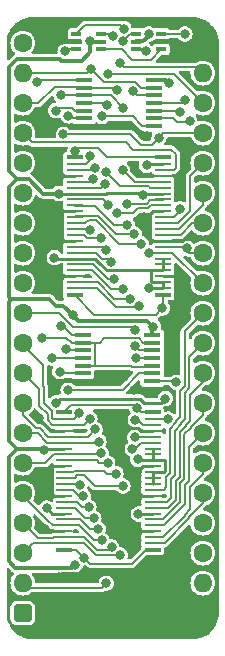
<source format=gbr>
%TF.GenerationSoftware,KiCad,Pcbnew,7.0.5*%
%TF.CreationDate,2024-01-10T12:43:25+02:00*%
%TF.ProjectId,HCP65 Device Interrupts,48435036-3520-4446-9576-69636520496e,rev?*%
%TF.SameCoordinates,Original*%
%TF.FileFunction,Copper,L1,Top*%
%TF.FilePolarity,Positive*%
%FSLAX46Y46*%
G04 Gerber Fmt 4.6, Leading zero omitted, Abs format (unit mm)*
G04 Created by KiCad (PCBNEW 7.0.5) date 2024-01-10 12:43:25*
%MOMM*%
%LPD*%
G01*
G04 APERTURE LIST*
G04 Aperture macros list*
%AMRoundRect*
0 Rectangle with rounded corners*
0 $1 Rounding radius*
0 $2 $3 $4 $5 $6 $7 $8 $9 X,Y pos of 4 corners*
0 Add a 4 corners polygon primitive as box body*
4,1,4,$2,$3,$4,$5,$6,$7,$8,$9,$2,$3,0*
0 Add four circle primitives for the rounded corners*
1,1,$1+$1,$2,$3*
1,1,$1+$1,$4,$5*
1,1,$1+$1,$6,$7*
1,1,$1+$1,$8,$9*
0 Add four rect primitives between the rounded corners*
20,1,$1+$1,$2,$3,$4,$5,0*
20,1,$1+$1,$4,$5,$6,$7,0*
20,1,$1+$1,$6,$7,$8,$9,0*
20,1,$1+$1,$8,$9,$2,$3,0*%
G04 Aperture macros list end*
%TA.AperFunction,ComponentPad*%
%ADD10C,1.600000*%
%TD*%
%TA.AperFunction,ComponentPad*%
%ADD11O,1.600000X1.600000*%
%TD*%
%TA.AperFunction,ComponentPad*%
%ADD12RoundRect,0.400000X-0.400000X-0.400000X0.400000X-0.400000X0.400000X0.400000X-0.400000X0.400000X0*%
%TD*%
%TA.AperFunction,ComponentPad*%
%ADD13R,1.600000X1.600000*%
%TD*%
%TA.AperFunction,SMDPad,CuDef*%
%ADD14R,1.475000X0.450000*%
%TD*%
%TA.AperFunction,SMDPad,CuDef*%
%ADD15R,1.400000X0.400000*%
%TD*%
%TA.AperFunction,SMDPad,CuDef*%
%ADD16R,1.400000X0.280000*%
%TD*%
%TA.AperFunction,SMDPad,CuDef*%
%ADD17R,0.875000X0.450000*%
%TD*%
%TA.AperFunction,ViaPad*%
%ADD18C,0.800000*%
%TD*%
%TA.AperFunction,Conductor*%
%ADD19C,0.350000*%
%TD*%
%TA.AperFunction,Conductor*%
%ADD20C,0.280000*%
%TD*%
%TA.AperFunction,Conductor*%
%ADD21C,0.380000*%
%TD*%
%TA.AperFunction,Conductor*%
%ADD22C,0.200000*%
%TD*%
G04 APERTURE END LIST*
D10*
%TO.P,J2,1,Pin_1*%
%TO.N,/~{Interrupt}_{Device}4*%
X86360000Y-71120000D03*
D11*
%TO.P,J2,2,Pin_2*%
%TO.N,/~{Interrupt}_{Device}3*%
X86360000Y-73660000D03*
D10*
%TO.P,J2,3,Pin_3*%
%TO.N,/~{Interrupt}_{Device}2*%
X86360000Y-76200000D03*
%TO.P,J2,4,Pin_4*%
%TO.N,/~{Interrupt}_{Device}1*%
X86360000Y-78740000D03*
%TO.P,J2,5,Pin_5*%
%TO.N,unconnected-(J2-Pin_5-Pad5)*%
X86360000Y-81280000D03*
%TO.P,J2,6,Pin_6*%
%TO.N,/~{Device Interrupt}_{ 1..7}*%
X86360000Y-83820000D03*
%TO.P,J2,7,Pin_7*%
%TO.N,/~{Device Interrupt}_{ 16..19}*%
X86360000Y-86360000D03*
%TO.P,J2,8,Pin_8*%
%TO.N,/~{Device Enable}_{ 1..7}*%
X86360000Y-88900000D03*
%TO.P,J2,9,Pin_9*%
%TO.N,/~{RD}*%
X86360000Y-91440000D03*
%TO.P,J2,10,Pin_10*%
%TO.N,/~{Device Enable}_{ 16..19}*%
X86360000Y-93980000D03*
%TO.P,J2,11,Pin_11*%
%TO.N,/D0*%
X86360000Y-96520000D03*
%TO.P,J2,12,Pin_12*%
%TO.N,/D1*%
X86360000Y-99060000D03*
%TO.P,J2,13,Pin_13*%
%TO.N,/D2*%
X86360000Y-101600000D03*
%TO.P,J2,14,Pin_14*%
%TO.N,/D3*%
X86360000Y-104140000D03*
%TO.P,J2,15,Pin_15*%
%TO.N,/D4*%
X86360000Y-106680000D03*
%TO.P,J2,16,Pin_16*%
%TO.N,/D5*%
X86360000Y-109220000D03*
%TO.P,J2,17,Pin_17*%
%TO.N,/D6*%
X86360000Y-111760000D03*
%TO.P,J2,18,Pin_18*%
%TO.N,/D7*%
X86360000Y-114300000D03*
D11*
%TO.P,J2,19,Pin_19*%
%TO.N,/~{Enable}_{Device}19*%
X86360000Y-116840000D03*
D12*
%TO.P,J2,20,Pin_20*%
%TO.N,/5V*%
X86360000Y-119380000D03*
D11*
%TO.P,J2,21,Pin_21*%
%TO.N,/GND*%
X101600000Y-119380000D03*
%TO.P,J2,22,Pin_22*%
%TO.N,/~{Enable}_{Device}18*%
X101600000Y-116840000D03*
D10*
%TO.P,J2,23,Pin_23*%
%TO.N,/~{Enable}_{Device}17*%
X101600000Y-114300000D03*
%TO.P,J2,24,Pin_24*%
%TO.N,/~{Enable}_{Device}16*%
X101600000Y-111760000D03*
%TO.P,J2,25,Pin_25*%
%TO.N,/~{Enable}_{Device}7*%
X101600000Y-109220000D03*
%TO.P,J2,26,Pin_26*%
%TO.N,/~{Enable}_{Device}6*%
X101600000Y-106680000D03*
%TO.P,J2,27,Pin_27*%
%TO.N,/~{Enable}_{Device}5*%
X101600000Y-104140000D03*
%TO.P,J2,28,Pin_28*%
%TO.N,/~{Enable}_{Device}4*%
X101600000Y-101600000D03*
%TO.P,J2,29,Pin_29*%
%TO.N,/~{Enable}_{Device}3*%
X101600000Y-99060000D03*
%TO.P,J2,30,Pin_30*%
%TO.N,/~{Enable}_{Device}2*%
X101600000Y-96520000D03*
%TO.P,J2,31,Pin_31*%
%TO.N,/~{Enable}_{Device}1*%
X101600000Y-93980000D03*
%TO.P,J2,32,Pin_32*%
%TO.N,/~{Interrupt}_{Device}19*%
X101600000Y-91440000D03*
%TO.P,J2,33,Pin_33*%
%TO.N,/~{Interrupt}_{Device}18*%
X101600000Y-88900000D03*
%TO.P,J2,34,Pin_34*%
%TO.N,/~{Interrupt}_{Device}17*%
X101600000Y-86360000D03*
%TO.P,J2,35,Pin_35*%
%TO.N,/~{Interrupt}_{Device}16*%
X101600000Y-83820000D03*
%TO.P,J2,36,Pin_36*%
%TO.N,/~{Interrupt}_{Device}7*%
X101600000Y-81280000D03*
%TO.P,J2,37,Pin_37*%
%TO.N,/~{Interrupt}_{Device}6*%
X101600000Y-78740000D03*
%TO.P,J2,38,Pin_38*%
%TO.N,/~{Interrupt}_{Device}5*%
X101600000Y-76200000D03*
D11*
%TO.P,J2,39,Pin_39*%
%TO.N,/~{INT}*%
X101600000Y-73660000D03*
D13*
%TO.P,J2,40,Pin_40*%
%TO.N,/GND*%
X101600000Y-71120000D03*
%TD*%
D14*
%TO.P,IC2,1,1A*%
%TO.N,/~{Interrupt}_{Device}1*%
X91550000Y-74250000D03*
%TO.P,IC2,2,1B*%
%TO.N,/~{Interrupt}_{Device}2*%
X91550000Y-74900000D03*
%TO.P,IC2,3,2A*%
%TO.N,/~{Interrupt}_{Device}4*%
X91550000Y-75550000D03*
%TO.P,IC2,4,2B*%
%TO.N,/~{Interrupt}_{Device}5*%
X91550000Y-76200000D03*
%TO.P,IC2,5,2C*%
%TO.N,/~{Interrupt}_{Device}6*%
X91550000Y-76850000D03*
%TO.P,IC2,6,2Y*%
%TO.N,Net-(IC2-2Y)*%
X91550000Y-77500000D03*
%TO.P,IC2,7,GND*%
%TO.N,/GND*%
X91550000Y-78150000D03*
%TO.P,IC2,8,3Y*%
%TO.N,Net-(IC2-3Y)*%
X97426000Y-78150000D03*
%TO.P,IC2,9,3A*%
%TO.N,/~{Interrupt}_{Device}7*%
X97426000Y-77500000D03*
%TO.P,IC2,10,3B*%
%TO.N,/~{Interrupt}_{Device}16*%
X97426000Y-76850000D03*
%TO.P,IC2,11,3C*%
%TO.N,/~{Interrupt}_{Device}17*%
X97426000Y-76200000D03*
%TO.P,IC2,12,1Y*%
%TO.N,Net-(IC2-1Y)*%
X97426000Y-75550000D03*
%TO.P,IC2,13,1C*%
%TO.N,/~{Interrupt}_{Device}3*%
X97426000Y-74900000D03*
%TO.P,IC2,14,3V*%
%TO.N,/3.3V*%
X97426000Y-74250000D03*
%TD*%
D15*
%TO.P,IC1,1,1~{OE}*%
%TO.N,/~{Read Device Interrupt}_{ 1..7}*%
X90738000Y-80804000D03*
D16*
%TO.P,IC1,2,1Y0*%
%TO.N,/D0*%
X90738000Y-81364000D03*
%TO.P,IC1,3,1Y1*%
%TO.N,/D1*%
X90738000Y-81864000D03*
%TO.P,IC1,4,GND*%
%TO.N,/GND*%
X90738000Y-82364000D03*
%TO.P,IC1,5,1Y2*%
%TO.N,/D2*%
X90738000Y-82864000D03*
%TO.P,IC1,6,1Y3*%
%TO.N,/D3*%
X90738000Y-83364000D03*
%TO.P,IC1,7,3V*%
%TO.N,/3.3V*%
X90738000Y-83864000D03*
%TO.P,IC1,8,2Y0*%
%TO.N,/D4*%
X90738000Y-84364000D03*
%TO.P,IC1,9,2Y1*%
%TO.N,/D5*%
X90738000Y-84864000D03*
%TO.P,IC1,10,GND*%
%TO.N,/GND*%
X90738000Y-85364000D03*
%TO.P,IC1,11,2Y2*%
%TO.N,/D6*%
X90738000Y-85864000D03*
%TO.P,IC1,12,2Y3*%
%TO.N,/D7*%
X90738000Y-86364000D03*
%TO.P,IC1,13,3Y0*%
%TO.N,/D0*%
X90738000Y-86864000D03*
%TO.P,IC1,14,3Y1*%
%TO.N,/D1*%
X90738000Y-87364000D03*
%TO.P,IC1,15,GND*%
%TO.N,/GND*%
X90738000Y-87864000D03*
%TO.P,IC1,16,3Y2*%
%TO.N,/D2*%
X90738000Y-88364000D03*
%TO.P,IC1,17,3Y3*%
%TO.N,/D3*%
X90738000Y-88864000D03*
%TO.P,IC1,18,3V*%
%TO.N,/3.3V*%
X90738000Y-89364000D03*
%TO.P,IC1,19,4Y0*%
%TO.N,/D4*%
X90738000Y-89864000D03*
%TO.P,IC1,20,4Y1*%
%TO.N,/D5*%
X90738000Y-90364000D03*
%TO.P,IC1,21,GND*%
%TO.N,/GND*%
X90738000Y-90864000D03*
%TO.P,IC1,22,4Y2*%
%TO.N,/D6*%
X90738000Y-91364000D03*
%TO.P,IC1,23,4Y3*%
%TO.N,/D7*%
X90738000Y-91864000D03*
D15*
%TO.P,IC1,24,4~{OE}*%
%TO.N,/~{Read Device Interrupt}_{ 16..19}*%
X90738000Y-92424000D03*
%TO.P,IC1,25,3~{OE}*%
X98238000Y-92424000D03*
D16*
%TO.P,IC1,26,4A3*%
%TO.N,/3.3V*%
X98238000Y-91864000D03*
%TO.P,IC1,27,4A2*%
X98238000Y-91364000D03*
%TO.P,IC1,28,GND*%
%TO.N,/GND*%
X98238000Y-90864000D03*
%TO.P,IC1,29,4A1*%
%TO.N,/3.3V*%
X98238000Y-90364000D03*
%TO.P,IC1,30,4A0*%
X98238000Y-89864000D03*
%TO.P,IC1,31,3V*%
X98238000Y-89364000D03*
%TO.P,IC1,32,3A3*%
%TO.N,/~{Interrupt}_{Device}19*%
X98238000Y-88864000D03*
%TO.P,IC1,33,3A2*%
%TO.N,/~{Interrupt}_{Device}18*%
X98238000Y-88364000D03*
%TO.P,IC1,34,GND*%
%TO.N,/GND*%
X98238000Y-87864000D03*
%TO.P,IC1,35,3A1*%
%TO.N,/~{Interrupt}_{Device}17*%
X98238000Y-87364000D03*
%TO.P,IC1,36,3A0*%
%TO.N,/~{Interrupt}_{Device}16*%
X98238000Y-86864000D03*
%TO.P,IC1,37,2A3*%
%TO.N,/~{Interrupt}_{Device}7*%
X98238000Y-86364000D03*
%TO.P,IC1,38,2A2*%
%TO.N,/~{Interrupt}_{Device}6*%
X98238000Y-85864000D03*
%TO.P,IC1,39,GND*%
%TO.N,/GND*%
X98238000Y-85364000D03*
%TO.P,IC1,40,2A1*%
%TO.N,/~{Interrupt}_{Device}5*%
X98238000Y-84864000D03*
%TO.P,IC1,41,2A0*%
%TO.N,/~{Interrupt}_{Device}4*%
X98238000Y-84364000D03*
%TO.P,IC1,42,3V*%
%TO.N,/3.3V*%
X98238000Y-83864000D03*
%TO.P,IC1,43,1A3*%
%TO.N,/~{Interrupt}_{Device}3*%
X98238000Y-83364000D03*
%TO.P,IC1,44,1A2*%
%TO.N,/~{Interrupt}_{Device}2*%
X98238000Y-82864000D03*
%TO.P,IC1,45,GND*%
%TO.N,/GND*%
X98238000Y-82364000D03*
%TO.P,IC1,46,1A1*%
%TO.N,/~{Interrupt}_{Device}1*%
X98238000Y-81864000D03*
%TO.P,IC1,47,1A0*%
%TO.N,/3.3V*%
X98238000Y-81364000D03*
D15*
%TO.P,IC1,48,2~{OE}*%
%TO.N,/~{Read Device Interrupt}_{ 1..7}*%
X98238000Y-80804000D03*
%TD*%
D17*
%TO.P,IC7,1,A*%
%TO.N,Net-(IC2-1Y)*%
X90886000Y-70343000D03*
%TO.P,IC7,2,GND*%
%TO.N,/GND*%
X90886000Y-70993000D03*
%TO.P,IC7,3,B*%
%TO.N,Net-(IC2-2Y)*%
X90886000Y-71643000D03*
%TO.P,IC7,4,Y*%
%TO.N,Net-(IC7-Y)*%
X93010000Y-71643000D03*
%TO.P,IC7,5,3V*%
%TO.N,/3.3V*%
X93010000Y-70993000D03*
%TO.P,IC7,6,C*%
%TO.N,Net-(IC2-3Y)*%
X93010000Y-70343000D03*
%TD*%
D14*
%TO.P,IC3,1,1A*%
%TO.N,/~{Device Interrupt}_{ 1..7}*%
X91423000Y-95840000D03*
%TO.P,IC3,2,1B*%
%TO.N,/~{RD}*%
X91423000Y-96490000D03*
%TO.P,IC3,3,1Y*%
%TO.N,/~{Read Device Interrupt}_{ 1..7}*%
X91423000Y-97140000D03*
%TO.P,IC3,4,2A*%
%TO.N,/~{Device Enable}_{ 1..7}*%
X91423000Y-97790000D03*
%TO.P,IC3,5,2B*%
%TO.N,/~{RD}*%
X91423000Y-98440000D03*
%TO.P,IC3,6,2Y*%
%TO.N,/~{Read Device Enable}_{ 1..7}*%
X91423000Y-99090000D03*
%TO.P,IC3,7,GND*%
%TO.N,/GND*%
X91423000Y-99740000D03*
%TO.P,IC3,8,3Y*%
%TO.N,/~{Read Device Interrupt}_{ 16..19}*%
X97299000Y-99740000D03*
%TO.P,IC3,9,3A*%
%TO.N,/~{Device Interrupt}_{ 16..19}*%
X97299000Y-99090000D03*
%TO.P,IC3,10,3B*%
%TO.N,/~{RD}*%
X97299000Y-98440000D03*
%TO.P,IC3,11,4Y*%
%TO.N,/~{Read Device Enable}_{ 16..19}*%
X97299000Y-97790000D03*
%TO.P,IC3,12,4A*%
%TO.N,/~{Device Enable}_{ 16..19}*%
X97299000Y-97140000D03*
%TO.P,IC3,13,4B*%
%TO.N,/~{RD}*%
X97299000Y-96490000D03*
%TO.P,IC3,14,3V*%
%TO.N,/3.3V*%
X97299000Y-95840000D03*
%TD*%
D15*
%TO.P,IC4,1,1~{OE}*%
%TO.N,/~{Read Device Enable}_{ 16..19}*%
X89849000Y-102394000D03*
D16*
%TO.P,IC4,2,1Y0*%
%TO.N,/D0*%
X89849000Y-102954000D03*
%TO.P,IC4,3,1Y1*%
%TO.N,/D1*%
X89849000Y-103454000D03*
%TO.P,IC4,4,GND*%
%TO.N,/GND*%
X89849000Y-103954000D03*
%TO.P,IC4,5,1Y2*%
%TO.N,/D2*%
X89849000Y-104454000D03*
%TO.P,IC4,6,1Y3*%
%TO.N,/D3*%
X89849000Y-104954000D03*
%TO.P,IC4,7,3V*%
%TO.N,/3.3V*%
X89849000Y-105454000D03*
%TO.P,IC4,8,2Y0*%
%TO.N,/D4*%
X89849000Y-105954000D03*
%TO.P,IC4,9,2Y1*%
%TO.N,/D5*%
X89849000Y-106454000D03*
%TO.P,IC4,10,GND*%
%TO.N,/GND*%
X89849000Y-106954000D03*
%TO.P,IC4,11,2Y2*%
%TO.N,/D6*%
X89849000Y-107454000D03*
%TO.P,IC4,12,2Y3*%
%TO.N,/D7*%
X89849000Y-107954000D03*
%TO.P,IC4,13,3Y0*%
%TO.N,/D0*%
X89849000Y-108454000D03*
%TO.P,IC4,14,3Y1*%
%TO.N,/D1*%
X89849000Y-108954000D03*
%TO.P,IC4,15,GND*%
%TO.N,/GND*%
X89849000Y-109454000D03*
%TO.P,IC4,16,3Y2*%
%TO.N,/D2*%
X89849000Y-109954000D03*
%TO.P,IC4,17,3Y3*%
%TO.N,/D3*%
X89849000Y-110454000D03*
%TO.P,IC4,18,3V*%
%TO.N,/3.3V*%
X89849000Y-110954000D03*
%TO.P,IC4,19,4Y0*%
%TO.N,/D4*%
X89849000Y-111454000D03*
%TO.P,IC4,20,4Y1*%
%TO.N,/D5*%
X89849000Y-111954000D03*
%TO.P,IC4,21,GND*%
%TO.N,/GND*%
X89849000Y-112454000D03*
%TO.P,IC4,22,4Y2*%
%TO.N,/D6*%
X89849000Y-112954000D03*
%TO.P,IC4,23,4Y3*%
%TO.N,/D7*%
X89849000Y-113454000D03*
D15*
%TO.P,IC4,24,4~{OE}*%
%TO.N,/~{Read Device Enable}_{ 1..7}*%
X89849000Y-114014000D03*
%TO.P,IC4,25,3~{OE}*%
X97349000Y-114014000D03*
D16*
%TO.P,IC4,26,4A3*%
%TO.N,/~{Enable}_{Device}7*%
X97349000Y-113454000D03*
%TO.P,IC4,27,4A2*%
%TO.N,/~{Enable}_{Device}6*%
X97349000Y-112954000D03*
%TO.P,IC4,28,GND*%
%TO.N,/GND*%
X97349000Y-112454000D03*
%TO.P,IC4,29,4A1*%
%TO.N,/~{Enable}_{Device}5*%
X97349000Y-111954000D03*
%TO.P,IC4,30,4A0*%
%TO.N,/~{Enable}_{Device}4*%
X97349000Y-111454000D03*
%TO.P,IC4,31,3V*%
%TO.N,/3.3V*%
X97349000Y-110954000D03*
%TO.P,IC4,32,3A3*%
%TO.N,/~{Enable}_{Device}3*%
X97349000Y-110454000D03*
%TO.P,IC4,33,3A2*%
%TO.N,/~{Enable}_{Device}2*%
X97349000Y-109954000D03*
%TO.P,IC4,34,GND*%
%TO.N,/GND*%
X97349000Y-109454000D03*
%TO.P,IC4,35,3A1*%
%TO.N,/~{Enable}_{Device}1*%
X97349000Y-108954000D03*
%TO.P,IC4,36,3A0*%
%TO.N,/3.3V*%
X97349000Y-108454000D03*
%TO.P,IC4,37,2A3*%
X97349000Y-107954000D03*
%TO.P,IC4,38,2A2*%
X97349000Y-107454000D03*
%TO.P,IC4,39,GND*%
%TO.N,/GND*%
X97349000Y-106954000D03*
%TO.P,IC4,40,2A1*%
%TO.N,/3.3V*%
X97349000Y-106454000D03*
%TO.P,IC4,41,2A0*%
X97349000Y-105954000D03*
%TO.P,IC4,42,3V*%
X97349000Y-105454000D03*
%TO.P,IC4,43,1A3*%
%TO.N,/~{Enable}_{Device}19*%
X97349000Y-104954000D03*
%TO.P,IC4,44,1A2*%
%TO.N,/~{Enable}_{Device}18*%
X97349000Y-104454000D03*
%TO.P,IC4,45,GND*%
%TO.N,/GND*%
X97349000Y-103954000D03*
%TO.P,IC4,46,1A1*%
%TO.N,/~{Enable}_{Device}17*%
X97349000Y-103454000D03*
%TO.P,IC4,47,1A0*%
%TO.N,/~{Enable}_{Device}16*%
X97349000Y-102954000D03*
D15*
%TO.P,IC4,48,2~{OE}*%
%TO.N,/~{Read Device Enable}_{ 16..19}*%
X97349000Y-102394000D03*
%TD*%
D17*
%TO.P,IC9,1,A*%
%TO.N,Net-(IC7-Y)*%
X98090000Y-71643000D03*
%TO.P,IC9,2,GND*%
%TO.N,/GND*%
X98090000Y-70993000D03*
%TO.P,IC9,3,B*%
%TO.N,/~{Interrupt}_{Device}18*%
X98090000Y-70343000D03*
%TO.P,IC9,4,Y*%
%TO.N,/~{INT}*%
X95966000Y-70343000D03*
%TO.P,IC9,5,3V*%
%TO.N,/3.3V*%
X95966000Y-70993000D03*
%TO.P,IC9,6,C*%
%TO.N,/~{Interrupt}_{Device}19*%
X95966000Y-71643000D03*
%TD*%
D18*
%TO.N,/3.3V*%
X96139000Y-110998000D03*
X89173537Y-101580463D03*
X97028000Y-70357996D03*
X92058204Y-70986500D03*
X89027000Y-89281000D03*
X97028012Y-91821000D03*
X98758772Y-74495278D03*
X96842793Y-81470874D03*
X96571193Y-83964000D03*
X96072732Y-106367046D03*
X88382340Y-110499660D03*
X90777000Y-115303000D03*
X89408000Y-83864000D03*
X88118669Y-105573830D03*
X97409000Y-95123000D03*
X90622211Y-94183255D03*
X98425002Y-101219000D03*
%TO.N,/GND*%
X97429382Y-100723512D03*
X89408004Y-116331996D03*
X97536010Y-120650000D03*
X87884000Y-78232006D03*
X95764194Y-100518741D03*
X99568000Y-71501000D03*
X96647004Y-116332000D03*
X89662000Y-70866000D03*
X96139000Y-112454000D03*
X94913751Y-99389283D03*
X88827012Y-99751045D03*
X89510020Y-90932000D03*
X88011000Y-85216998D03*
X87883998Y-82296000D03*
X96042149Y-107435233D03*
X89027000Y-118364000D03*
X96886219Y-79030217D03*
X87249000Y-108077000D03*
X99695000Y-91059000D03*
X96605818Y-85852000D03*
X102361996Y-87629996D03*
X88225622Y-112282839D03*
X87748998Y-102869996D03*
X87039658Y-87676615D03*
%TO.N,/D0*%
X92058808Y-86925075D03*
X92038178Y-80695446D03*
X91199844Y-108499730D03*
X91150521Y-102479410D03*
%TO.N,/D1*%
X91472549Y-109461830D03*
X92042533Y-102931429D03*
X92456000Y-81661000D03*
X92964000Y-87664000D03*
%TO.N,/D2*%
X93360642Y-88674976D03*
X91958644Y-110428367D03*
X92291160Y-82664000D03*
X92484672Y-103828378D03*
%TO.N,/D3*%
X92796261Y-104861261D03*
X93800349Y-89624000D03*
X93282513Y-83053031D03*
X92365506Y-111341860D03*
%TO.N,/D4*%
X92750971Y-112264585D03*
X92991044Y-105842110D03*
X94107000Y-91104012D03*
X93599000Y-84836000D03*
%TO.N,/D5*%
X95199246Y-86487357D03*
X93548971Y-106672004D03*
X93046531Y-113219912D03*
X94841722Y-91963816D03*
%TO.N,/D6*%
X93877613Y-113776066D03*
X95434687Y-92769047D03*
X94240993Y-107569000D03*
X95811968Y-87278601D03*
%TO.N,/D7*%
X96398724Y-88091244D03*
X94837105Y-108625762D03*
X94602067Y-114476066D03*
X96209824Y-93400844D03*
%TO.N,/~{Interrupt}_{Device}7*%
X100491063Y-77753973D03*
%TO.N,/~{Interrupt}_{Device}6*%
X89154000Y-76835000D03*
X89797438Y-78828476D03*
X99666619Y-85163671D03*
X97881874Y-79123362D03*
%TO.N,/~{Interrupt}_{Device}5*%
X93599000Y-73722000D03*
X93469000Y-76338836D03*
X94361000Y-85550311D03*
%TO.N,/~{Interrupt}_{Device}4*%
X95205818Y-84709000D03*
X89596980Y-75550000D03*
X94869000Y-76581000D03*
%TO.N,/~{Interrupt}_{Device}3*%
X92122814Y-73341011D03*
X93405818Y-82060659D03*
%TO.N,/~{Interrupt}_{Device}2*%
X94361000Y-75132766D03*
X94805818Y-81851814D03*
%TO.N,/~{Interrupt}_{Device}1*%
X87524456Y-74436304D03*
%TO.N,/~{RD}*%
X87968142Y-96054671D03*
%TO.N,/~{Read Device Interrupt}_{ 16..19}*%
X99357000Y-99846170D03*
X98182436Y-93549780D03*
%TO.N,/~{Device Interrupt}_{ 16..19}*%
X90189830Y-100479000D03*
%TO.N,/~{Interrupt}_{Device}19*%
X97055776Y-88865449D03*
X96761000Y-71798520D03*
%TO.N,/~{Interrupt}_{Device}18*%
X100076000Y-70358000D03*
X100269009Y-88497000D03*
%TO.N,/~{Interrupt}_{Device}17*%
X100100397Y-75965183D03*
%TO.N,/~{Interrupt}_{Device}16*%
X99695000Y-76962006D03*
%TO.N,/~{Read Device Enable}_{ 16..19}*%
X95996602Y-101998741D03*
X95956667Y-97805369D03*
%TO.N,/~{Device Enable}_{ 16..19}*%
X95870082Y-96809122D03*
X95884988Y-95390000D03*
%TO.N,/~{Enable}_{Device}19*%
X95628525Y-105470424D03*
X93418332Y-116853000D03*
%TO.N,/~{Enable}_{Device}18*%
X95823605Y-104489634D03*
%TO.N,/~{Enable}_{Device}17*%
X95885000Y-102992497D03*
%TO.N,/~{Enable}_{Device}16*%
X98656942Y-102941031D03*
%TO.N,/~{Read Device Interrupt}_{ 1..7}*%
X90774000Y-80233000D03*
X90001347Y-97002309D03*
%TO.N,/~{Device Interrupt}_{ 1..7}*%
X89564209Y-95105154D03*
%TO.N,/~{Read Device Enable}_{ 1..7}*%
X91567004Y-114681000D03*
X89489830Y-98947057D03*
%TO.N,/~{Device Enable}_{ 1..7}*%
X88809138Y-97790000D03*
%TO.N,Net-(IC2-2Y)*%
X89950181Y-71823578D03*
X90180951Y-77281000D03*
%TO.N,Net-(IC2-3Y)*%
X93069468Y-77337209D03*
X93980000Y-70485000D03*
%TO.N,Net-(IC2-1Y)*%
X95666398Y-75219900D03*
X94904026Y-69888832D03*
%TO.N,/~{INT}*%
X94584999Y-72802834D03*
X94874430Y-70932215D03*
%TD*%
D19*
%TO.N,/3.3V*%
X92064704Y-70993000D02*
X92058204Y-70986500D01*
X88065701Y-83864000D02*
X86846701Y-82645000D01*
D20*
X96671193Y-83864000D02*
X96571193Y-83964000D01*
D19*
X85736299Y-115528000D02*
X90552000Y-115528000D01*
X93010000Y-70993000D02*
X92064704Y-70993000D01*
D20*
X97198000Y-90384000D02*
X97218000Y-90364000D01*
D19*
X89408000Y-83864000D02*
X88065701Y-83864000D01*
D20*
X98389000Y-106474000D02*
X98369000Y-106454000D01*
D19*
X85185000Y-73173299D02*
X85873299Y-72485000D01*
X88614000Y-92805000D02*
X89154000Y-93345000D01*
X89629165Y-72598578D02*
X91342922Y-72598578D01*
D20*
X98238000Y-91864000D02*
X98238000Y-91364000D01*
X97218000Y-91364000D02*
X97198000Y-91344000D01*
X88238499Y-105454000D02*
X88118669Y-105573830D01*
D19*
X85379000Y-92805000D02*
X88614000Y-92805000D01*
D20*
X97218000Y-90364000D02*
X93448968Y-90364000D01*
D19*
X98513494Y-74250000D02*
X98758772Y-74495278D01*
X97299000Y-95840000D02*
X97299000Y-95233000D01*
D20*
X92899944Y-89814976D02*
X92888438Y-89814976D01*
X97349000Y-107454000D02*
X98286000Y-107454000D01*
D19*
X85185000Y-114976701D02*
X85736299Y-115528000D01*
X85185000Y-106193299D02*
X85185000Y-114976701D01*
X85873299Y-72485000D02*
X89515587Y-72485000D01*
X85185000Y-83333299D02*
X85185000Y-92611000D01*
D20*
X89849000Y-110954000D02*
X88836680Y-110954000D01*
X96949667Y-81364000D02*
X96842793Y-81470874D01*
D19*
X86846701Y-82645000D02*
X85873299Y-82645000D01*
D20*
X98389000Y-107351000D02*
X98389000Y-106474000D01*
X89173537Y-101580463D02*
X89495259Y-101258741D01*
X98238000Y-83864000D02*
X96671193Y-83864000D01*
X96159686Y-106454000D02*
X96072732Y-106367046D01*
D19*
X85873299Y-105505000D02*
X88049839Y-105505000D01*
X92058204Y-71883296D02*
X92058204Y-70986500D01*
X96901000Y-94615000D02*
X91053956Y-94615000D01*
X89783956Y-93345000D02*
X90622211Y-94183255D01*
X85157000Y-93027000D02*
X85157000Y-104788701D01*
X97028000Y-70485000D02*
X97028000Y-70357996D01*
D20*
X98369000Y-106454000D02*
X97349000Y-106454000D01*
X96183000Y-110954000D02*
X96139000Y-110998000D01*
X97349000Y-105954000D02*
X97349000Y-106454000D01*
D19*
X85185000Y-92611000D02*
X85379000Y-92805000D01*
X95979000Y-70980000D02*
X96533000Y-70980000D01*
D20*
X98238000Y-91364000D02*
X97218000Y-91364000D01*
X92437462Y-89364000D02*
X90738000Y-89364000D01*
D19*
X85185000Y-81956701D02*
X85185000Y-73173299D01*
D20*
X93448968Y-90364000D02*
X92899944Y-89814976D01*
D19*
X91053956Y-94615000D02*
X90622211Y-94183255D01*
D20*
X93397481Y-83864000D02*
X93446640Y-83814841D01*
D19*
X97426000Y-74250000D02*
X98513494Y-74250000D01*
X89515587Y-72485000D02*
X89629165Y-72598578D01*
D20*
X97349000Y-110954000D02*
X96183000Y-110954000D01*
X98286000Y-107454000D02*
X98389000Y-107351000D01*
X96610646Y-101566266D02*
X98077736Y-101566266D01*
D19*
X85873299Y-105505000D02*
X85185000Y-106193299D01*
D20*
X96303121Y-101258741D02*
X96610646Y-101566266D01*
D19*
X88049839Y-105505000D02*
X88118669Y-105573830D01*
D20*
X97349000Y-107954000D02*
X97349000Y-107454000D01*
X89849000Y-105454000D02*
X88238499Y-105454000D01*
X93446640Y-83814841D02*
X96422034Y-83814841D01*
X97218000Y-90364000D02*
X98238000Y-90364000D01*
X89110000Y-89364000D02*
X89027000Y-89281000D01*
D19*
X85157000Y-104788701D02*
X85873299Y-105505000D01*
D20*
X90738000Y-83864000D02*
X89408000Y-83864000D01*
D19*
X85379000Y-92805000D02*
X85157000Y-93027000D01*
D20*
X98238000Y-81364000D02*
X96949667Y-81364000D01*
X89495259Y-101258741D02*
X96303121Y-101258741D01*
D19*
X85873299Y-82645000D02*
X85185000Y-81956701D01*
X96533000Y-70980000D02*
X97028000Y-70485000D01*
D20*
X98238000Y-90364000D02*
X98238000Y-89864000D01*
X92888438Y-89814976D02*
X92437462Y-89364000D01*
X97349000Y-105954000D02*
X97349000Y-105454000D01*
X97198000Y-91344000D02*
X97198000Y-90384000D01*
D19*
X97409000Y-95123000D02*
X96901000Y-94615000D01*
D20*
X88836680Y-110954000D02*
X88382340Y-110499660D01*
D19*
X97299000Y-95233000D02*
X97409000Y-95123000D01*
X90552000Y-115528000D02*
X90777000Y-115303000D01*
D20*
X98077736Y-101566266D02*
X98425002Y-101219000D01*
X90738000Y-89364000D02*
X89110000Y-89364000D01*
D19*
X85873299Y-82645000D02*
X85185000Y-83333299D01*
D20*
X90738000Y-83864000D02*
X93397481Y-83864000D01*
X96422034Y-83814841D02*
X96571193Y-83964000D01*
X97349000Y-106454000D02*
X96159686Y-106454000D01*
X97071012Y-91864000D02*
X97028012Y-91821000D01*
X97349000Y-107954000D02*
X97349000Y-108454000D01*
X98238000Y-89864000D02*
X98238000Y-89364000D01*
D19*
X91342922Y-72598578D02*
X92058204Y-71883296D01*
D20*
X98238000Y-91864000D02*
X97071012Y-91864000D01*
D19*
X89154000Y-93345000D02*
X89783956Y-93345000D01*
D20*
%TO.N,/GND*%
X90738000Y-87864000D02*
X89718000Y-87864000D01*
D19*
X97536010Y-117221006D02*
X96647004Y-116332000D01*
D20*
X96369000Y-103954000D02*
X97349000Y-103954000D01*
X98238000Y-85364000D02*
X97366016Y-85364000D01*
X96329000Y-109454000D02*
X96042149Y-109167149D01*
X89662000Y-87808000D02*
X89662000Y-85364000D01*
D19*
X89868814Y-99704000D02*
X89821769Y-99751045D01*
D20*
X97349000Y-106954000D02*
X96523382Y-106954000D01*
X90738000Y-85364000D02*
X89662000Y-85364000D01*
X96042149Y-107435233D02*
X94869000Y-106262084D01*
D19*
X90702668Y-69113832D02*
X100743832Y-69113832D01*
D20*
X88719586Y-103954000D02*
X87748998Y-102983412D01*
X94869000Y-104239382D02*
X95375885Y-103732497D01*
D19*
X87039658Y-87676615D02*
X87837385Y-87676615D01*
D20*
X97218000Y-87864000D02*
X96605818Y-87251818D01*
D19*
X97536010Y-120650000D02*
X97536010Y-117221006D01*
X100743832Y-69113832D02*
X101600000Y-69970000D01*
D20*
X97349000Y-112454000D02*
X96139000Y-112454000D01*
D19*
X95676000Y-78150000D02*
X96556217Y-79030217D01*
X94563034Y-99740000D02*
X94913751Y-99389283D01*
X99060000Y-70993000D02*
X99568000Y-71501000D01*
D20*
X88158002Y-85364000D02*
X89662000Y-85364000D01*
D19*
X88074335Y-78041671D02*
X87884000Y-78232006D01*
X90874500Y-99704000D02*
X89868814Y-99704000D01*
X89662000Y-116078000D02*
X89408004Y-116331996D01*
X91550000Y-78150000D02*
X95676000Y-78150000D01*
D20*
X89849000Y-103954000D02*
X88719586Y-103954000D01*
X96147497Y-103732497D02*
X96369000Y-103954000D01*
X99832222Y-87864000D02*
X100066226Y-87629996D01*
D19*
X87837385Y-87676615D02*
X87884000Y-87630000D01*
D21*
X89280994Y-118110006D02*
X89027000Y-118364000D01*
D20*
X89578020Y-90864000D02*
X89510020Y-90932000D01*
D19*
X89789000Y-70993000D02*
X89662000Y-70866000D01*
X98090000Y-70993000D02*
X99060000Y-70993000D01*
X96393004Y-116078000D02*
X89662000Y-116078000D01*
D20*
X96878016Y-85852000D02*
X96605818Y-85852000D01*
X96042149Y-109167149D02*
X96042149Y-107435233D01*
X87884000Y-85343998D02*
X87884000Y-87630000D01*
D19*
X91423000Y-99740000D02*
X94563034Y-99740000D01*
D20*
X98238000Y-87864000D02*
X97218000Y-87864000D01*
D19*
X89662000Y-70866000D02*
X89662000Y-70154500D01*
D21*
X94996016Y-118110006D02*
X89280994Y-118110006D01*
D19*
X89821769Y-99751045D02*
X88827012Y-99751045D01*
D20*
X88809000Y-108077000D02*
X88809000Y-109434000D01*
X99500000Y-90864000D02*
X99695000Y-91059000D01*
D19*
X91550000Y-78150000D02*
X90227738Y-78150000D01*
X90133738Y-78056000D02*
X89859935Y-78056000D01*
X100330000Y-120650000D02*
X101600000Y-119380000D01*
D20*
X87748998Y-102983412D02*
X87748998Y-102869996D01*
X100066226Y-87629996D02*
X102361996Y-87629996D01*
X88809000Y-108077000D02*
X87249000Y-108077000D01*
D19*
X97429382Y-100723512D02*
X97224611Y-100518741D01*
D20*
X87951998Y-82364000D02*
X87883998Y-82296000D01*
X89718000Y-87864000D02*
X89662000Y-87808000D01*
D19*
X90886000Y-70993000D02*
X89789000Y-70993000D01*
D20*
X88809000Y-109434000D02*
X88829000Y-109454000D01*
X90738000Y-82364000D02*
X87951998Y-82364000D01*
X89849000Y-112454000D02*
X88396783Y-112454000D01*
D19*
X97536010Y-120650000D02*
X100330000Y-120650000D01*
D20*
X88829000Y-109454000D02*
X89849000Y-109454000D01*
X88011000Y-85216998D02*
X88158002Y-85364000D01*
D21*
X97536010Y-120650000D02*
X94996016Y-118110006D01*
D20*
X90738000Y-90864000D02*
X89578020Y-90864000D01*
D19*
X99568000Y-71501000D02*
X101219000Y-71501000D01*
X96647004Y-116332000D02*
X96393004Y-116078000D01*
D20*
X87884000Y-89305980D02*
X89510020Y-90932000D01*
D19*
X97224611Y-100518741D02*
X95764194Y-100518741D01*
D20*
X94869000Y-106262084D02*
X94869000Y-104239382D01*
X88809000Y-106974000D02*
X88809000Y-108077000D01*
X88829000Y-106954000D02*
X88809000Y-106974000D01*
X97366016Y-85364000D02*
X96878016Y-85852000D01*
D19*
X90227738Y-78150000D02*
X90133738Y-78056000D01*
D20*
X98238000Y-87864000D02*
X99832222Y-87864000D01*
X89849000Y-106954000D02*
X88829000Y-106954000D01*
X96605818Y-87251818D02*
X96605818Y-85852000D01*
D19*
X101600000Y-69970000D02*
X101600000Y-71120000D01*
D20*
X96523382Y-106954000D02*
X96042149Y-107435233D01*
D19*
X89859935Y-78056000D02*
X89845606Y-78041671D01*
X96556217Y-79030217D02*
X96886219Y-79030217D01*
D20*
X87884000Y-87630000D02*
X87884000Y-89305980D01*
X88011000Y-85216998D02*
X87884000Y-85343998D01*
X95375885Y-103732497D02*
X96147497Y-103732497D01*
D19*
X89845606Y-78041671D02*
X88074335Y-78041671D01*
D20*
X98238000Y-90864000D02*
X99500000Y-90864000D01*
D19*
X89662000Y-70154500D02*
X90702668Y-69113832D01*
D20*
X97349000Y-109454000D02*
X96329000Y-109454000D01*
X88396783Y-112454000D02*
X88225622Y-112282839D01*
D22*
%TO.N,/D0*%
X88069998Y-100123457D02*
X88069998Y-98405849D01*
X89849000Y-102954000D02*
X88909000Y-102954000D01*
X91154114Y-108454000D02*
X91199844Y-108499730D01*
X90738000Y-86864000D02*
X91997733Y-86864000D01*
X92038178Y-81003822D02*
X92038178Y-80695446D01*
X91997733Y-86864000D02*
X92058808Y-86925075D01*
X88849000Y-102894000D02*
X88849000Y-102311000D01*
X89849000Y-108454000D02*
X91154114Y-108454000D01*
X88849000Y-102311000D02*
X88138000Y-101600000D01*
X91678000Y-81364000D02*
X92038178Y-81003822D01*
X88069998Y-98405849D02*
X86360000Y-96695851D01*
X88138000Y-100191459D02*
X88069998Y-100123457D01*
X88138000Y-101600000D02*
X88138000Y-100191459D01*
X90675931Y-102954000D02*
X91150521Y-102479410D01*
X89849000Y-102954000D02*
X90675931Y-102954000D01*
X90738000Y-81364000D02*
X91678000Y-81364000D01*
X88909000Y-102954000D02*
X88849000Y-102894000D01*
%TO.N,/D1*%
X92253000Y-81864000D02*
X92456000Y-81661000D01*
X88449000Y-102546000D02*
X88449000Y-103061160D01*
X89849000Y-103454000D02*
X91519962Y-103454000D01*
X90738000Y-81864000D02*
X92253000Y-81864000D01*
X89849000Y-108954000D02*
X90627579Y-108954000D01*
X90738000Y-87364000D02*
X91507783Y-87364000D01*
X87738000Y-100438000D02*
X87738000Y-101835000D01*
X91519962Y-103454000D02*
X92042533Y-102931429D01*
X87738000Y-101835000D02*
X88449000Y-102546000D01*
X88841840Y-103454000D02*
X89849000Y-103454000D01*
X88449000Y-103061160D02*
X88841840Y-103454000D01*
X91135409Y-109461830D02*
X91472549Y-109461830D01*
X86360000Y-99060000D02*
X87738000Y-100438000D01*
X90627579Y-108954000D02*
X91135409Y-109461830D01*
X91507783Y-87364000D02*
X91807783Y-87664000D01*
X91807783Y-87664000D02*
X92964000Y-87664000D01*
%TO.N,/D2*%
X86360000Y-102584365D02*
X87515635Y-103740000D01*
X91859050Y-104454000D02*
X92484672Y-103828378D01*
X92091160Y-82864000D02*
X92291160Y-82664000D01*
X87515635Y-103740000D02*
X87795686Y-103740000D01*
X91404417Y-110428367D02*
X91958644Y-110428367D01*
X88509686Y-104454000D02*
X89849000Y-104454000D01*
X90930050Y-109954000D02*
X91404417Y-110428367D01*
X87795686Y-103740000D02*
X88509686Y-104454000D01*
X89849000Y-109954000D02*
X90930050Y-109954000D01*
X90738000Y-88364000D02*
X93049666Y-88364000D01*
X89849000Y-104454000D02*
X91859050Y-104454000D01*
X93049666Y-88364000D02*
X93360642Y-88674976D01*
X86360000Y-101600000D02*
X86360000Y-102584365D01*
X90738000Y-82864000D02*
X92091160Y-82864000D01*
%TO.N,/D3*%
X89849000Y-104954000D02*
X92703522Y-104954000D01*
X92703522Y-104954000D02*
X92796261Y-104861261D01*
X90769000Y-110454000D02*
X91656860Y-111341860D01*
X88444000Y-104954000D02*
X89849000Y-104954000D01*
X92559716Y-88864000D02*
X93070692Y-89374976D01*
X90738000Y-83364000D02*
X92971544Y-83364000D01*
X86360000Y-104140000D02*
X87630000Y-104140000D01*
X92971544Y-83364000D02*
X93282513Y-83053031D01*
X89849000Y-110454000D02*
X90769000Y-110454000D01*
X93551325Y-89374976D02*
X93800349Y-89624000D01*
X91656860Y-111341860D02*
X92365506Y-111341860D01*
X93070692Y-89374976D02*
X93551325Y-89374976D01*
X87630000Y-104140000D02*
X88444000Y-104954000D01*
X90738000Y-88864000D02*
X92559716Y-88864000D01*
%TO.N,/D4*%
X89849000Y-105954000D02*
X92879154Y-105954000D01*
X92013900Y-112264585D02*
X92750971Y-112264585D01*
X88989406Y-105954000D02*
X89849000Y-105954000D01*
X92717690Y-90254976D02*
X93566726Y-91104012D01*
X92879154Y-105954000D02*
X92991044Y-105842110D01*
X92706184Y-90254976D02*
X92717690Y-90254976D01*
X89849000Y-111454000D02*
X91203315Y-111454000D01*
X93127000Y-84364000D02*
X93599000Y-84836000D01*
X93566726Y-91104012D02*
X94107000Y-91104012D01*
X86360000Y-106680000D02*
X88263406Y-106680000D01*
X92315208Y-89864000D02*
X92706184Y-90254976D01*
X91203315Y-111454000D02*
X92013900Y-112264585D01*
X90738000Y-89864000D02*
X92315208Y-89864000D01*
X88263406Y-106680000D02*
X88989406Y-105954000D01*
X90738000Y-84364000D02*
X93127000Y-84364000D01*
%TO.N,/D5*%
X90759121Y-84885121D02*
X92435807Y-84885121D01*
X88515572Y-111582839D02*
X88886733Y-111954000D01*
X92249522Y-90364000D02*
X92540499Y-90654976D01*
X89849000Y-106454000D02*
X92612984Y-106454000D01*
X92540499Y-90654976D02*
X92552005Y-90654976D01*
X92435807Y-84885121D02*
X94038043Y-86487357D01*
X86360000Y-109474000D02*
X88468839Y-111582839D01*
X88886733Y-111954000D02*
X89849000Y-111954000D01*
X89849000Y-111954000D02*
X91137629Y-111954000D01*
X92552005Y-90654976D02*
X93860845Y-91963816D01*
X92612984Y-106454000D02*
X92830988Y-106672004D01*
X93860845Y-91963816D02*
X94841722Y-91963816D01*
X90738000Y-90364000D02*
X92249522Y-90364000D01*
X92830988Y-106672004D02*
X93548971Y-106672004D01*
X94038043Y-86487357D02*
X95199246Y-86487357D01*
X88468839Y-111582839D02*
X88515572Y-111582839D01*
X92403541Y-113219912D02*
X93046531Y-113219912D01*
X91137629Y-111954000D02*
X92403541Y-113219912D01*
%TO.N,/D6*%
X92695343Y-91364000D02*
X94100390Y-92769047D01*
X88949000Y-112954000D02*
X89849000Y-112954000D01*
X93469299Y-107569000D02*
X94240993Y-107569000D01*
X91800001Y-85741999D02*
X92726999Y-85741999D01*
X90614991Y-107454000D02*
X90752842Y-107316149D01*
X88881000Y-113022000D02*
X88949000Y-112954000D01*
X94100390Y-92769047D02*
X95434687Y-92769047D01*
X90738000Y-91364000D02*
X92695343Y-91364000D01*
X91571943Y-112954000D02*
X92668652Y-114050709D01*
X87622000Y-113022000D02*
X88881000Y-113022000D01*
X90738000Y-85864000D02*
X90798000Y-85804000D01*
X90798000Y-85804000D02*
X91738000Y-85804000D01*
X94263601Y-87278601D02*
X95811968Y-87278601D01*
X86360000Y-111760000D02*
X87622000Y-113022000D01*
X93602970Y-114050709D02*
X93877613Y-113776066D01*
X92668652Y-114050709D02*
X93602970Y-114050709D01*
X90752842Y-107316149D02*
X93216448Y-107316149D01*
X89849000Y-107454000D02*
X90614991Y-107454000D01*
X89849000Y-112954000D02*
X91571943Y-112954000D01*
X92726999Y-85741999D02*
X94263601Y-87278601D01*
X93216448Y-107316149D02*
X93469299Y-107569000D01*
X91738000Y-85804000D02*
X91800001Y-85741999D01*
%TO.N,/D7*%
X94234706Y-93469047D02*
X96141621Y-93469047D01*
X90738000Y-91864000D02*
X92629659Y-91864000D01*
X91965686Y-86141999D02*
X92561313Y-86141999D01*
X89849000Y-107954000D02*
X90749000Y-107954000D01*
X90738000Y-86364000D02*
X91638000Y-86364000D01*
X91798000Y-86204000D02*
X91903685Y-86204000D01*
X96141621Y-93469047D02*
X96209824Y-93400844D01*
X92561313Y-86141999D02*
X94510558Y-88091244D01*
X86360000Y-114300000D02*
X87206000Y-113454000D01*
X91903685Y-86204000D02*
X91965686Y-86141999D01*
X91546413Y-107717591D02*
X92454584Y-108625762D01*
X89849000Y-113454000D02*
X91506258Y-113454000D01*
X91638000Y-86364000D02*
X91798000Y-86204000D01*
X92528324Y-114476066D02*
X94602067Y-114476066D01*
X92454584Y-108625762D02*
X94837105Y-108625762D01*
X87206000Y-113454000D02*
X89849000Y-113454000D01*
X94510558Y-88091244D02*
X96398724Y-88091244D01*
X90749000Y-107954000D02*
X90985409Y-107717591D01*
X90985409Y-107717591D02*
X91546413Y-107717591D01*
X92629659Y-91864000D02*
X94234706Y-93469047D01*
X91506258Y-113454000D02*
X92528324Y-114476066D01*
%TO.N,/~{Interrupt}_{Device}7*%
X99116050Y-77500000D02*
X99405050Y-77789000D01*
X100500000Y-85338679D02*
X100500000Y-82380000D01*
X100500000Y-82380000D02*
X101600000Y-81280000D01*
X97426000Y-77500000D02*
X99116050Y-77500000D01*
X100456036Y-77789000D02*
X100491063Y-77753973D01*
X99474679Y-86364000D02*
X100500000Y-85338679D01*
X99405050Y-77789000D02*
X100456036Y-77789000D01*
X98238000Y-86364000D02*
X99474679Y-86364000D01*
%TO.N,/~{Interrupt}_{Device}6*%
X90766345Y-76850000D02*
X90497345Y-76581000D01*
X89408000Y-76581000D02*
X89154000Y-76835000D01*
X99178000Y-85864000D02*
X99666619Y-85375381D01*
X91550000Y-76850000D02*
X90766345Y-76850000D01*
X95453801Y-78816671D02*
X89809243Y-78816671D01*
X98265236Y-78740000D02*
X97881874Y-79123362D01*
X101600000Y-78740000D02*
X98265236Y-78740000D01*
X99666619Y-85375381D02*
X99666619Y-85163671D01*
X90497345Y-76581000D02*
X89408000Y-76581000D01*
X89809243Y-78816671D02*
X89797438Y-78828476D01*
X98238000Y-85864000D02*
X99178000Y-85864000D01*
X97881874Y-79123362D02*
X97268236Y-79737000D01*
X97268236Y-79737000D02*
X96374130Y-79737000D01*
X96374130Y-79737000D02*
X95453801Y-78816671D01*
%TO.N,/~{Interrupt}_{Device}5*%
X93330164Y-76200000D02*
X93469000Y-76338836D01*
X99122000Y-73722000D02*
X93599000Y-73722000D01*
X95652639Y-85550311D02*
X94361000Y-85550311D01*
X96981813Y-85125950D02*
X96077000Y-85125950D01*
X97243763Y-84864000D02*
X96981813Y-85125950D01*
X96077000Y-85125950D02*
X95652639Y-85550311D01*
X101600000Y-76200000D02*
X99122000Y-73722000D01*
X98238000Y-84864000D02*
X97243763Y-84864000D01*
X91550000Y-76200000D02*
X93330164Y-76200000D01*
%TO.N,/~{Interrupt}_{Device}4*%
X94819284Y-76581000D02*
X94869000Y-76581000D01*
X96833077Y-84709000D02*
X95205818Y-84709000D01*
X91550000Y-75550000D02*
X89596980Y-75550000D01*
X97143024Y-84399053D02*
X96833077Y-84709000D01*
X98202947Y-84399053D02*
X97143024Y-84399053D01*
X91550000Y-75550000D02*
X93788284Y-75550000D01*
X93788284Y-75550000D02*
X94819284Y-76581000D01*
%TO.N,/~{Interrupt}_{Device}3*%
X95858448Y-74422000D02*
X93203803Y-74422000D01*
X97064800Y-83264000D02*
X94609159Y-83264000D01*
X93203803Y-74422000D02*
X92122814Y-73341011D01*
X86360000Y-73660000D02*
X91803825Y-73660000D01*
X96336448Y-74900000D02*
X95858448Y-74422000D01*
X97164800Y-83364000D02*
X97064800Y-83264000D01*
X97426000Y-74900000D02*
X96336448Y-74900000D01*
X98238000Y-83364000D02*
X97164800Y-83364000D01*
X94609159Y-83264000D02*
X93405818Y-82060659D01*
X91803825Y-73660000D02*
X92122814Y-73341011D01*
%TO.N,/~{Interrupt}_{Device}2*%
X98238000Y-82864000D02*
X95818004Y-82864000D01*
X91550000Y-74900000D02*
X94128234Y-74900000D01*
X94128234Y-74900000D02*
X94361000Y-75132766D01*
X95818004Y-82864000D02*
X94805818Y-81851814D01*
X86360000Y-76200000D02*
X87656050Y-76200000D01*
X87656050Y-76200000D02*
X89054550Y-74801500D01*
X89054550Y-74801500D02*
X91451500Y-74801500D01*
%TO.N,/~{Interrupt}_{Device}1*%
X99314000Y-81688000D02*
X99138000Y-81864000D01*
X95117841Y-79528476D02*
X95726365Y-80137000D01*
X99314000Y-80523586D02*
X99314000Y-81688000D01*
X87710760Y-74250000D02*
X87524456Y-74436304D01*
X95726365Y-80137000D02*
X98927414Y-80137000D01*
X98927414Y-80137000D02*
X99314000Y-80523586D01*
X91550000Y-74250000D02*
X87710760Y-74250000D01*
X99138000Y-81864000D02*
X98238000Y-81864000D01*
X87148476Y-79528476D02*
X95117841Y-79528476D01*
X86360000Y-78740000D02*
X87148476Y-79528476D01*
%TO.N,/~{RD}*%
X90485500Y-96490000D02*
X90050171Y-96054671D01*
X93247878Y-96109122D02*
X92867000Y-96490000D01*
X92460500Y-96590000D02*
X92460500Y-98340000D01*
X91438000Y-98425000D02*
X95504000Y-98425000D01*
X92360500Y-96490000D02*
X92460500Y-96590000D01*
X95504000Y-98425000D02*
X95631000Y-98552000D01*
X97299000Y-96490000D02*
X96540910Y-96490000D01*
X95631000Y-98552000D02*
X97187000Y-98552000D01*
X96540910Y-96490000D02*
X96160032Y-96109122D01*
X96160032Y-96109122D02*
X93247878Y-96109122D01*
X92360500Y-98440000D02*
X91423000Y-98440000D01*
X91423000Y-96490000D02*
X90485500Y-96490000D01*
X92867000Y-96490000D02*
X91423000Y-96490000D01*
X92460500Y-98340000D02*
X92360500Y-98440000D01*
X91423000Y-96490000D02*
X92360500Y-96490000D01*
X90050171Y-96054671D02*
X87968142Y-96054671D01*
%TO.N,/~{Read Device Interrupt}_{ 16..19}*%
X97299000Y-99740000D02*
X99250830Y-99740000D01*
X98238000Y-92424000D02*
X98238000Y-93494216D01*
X90738000Y-92424000D02*
X92421000Y-94107000D01*
X97625216Y-94107000D02*
X98182436Y-93549780D01*
X99250830Y-99740000D02*
X99357000Y-99846170D01*
X98238000Y-93494216D02*
X98182436Y-93549780D01*
X92421000Y-94107000D02*
X97625216Y-94107000D01*
%TO.N,/~{Device Interrupt}_{ 16..19}*%
X94813985Y-100479000D02*
X90189830Y-100479000D01*
X97299000Y-99090000D02*
X96202985Y-99090000D01*
X96202985Y-99090000D02*
X94813985Y-100479000D01*
%TO.N,/~{Enable}_{Device}7*%
X100457000Y-111351684D02*
X100457000Y-111205714D01*
X98354684Y-113454000D02*
X100457000Y-111351684D01*
X97349000Y-113454000D02*
X98354684Y-113454000D01*
X100457000Y-111205714D02*
X101600000Y-110062714D01*
X101600000Y-110062714D02*
X101600000Y-109220000D01*
%TO.N,/~{Enable}_{Device}6*%
X100500000Y-108690680D02*
X101600000Y-107590680D01*
X100500000Y-110597028D02*
X100500000Y-108690680D01*
X100057000Y-111040029D02*
X100500000Y-110597028D01*
X98268000Y-112954000D02*
X100057000Y-111165000D01*
X97349000Y-112954000D02*
X98268000Y-112954000D01*
X100057000Y-111165000D02*
X100057000Y-111040029D01*
X101600000Y-107590680D02*
X101600000Y-106680000D01*
%TO.N,/~{Enable}_{Device}5*%
X100429000Y-108195994D02*
X100429000Y-105311000D01*
X98277055Y-111954000D02*
X100100000Y-110131055D01*
X97349000Y-111954000D02*
X98277055Y-111954000D01*
X100100000Y-108524995D02*
X100429000Y-108195994D01*
X100429000Y-105311000D02*
X101600000Y-104140000D01*
X100100000Y-110131055D02*
X100100000Y-108524995D01*
%TO.N,/~{Enable}_{Device}4*%
X100556942Y-103728036D02*
X100556942Y-103627424D01*
X101600000Y-102584363D02*
X101600000Y-101600000D01*
X99700000Y-109965370D02*
X99700000Y-108359310D01*
X97349000Y-111454000D02*
X98211370Y-111454000D01*
X99700000Y-108359310D02*
X100029000Y-108030309D01*
X98211370Y-111454000D02*
X99700000Y-109965370D01*
X100029000Y-108030309D02*
X100029000Y-104255979D01*
X100029000Y-104255979D02*
X100556942Y-103728036D01*
X100556942Y-103627424D02*
X101600000Y-102584363D01*
%TO.N,/~{Enable}_{Device}3*%
X97349000Y-110454000D02*
X98645685Y-110454000D01*
X100500000Y-103118680D02*
X100500000Y-100886491D01*
X100156942Y-103461738D02*
X100500000Y-103118680D01*
X99629000Y-104090294D02*
X100156942Y-103562351D01*
X100156942Y-103562351D02*
X100156942Y-103461738D01*
X98645685Y-110454000D02*
X99300000Y-109799685D01*
X100500000Y-100886491D02*
X101600000Y-99786491D01*
X101600000Y-99786491D02*
X101600000Y-99060000D01*
X99300000Y-108193625D02*
X99629000Y-107864624D01*
X99629000Y-107864624D02*
X99629000Y-104090294D01*
X99300000Y-109799685D02*
X99300000Y-108193625D01*
%TO.N,/~{Enable}_{Device}2*%
X98580000Y-109954000D02*
X98900000Y-109634000D01*
X99229000Y-103924608D02*
X99756942Y-103396666D01*
X100100000Y-100720805D02*
X100457000Y-100363805D01*
X99756942Y-103296053D02*
X100100000Y-102952995D01*
X100457000Y-100363805D02*
X100457000Y-97663000D01*
X98900000Y-108027940D02*
X99229000Y-107698939D01*
X97349000Y-109954000D02*
X98580000Y-109954000D01*
X98900000Y-109634000D02*
X98900000Y-108027940D01*
X100100000Y-102952995D02*
X100100000Y-100720805D01*
X99229000Y-107698939D02*
X99229000Y-103924608D01*
X100457000Y-97663000D02*
X101600000Y-96520000D01*
X99756942Y-103396666D02*
X99756942Y-103296053D01*
%TO.N,/~{Enable}_{Device}1*%
X99356942Y-103230981D02*
X99356942Y-103130368D01*
X100057000Y-95523000D02*
X101600000Y-93980000D01*
X98829000Y-107533254D02*
X98829000Y-103758923D01*
X98500000Y-108743000D02*
X98500000Y-107862254D01*
X98500000Y-107862254D02*
X98829000Y-107533254D01*
X100057000Y-100198120D02*
X100057000Y-95523000D01*
X99695000Y-100560120D02*
X100057000Y-100198120D01*
X97349000Y-108954000D02*
X98289000Y-108954000D01*
X98829000Y-103758923D02*
X99356942Y-103230981D01*
X98289000Y-108954000D02*
X98500000Y-108743000D01*
X99356942Y-103130368D02*
X99695000Y-102792310D01*
X99695000Y-102792310D02*
X99695000Y-100560120D01*
%TO.N,/~{Interrupt}_{Device}19*%
X98238000Y-88864000D02*
X99024000Y-88864000D01*
X95966000Y-71643000D02*
X96605480Y-71643000D01*
X96605480Y-71643000D02*
X96761000Y-71798520D01*
X99024000Y-88864000D02*
X101600000Y-91440000D01*
X97057225Y-88864000D02*
X97055776Y-88865449D01*
X98238000Y-88864000D02*
X97057225Y-88864000D01*
%TO.N,/~{Interrupt}_{Device}18*%
X100061000Y-70343000D02*
X100076000Y-70358000D01*
X100468630Y-88900000D02*
X100269009Y-88700379D01*
X101600000Y-88900000D02*
X100468630Y-88900000D01*
X100136009Y-88364000D02*
X100269009Y-88497000D01*
X98090000Y-70343000D02*
X100061000Y-70343000D01*
X98238000Y-88364000D02*
X100136009Y-88364000D01*
X100269009Y-88700379D02*
X100269009Y-88497000D01*
%TO.N,/~{Interrupt}_{Device}17*%
X97426000Y-76200000D02*
X99865580Y-76200000D01*
X98238000Y-87364000D02*
X99709968Y-87364000D01*
X99709968Y-87364000D02*
X100713968Y-86360000D01*
X99865580Y-76200000D02*
X100100397Y-75965183D01*
X100713968Y-86360000D02*
X101600000Y-86360000D01*
%TO.N,/~{Interrupt}_{Device}16*%
X100500000Y-85960527D02*
X100500000Y-85904365D01*
X101600000Y-84804365D02*
X101600000Y-83820000D01*
X99596527Y-86864000D02*
X100500000Y-85960527D01*
X100500000Y-85904365D02*
X101600000Y-84804365D01*
X97426000Y-76850000D02*
X99582994Y-76850000D01*
X99582994Y-76850000D02*
X99695000Y-76962006D01*
X98238000Y-86864000D02*
X99596527Y-86864000D01*
%TO.N,/~{Read Device Enable}_{ 16..19}*%
X97299000Y-97790000D02*
X95972036Y-97790000D01*
X95972036Y-97790000D02*
X95956667Y-97805369D01*
X95761861Y-101764000D02*
X95996602Y-101998741D01*
X90479000Y-101764000D02*
X95761861Y-101764000D01*
X89849000Y-102394000D02*
X90479000Y-101764000D01*
X97349000Y-102394000D02*
X96391861Y-102394000D01*
X96391861Y-102394000D02*
X95996602Y-101998741D01*
%TO.N,/~{Device Enable}_{ 16..19}*%
X90384011Y-94929961D02*
X90577050Y-95123000D01*
X90577050Y-95123000D02*
X95617988Y-95123000D01*
X90360146Y-94909626D02*
X90380481Y-94929961D01*
X97299000Y-97140000D02*
X96200960Y-97140000D01*
X90358632Y-94909626D02*
X90360146Y-94909626D01*
X89429006Y-93980000D02*
X90358632Y-94909626D01*
X96200960Y-97140000D02*
X95870082Y-96809122D01*
X86360000Y-93980000D02*
X89429006Y-93980000D01*
X90380481Y-94929961D02*
X90384011Y-94929961D01*
X95617988Y-95123000D02*
X95884988Y-95390000D01*
%TO.N,/~{Enable}_{Device}19*%
X86741000Y-117221000D02*
X93050332Y-117221000D01*
X97349000Y-104954000D02*
X96349189Y-104954000D01*
X95832765Y-105470424D02*
X95628525Y-105470424D01*
X96349189Y-104954000D02*
X95832765Y-105470424D01*
X93050332Y-117221000D02*
X93418332Y-116853000D01*
%TO.N,/~{Enable}_{Device}18*%
X97349000Y-104454000D02*
X95859239Y-104454000D01*
X95859239Y-104454000D02*
X95823605Y-104489634D01*
%TO.N,/~{Enable}_{Device}17*%
X97349000Y-103454000D02*
X96532500Y-103454000D01*
X96070997Y-102992497D02*
X95885000Y-102992497D01*
X96532500Y-103454000D02*
X96070997Y-102992497D01*
%TO.N,/~{Enable}_{Device}16*%
X98643973Y-102954000D02*
X98656942Y-102941031D01*
X97349000Y-102954000D02*
X98643973Y-102954000D01*
%TO.N,/~{Read Device Interrupt}_{ 1..7}*%
X91011554Y-79995446D02*
X90774000Y-80233000D01*
X98204874Y-80770874D02*
X93470874Y-80770874D01*
X91423000Y-97140000D02*
X90139038Y-97140000D01*
X93470874Y-80770874D02*
X92695446Y-79995446D01*
X90738000Y-80804000D02*
X90738000Y-80269000D01*
X92695446Y-79995446D02*
X91011554Y-79995446D01*
X90139038Y-97140000D02*
X90001347Y-97002309D01*
X90738000Y-80269000D02*
X90774000Y-80233000D01*
%TO.N,/~{Device Interrupt}_{ 1..7}*%
X89750654Y-95105154D02*
X89564209Y-95105154D01*
X91423000Y-95840000D02*
X90485500Y-95840000D01*
X90485500Y-95840000D02*
X89750654Y-95105154D01*
%TO.N,/~{Read Device Enable}_{ 1..7}*%
X89632773Y-99090000D02*
X89489830Y-98947057D01*
X92075004Y-115189000D02*
X91567004Y-114681000D01*
X90900004Y-114014000D02*
X91567004Y-114681000D01*
X96779950Y-114014000D02*
X95604950Y-115189000D01*
X95604950Y-115189000D02*
X92075004Y-115189000D01*
X89849000Y-114014000D02*
X90900004Y-114014000D01*
X91423000Y-99090000D02*
X89632773Y-99090000D01*
%TO.N,/~{Device Enable}_{ 1..7}*%
X91423000Y-97790000D02*
X88809138Y-97790000D01*
%TO.N,Net-(IC2-2Y)*%
X90399951Y-77500000D02*
X90180951Y-77281000D01*
X91550000Y-77500000D02*
X90399951Y-77500000D01*
X90886000Y-71643000D02*
X90130759Y-71643000D01*
X90130759Y-71643000D02*
X89950181Y-71823578D01*
%TO.N,Net-(IC2-3Y)*%
X95675709Y-77337209D02*
X93069468Y-77337209D01*
X97426000Y-78150000D02*
X96488500Y-78150000D01*
X96488500Y-78150000D02*
X95675709Y-77337209D01*
X93838000Y-70343000D02*
X93980000Y-70485000D01*
X93010000Y-70343000D02*
X93838000Y-70343000D01*
%TO.N,Net-(IC2-1Y)*%
X90886000Y-70343000D02*
X91640168Y-69588832D01*
X94604026Y-69588832D02*
X94904026Y-69888832D01*
X95996498Y-75550000D02*
X95666398Y-75219900D01*
X97426000Y-75550000D02*
X95996498Y-75550000D01*
X91640168Y-69588832D02*
X94604026Y-69588832D01*
%TO.N,Net-(IC7-Y)*%
X97220116Y-72512884D02*
X95626884Y-72512884D01*
X95626884Y-72512884D02*
X94757000Y-71643000D01*
X98090000Y-71643000D02*
X97220116Y-72512884D01*
X94757000Y-71643000D02*
X93010000Y-71643000D01*
%TO.N,/~{INT}*%
X95966000Y-70343000D02*
X95439808Y-70343000D01*
X101600000Y-73660000D02*
X101092002Y-73152002D01*
X101092002Y-73152002D02*
X94934167Y-73152002D01*
X95439808Y-70343000D02*
X94874430Y-70908378D01*
X94934167Y-73152002D02*
X94584999Y-72802834D01*
X94874430Y-70908378D02*
X94874430Y-70932215D01*
%TD*%
%TA.AperFunction,Conductor*%
%TO.N,/GND*%
G36*
X100766139Y-68906880D02*
G01*
X100804759Y-68909215D01*
X101027313Y-68922675D01*
X101034743Y-68923577D01*
X101290257Y-68970399D01*
X101297519Y-68972190D01*
X101545522Y-69049468D01*
X101552522Y-69052122D01*
X101756097Y-69143741D01*
X101789401Y-69158730D01*
X101796032Y-69162210D01*
X102018344Y-69296600D01*
X102024491Y-69300843D01*
X102228984Y-69461050D01*
X102234581Y-69466010D01*
X102418267Y-69649692D01*
X102423236Y-69655302D01*
X102583432Y-69859774D01*
X102587689Y-69865941D01*
X102675878Y-70011821D01*
X102717685Y-70080979D01*
X102722075Y-70088240D01*
X102725554Y-70094869D01*
X102783347Y-70223277D01*
X102832165Y-70331746D01*
X102834820Y-70338745D01*
X102861505Y-70424380D01*
X102912101Y-70586747D01*
X102913894Y-70594023D01*
X102960718Y-70849528D01*
X102961622Y-70856967D01*
X102977386Y-71117568D01*
X102977499Y-71121313D01*
X102977499Y-119373770D01*
X102977500Y-119373780D01*
X102977500Y-119378122D01*
X102977387Y-119381867D01*
X102961588Y-119643027D01*
X102960685Y-119650466D01*
X102913862Y-119905969D01*
X102912069Y-119913244D01*
X102834790Y-120161239D01*
X102832136Y-120168238D01*
X102725529Y-120405107D01*
X102722046Y-120411742D01*
X102587662Y-120634038D01*
X102583405Y-120640205D01*
X102423213Y-120844674D01*
X102418243Y-120850283D01*
X102234560Y-121033964D01*
X102228951Y-121038934D01*
X102024483Y-121199121D01*
X102018316Y-121203378D01*
X101796023Y-121337757D01*
X101789387Y-121341239D01*
X101552516Y-121447843D01*
X101545510Y-121450500D01*
X101297512Y-121527777D01*
X101290236Y-121529571D01*
X101034742Y-121576388D01*
X101027303Y-121577292D01*
X100765612Y-121593119D01*
X100761868Y-121593232D01*
X87197602Y-121593232D01*
X87193859Y-121593119D01*
X86932694Y-121577325D01*
X86925254Y-121576421D01*
X86698442Y-121534859D01*
X86669754Y-121529602D01*
X86662480Y-121527809D01*
X86414478Y-121450531D01*
X86407472Y-121447874D01*
X86170597Y-121341268D01*
X86163962Y-121337786D01*
X85941666Y-121203406D01*
X85935504Y-121199153D01*
X85731015Y-121038950D01*
X85725417Y-121033989D01*
X85541732Y-120850306D01*
X85536766Y-120844702D01*
X85376565Y-120640221D01*
X85372308Y-120634054D01*
X85372298Y-120634038D01*
X85237919Y-120411750D01*
X85234447Y-120405136D01*
X85127827Y-120168238D01*
X85125182Y-120161266D01*
X85047893Y-119913236D01*
X85046105Y-119905977D01*
X85035059Y-119845701D01*
X85309500Y-119845701D01*
X85312401Y-119882567D01*
X85312402Y-119882573D01*
X85358254Y-120040393D01*
X85358255Y-120040396D01*
X85441917Y-120181862D01*
X85441923Y-120181870D01*
X85558129Y-120298076D01*
X85558133Y-120298079D01*
X85558135Y-120298081D01*
X85699602Y-120381744D01*
X85741224Y-120393836D01*
X85857426Y-120427597D01*
X85857429Y-120427597D01*
X85857431Y-120427598D01*
X85894306Y-120430500D01*
X85894314Y-120430500D01*
X86825686Y-120430500D01*
X86825694Y-120430500D01*
X86862569Y-120427598D01*
X86862571Y-120427597D01*
X86862573Y-120427597D01*
X86928139Y-120408548D01*
X87020398Y-120381744D01*
X87161865Y-120298081D01*
X87278081Y-120181865D01*
X87361744Y-120040398D01*
X87407598Y-119882569D01*
X87410500Y-119845694D01*
X87410500Y-118914306D01*
X87407598Y-118877431D01*
X87361744Y-118719602D01*
X87278081Y-118578135D01*
X87278079Y-118578133D01*
X87278076Y-118578129D01*
X87161870Y-118461923D01*
X87161862Y-118461917D01*
X87020396Y-118378255D01*
X87020393Y-118378254D01*
X86862573Y-118332402D01*
X86862567Y-118332401D01*
X86825701Y-118329500D01*
X86825694Y-118329500D01*
X85894306Y-118329500D01*
X85894298Y-118329500D01*
X85857432Y-118332401D01*
X85857426Y-118332402D01*
X85699606Y-118378254D01*
X85699603Y-118378255D01*
X85558137Y-118461917D01*
X85558129Y-118461923D01*
X85441923Y-118578129D01*
X85441917Y-118578137D01*
X85358255Y-118719603D01*
X85358254Y-118719606D01*
X85312402Y-118877426D01*
X85312401Y-118877432D01*
X85309500Y-118914298D01*
X85309500Y-119845701D01*
X85035059Y-119845701D01*
X84999281Y-119650470D01*
X84998377Y-119643031D01*
X84992022Y-119537969D01*
X84982611Y-119382381D01*
X84982499Y-119378700D01*
X84982499Y-115675309D01*
X85002184Y-115608271D01*
X85054988Y-115562516D01*
X85124146Y-115552572D01*
X85187702Y-115581597D01*
X85194173Y-115587622D01*
X85387771Y-115781220D01*
X85483079Y-115876528D01*
X85504593Y-115887490D01*
X85521181Y-115897655D01*
X85540719Y-115911850D01*
X85543200Y-115912656D01*
X85545830Y-115914454D01*
X85549413Y-115916280D01*
X85549177Y-115916743D01*
X85600875Y-115952093D01*
X85628074Y-116016452D01*
X85616160Y-116085298D01*
X85600736Y-116109251D01*
X85482317Y-116253546D01*
X85384769Y-116436043D01*
X85324699Y-116634067D01*
X85304417Y-116840000D01*
X85324699Y-117045932D01*
X85324700Y-117045934D01*
X85384768Y-117243954D01*
X85482315Y-117426450D01*
X85482317Y-117426452D01*
X85613589Y-117586410D01*
X85629719Y-117599647D01*
X85773550Y-117717685D01*
X85956046Y-117815232D01*
X86154066Y-117875300D01*
X86154065Y-117875300D01*
X86174347Y-117877297D01*
X86360000Y-117895583D01*
X86565934Y-117875300D01*
X86763954Y-117815232D01*
X86946450Y-117717685D01*
X87090280Y-117599647D01*
X87154592Y-117572334D01*
X87168946Y-117571500D01*
X93001121Y-117571500D01*
X93026566Y-117574138D01*
X93035647Y-117576043D01*
X93051337Y-117574087D01*
X93068271Y-117571977D01*
X93075947Y-117571500D01*
X93079367Y-117571500D01*
X93079372Y-117571500D01*
X93088635Y-117569954D01*
X93099610Y-117568123D01*
X93102143Y-117567753D01*
X93151725Y-117561573D01*
X93151731Y-117561569D01*
X93158783Y-117559470D01*
X93165709Y-117557092D01*
X93165713Y-117557092D01*
X93194598Y-117541459D01*
X93209661Y-117533308D01*
X93211942Y-117532134D01*
X93253157Y-117511986D01*
X93322027Y-117500230D01*
X93337284Y-117502991D01*
X93339347Y-117503500D01*
X93339349Y-117503500D01*
X93497317Y-117503500D01*
X93650697Y-117465696D01*
X93725469Y-117426452D01*
X93790572Y-117392283D01*
X93908815Y-117287530D01*
X93998552Y-117157523D01*
X94054569Y-117009818D01*
X94073610Y-116853000D01*
X94072032Y-116840000D01*
X100544417Y-116840000D01*
X100564699Y-117045932D01*
X100564700Y-117045934D01*
X100624768Y-117243954D01*
X100722315Y-117426450D01*
X100722317Y-117426452D01*
X100853589Y-117586410D01*
X100869719Y-117599647D01*
X101013550Y-117717685D01*
X101196046Y-117815232D01*
X101394066Y-117875300D01*
X101394065Y-117875300D01*
X101412529Y-117877118D01*
X101600000Y-117895583D01*
X101805934Y-117875300D01*
X102003954Y-117815232D01*
X102186450Y-117717685D01*
X102346410Y-117586410D01*
X102477685Y-117426450D01*
X102575232Y-117243954D01*
X102635300Y-117045934D01*
X102655583Y-116840000D01*
X102635300Y-116634066D01*
X102575232Y-116436046D01*
X102477685Y-116253550D01*
X102359263Y-116109251D01*
X102346410Y-116093589D01*
X102186452Y-115962317D01*
X102186453Y-115962317D01*
X102186450Y-115962315D01*
X102003954Y-115864768D01*
X101805934Y-115804700D01*
X101805932Y-115804699D01*
X101805934Y-115804699D01*
X101600000Y-115784417D01*
X101394067Y-115804699D01*
X101196043Y-115864769D01*
X101103091Y-115914454D01*
X101013550Y-115962315D01*
X101013548Y-115962316D01*
X101013547Y-115962317D01*
X100853589Y-116093589D01*
X100722317Y-116253547D01*
X100624769Y-116436043D01*
X100564699Y-116634067D01*
X100544417Y-116840000D01*
X94072032Y-116840000D01*
X94072032Y-116839999D01*
X94054569Y-116696181D01*
X94031012Y-116634066D01*
X93998552Y-116548477D01*
X93908815Y-116418470D01*
X93790572Y-116313717D01*
X93790570Y-116313716D01*
X93790569Y-116313715D01*
X93650697Y-116240303D01*
X93497318Y-116202500D01*
X93497317Y-116202500D01*
X93339347Y-116202500D01*
X93339346Y-116202500D01*
X93185966Y-116240303D01*
X93046094Y-116313715D01*
X92927848Y-116418471D01*
X92838113Y-116548475D01*
X92838112Y-116548476D01*
X92782095Y-116696181D01*
X92774171Y-116761446D01*
X92746550Y-116825624D01*
X92688616Y-116864681D01*
X92651075Y-116870500D01*
X87530974Y-116870500D01*
X87463935Y-116850815D01*
X87418180Y-116798011D01*
X87407571Y-116758654D01*
X87395300Y-116634067D01*
X87369337Y-116548477D01*
X87335232Y-116436046D01*
X87237685Y-116253550D01*
X87237682Y-116253546D01*
X87157764Y-116156165D01*
X87130451Y-116091855D01*
X87142242Y-116022987D01*
X87189395Y-115971427D01*
X87253617Y-115953500D01*
X90619392Y-115953500D01*
X90619393Y-115953500D01*
X90619651Y-115953415D01*
X90620004Y-115953403D01*
X90629033Y-115951973D01*
X90629206Y-115953069D01*
X90687661Y-115950948D01*
X90698013Y-115953500D01*
X90698015Y-115953500D01*
X90855985Y-115953500D01*
X91009365Y-115915696D01*
X91043737Y-115897656D01*
X91149240Y-115842283D01*
X91267483Y-115737530D01*
X91357220Y-115607523D01*
X91413237Y-115459818D01*
X91415575Y-115440554D01*
X91443197Y-115376376D01*
X91501131Y-115337319D01*
X91538672Y-115331500D01*
X91645990Y-115331500D01*
X91653435Y-115330596D01*
X91653841Y-115333941D01*
X91708463Y-115336221D01*
X91756279Y-115365957D01*
X91792366Y-115402044D01*
X91808493Y-115421902D01*
X91813567Y-115429669D01*
X91813569Y-115429671D01*
X91839509Y-115449860D01*
X91845272Y-115454950D01*
X91847697Y-115457375D01*
X91847699Y-115457377D01*
X91864394Y-115469297D01*
X91866449Y-115470829D01*
X91869173Y-115472949D01*
X91905878Y-115501517D01*
X91905882Y-115501518D01*
X91912350Y-115505018D01*
X91918934Y-115508237D01*
X91918937Y-115508239D01*
X91966846Y-115522502D01*
X91969248Y-115523272D01*
X92016516Y-115539500D01*
X92016518Y-115539500D01*
X92023758Y-115540708D01*
X92031050Y-115541617D01*
X92080954Y-115539552D01*
X92083515Y-115539500D01*
X95555739Y-115539500D01*
X95581184Y-115542138D01*
X95590265Y-115544043D01*
X95605955Y-115542087D01*
X95622889Y-115539977D01*
X95630565Y-115539500D01*
X95633985Y-115539500D01*
X95633990Y-115539500D01*
X95643253Y-115537954D01*
X95654228Y-115536123D01*
X95656761Y-115535753D01*
X95706343Y-115529573D01*
X95706349Y-115529569D01*
X95713401Y-115527470D01*
X95720327Y-115525092D01*
X95720331Y-115525092D01*
X95759441Y-115503926D01*
X95764279Y-115501308D01*
X95766540Y-115500143D01*
X95811434Y-115478198D01*
X95811437Y-115478194D01*
X95817403Y-115473935D01*
X95823204Y-115469419D01*
X95823208Y-115469418D01*
X95857051Y-115432653D01*
X95858776Y-115430854D01*
X96788812Y-114500819D01*
X96850136Y-114467334D01*
X96876494Y-114464500D01*
X98073676Y-114464500D01*
X98073677Y-114464499D01*
X98146740Y-114449966D01*
X98229601Y-114394601D01*
X98284966Y-114311740D01*
X98287301Y-114299999D01*
X100544417Y-114299999D01*
X100564699Y-114505932D01*
X100564700Y-114505934D01*
X100624768Y-114703954D01*
X100722315Y-114886450D01*
X100733301Y-114899836D01*
X100853589Y-115046410D01*
X100921608Y-115102231D01*
X101013550Y-115177685D01*
X101196046Y-115275232D01*
X101394066Y-115335300D01*
X101394065Y-115335300D01*
X101414348Y-115337297D01*
X101600000Y-115355583D01*
X101805934Y-115335300D01*
X102003954Y-115275232D01*
X102186450Y-115177685D01*
X102346410Y-115046410D01*
X102477685Y-114886450D01*
X102575232Y-114703954D01*
X102635300Y-114505934D01*
X102655583Y-114300000D01*
X102635300Y-114094066D01*
X102575232Y-113896046D01*
X102477685Y-113713550D01*
X102400293Y-113619247D01*
X102346410Y-113553589D01*
X102228677Y-113456969D01*
X102186450Y-113422315D01*
X102003954Y-113324768D01*
X101805934Y-113264700D01*
X101805932Y-113264699D01*
X101805934Y-113264699D01*
X101600000Y-113244417D01*
X101394067Y-113264699D01*
X101269174Y-113302585D01*
X101200909Y-113323293D01*
X101196043Y-113324769D01*
X101085897Y-113383643D01*
X101013550Y-113422315D01*
X101013548Y-113422316D01*
X101013547Y-113422317D01*
X100853589Y-113553589D01*
X100730152Y-113704000D01*
X100722315Y-113713550D01*
X100706468Y-113743197D01*
X100624769Y-113896043D01*
X100564699Y-114094067D01*
X100544417Y-114299999D01*
X98287301Y-114299999D01*
X98299500Y-114238674D01*
X98299500Y-113923593D01*
X98319185Y-113856554D01*
X98371989Y-113810799D01*
X98408157Y-113800546D01*
X98456077Y-113794573D01*
X98456082Y-113794570D01*
X98463135Y-113792470D01*
X98470061Y-113790092D01*
X98470065Y-113790092D01*
X98498950Y-113774459D01*
X98514013Y-113766308D01*
X98516274Y-113765143D01*
X98561168Y-113743198D01*
X98561171Y-113743194D01*
X98567137Y-113738935D01*
X98572938Y-113734419D01*
X98572942Y-113734418D01*
X98606785Y-113697653D01*
X98608510Y-113695854D01*
X100365751Y-111938612D01*
X100427072Y-111905129D01*
X100496764Y-111910113D01*
X100552697Y-111951985D01*
X100572091Y-111990300D01*
X100624768Y-112163954D01*
X100722315Y-112346450D01*
X100722317Y-112346452D01*
X100853589Y-112506410D01*
X100929988Y-112569108D01*
X101013550Y-112637685D01*
X101196046Y-112735232D01*
X101394066Y-112795300D01*
X101394065Y-112795300D01*
X101414348Y-112797297D01*
X101600000Y-112815583D01*
X101805934Y-112795300D01*
X102003954Y-112735232D01*
X102186450Y-112637685D01*
X102346410Y-112506410D01*
X102477685Y-112346450D01*
X102575232Y-112163954D01*
X102635300Y-111965934D01*
X102655583Y-111760000D01*
X102635300Y-111554066D01*
X102575232Y-111356046D01*
X102477685Y-111173550D01*
X102397959Y-111076403D01*
X102346410Y-111013589D01*
X102216931Y-110907330D01*
X102186450Y-110882315D01*
X102003954Y-110784768D01*
X101904943Y-110754734D01*
X101805932Y-110724699D01*
X101727982Y-110717022D01*
X101663195Y-110690861D01*
X101622837Y-110633826D01*
X101619720Y-110564026D01*
X101652454Y-110505940D01*
X101813046Y-110345348D01*
X101832902Y-110329225D01*
X101840669Y-110324151D01*
X101860873Y-110298191D01*
X101865941Y-110292453D01*
X101868375Y-110290021D01*
X101880308Y-110273304D01*
X101881797Y-110271306D01*
X101897375Y-110251293D01*
X101954084Y-110210483D01*
X101959232Y-110208798D01*
X102003951Y-110195233D01*
X102003951Y-110195232D01*
X102003954Y-110195232D01*
X102186450Y-110097685D01*
X102346410Y-109966410D01*
X102477685Y-109806450D01*
X102575232Y-109623954D01*
X102635300Y-109425934D01*
X102655583Y-109220000D01*
X102635300Y-109014066D01*
X102575232Y-108816046D01*
X102477685Y-108633550D01*
X102425702Y-108570209D01*
X102346410Y-108473589D01*
X102228677Y-108376969D01*
X102186450Y-108342315D01*
X102003954Y-108244768D01*
X101904943Y-108214734D01*
X101805932Y-108184699D01*
X101789853Y-108183116D01*
X101725066Y-108156955D01*
X101684708Y-108099920D01*
X101681591Y-108030120D01*
X101714325Y-107972034D01*
X101813043Y-107873316D01*
X101832894Y-107857196D01*
X101840669Y-107852117D01*
X101860864Y-107826168D01*
X101865942Y-107820417D01*
X101868375Y-107817986D01*
X101880301Y-107801280D01*
X101881804Y-107799264D01*
X101912517Y-107759806D01*
X101912519Y-107759797D01*
X101916017Y-107753335D01*
X101919236Y-107746750D01*
X101919240Y-107746746D01*
X101921748Y-107738319D01*
X101959741Y-107679682D01*
X101998637Y-107658314D01*
X101998326Y-107657563D01*
X102003944Y-107655234D01*
X102003954Y-107655232D01*
X102186450Y-107557685D01*
X102346410Y-107426410D01*
X102477685Y-107266450D01*
X102575232Y-107083954D01*
X102635300Y-106885934D01*
X102655583Y-106680000D01*
X102635300Y-106474066D01*
X102575232Y-106276046D01*
X102477685Y-106093550D01*
X102400031Y-105998928D01*
X102346410Y-105933589D01*
X102186452Y-105802317D01*
X102186453Y-105802317D01*
X102186450Y-105802315D01*
X102003954Y-105704768D01*
X101805934Y-105644700D01*
X101805932Y-105644699D01*
X101805934Y-105644699D01*
X101600000Y-105624417D01*
X101394067Y-105644699D01*
X101196043Y-105704769D01*
X101103285Y-105754350D01*
X101013550Y-105802315D01*
X101013548Y-105802316D01*
X101013547Y-105802317D01*
X100982162Y-105828073D01*
X100917851Y-105855385D01*
X100848984Y-105843592D01*
X100797425Y-105796438D01*
X100779499Y-105732219D01*
X100779499Y-105507539D01*
X100799184Y-105440504D01*
X100815810Y-105419871D01*
X101085491Y-105150189D01*
X101146812Y-105116706D01*
X101209162Y-105119210D01*
X101394066Y-105175300D01*
X101394065Y-105175300D01*
X101414348Y-105177297D01*
X101600000Y-105195583D01*
X101805934Y-105175300D01*
X102003954Y-105115232D01*
X102186450Y-105017685D01*
X102346410Y-104886410D01*
X102477685Y-104726450D01*
X102575232Y-104543954D01*
X102635300Y-104345934D01*
X102655583Y-104140000D01*
X102635300Y-103934066D01*
X102575232Y-103736046D01*
X102477685Y-103553550D01*
X102410451Y-103471625D01*
X102346410Y-103393589D01*
X102192943Y-103267644D01*
X102186450Y-103262315D01*
X102003954Y-103164768D01*
X101826984Y-103111085D01*
X101768546Y-103072788D01*
X101740090Y-103008976D01*
X101750650Y-102939909D01*
X101775297Y-102904747D01*
X101813043Y-102867000D01*
X101832905Y-102850872D01*
X101840669Y-102845800D01*
X101860873Y-102819840D01*
X101865941Y-102814102D01*
X101868376Y-102811669D01*
X101880334Y-102794918D01*
X101881799Y-102792954D01*
X101912517Y-102753489D01*
X101912519Y-102753482D01*
X101916020Y-102747011D01*
X101919236Y-102740433D01*
X101919240Y-102740429D01*
X101933499Y-102692530D01*
X101934270Y-102690126D01*
X101951087Y-102641140D01*
X101991473Y-102584125D01*
X102009911Y-102572047D01*
X102186450Y-102477685D01*
X102346410Y-102346410D01*
X102477685Y-102186450D01*
X102575232Y-102003954D01*
X102635300Y-101805934D01*
X102655583Y-101600000D01*
X102635300Y-101394066D01*
X102575232Y-101196046D01*
X102477685Y-101013550D01*
X102412884Y-100934589D01*
X102346410Y-100853589D01*
X102191664Y-100726594D01*
X102186450Y-100722315D01*
X102003954Y-100624768D01*
X101904943Y-100594734D01*
X101805932Y-100564699D01*
X101622179Y-100546601D01*
X101557392Y-100520440D01*
X101517034Y-100463405D01*
X101513917Y-100393605D01*
X101546651Y-100335519D01*
X101756609Y-100125561D01*
X101808290Y-100094585D01*
X102003954Y-100035232D01*
X102186450Y-99937685D01*
X102346410Y-99806410D01*
X102477685Y-99646450D01*
X102575232Y-99463954D01*
X102635300Y-99265934D01*
X102655583Y-99060000D01*
X102635300Y-98854066D01*
X102575232Y-98656046D01*
X102477685Y-98473550D01*
X102377500Y-98351473D01*
X102346410Y-98313589D01*
X102196211Y-98190326D01*
X102186450Y-98182315D01*
X102003954Y-98084768D01*
X101805934Y-98024700D01*
X101805932Y-98024699D01*
X101805934Y-98024699D01*
X101600000Y-98004417D01*
X101394067Y-98024699D01*
X101196043Y-98084769D01*
X101013547Y-98182316D01*
X101010161Y-98185096D01*
X100945850Y-98212406D01*
X100876983Y-98200612D01*
X100825424Y-98153457D01*
X100807500Y-98089239D01*
X100807500Y-97859543D01*
X100827185Y-97792504D01*
X100843815Y-97771866D01*
X101085491Y-97530189D01*
X101146812Y-97496706D01*
X101209162Y-97499210D01*
X101394066Y-97555300D01*
X101394065Y-97555300D01*
X101412529Y-97557118D01*
X101600000Y-97575583D01*
X101805934Y-97555300D01*
X102003954Y-97495232D01*
X102186450Y-97397685D01*
X102346410Y-97266410D01*
X102477685Y-97106450D01*
X102575232Y-96923954D01*
X102635300Y-96725934D01*
X102655583Y-96520000D01*
X102635300Y-96314066D01*
X102575232Y-96116046D01*
X102477685Y-95933550D01*
X102414253Y-95856257D01*
X102346410Y-95773589D01*
X102196556Y-95650609D01*
X102186450Y-95642315D01*
X102003954Y-95544768D01*
X101805934Y-95484700D01*
X101805932Y-95484699D01*
X101805934Y-95484699D01*
X101600000Y-95464417D01*
X101394067Y-95484699D01*
X101196043Y-95544769D01*
X101097392Y-95597500D01*
X101013550Y-95642315D01*
X101013548Y-95642316D01*
X101013547Y-95642317D01*
X100853589Y-95773589D01*
X100722317Y-95933547D01*
X100722315Y-95933550D01*
X100672103Y-96027490D01*
X100640858Y-96085944D01*
X100591895Y-96135788D01*
X100523757Y-96151248D01*
X100458078Y-96127416D01*
X100415709Y-96071858D01*
X100407500Y-96027490D01*
X100407500Y-95719543D01*
X100427185Y-95652504D01*
X100443815Y-95631866D01*
X101085491Y-94990189D01*
X101146812Y-94956706D01*
X101209162Y-94959210D01*
X101394066Y-95015300D01*
X101394065Y-95015300D01*
X101414348Y-95017297D01*
X101600000Y-95035583D01*
X101805934Y-95015300D01*
X102003954Y-94955232D01*
X102186450Y-94857685D01*
X102346410Y-94726410D01*
X102477685Y-94566450D01*
X102575232Y-94383954D01*
X102635300Y-94185934D01*
X102655583Y-93980000D01*
X102635300Y-93774066D01*
X102575232Y-93576046D01*
X102477685Y-93393550D01*
X102377500Y-93271473D01*
X102346410Y-93233589D01*
X102186452Y-93102317D01*
X102186453Y-93102317D01*
X102186450Y-93102315D01*
X102003954Y-93004768D01*
X101805934Y-92944700D01*
X101805932Y-92944699D01*
X101805934Y-92944699D01*
X101600000Y-92924417D01*
X101394067Y-92944699D01*
X101196043Y-93004769D01*
X101085897Y-93063643D01*
X101013550Y-93102315D01*
X101013548Y-93102316D01*
X101013547Y-93102317D01*
X100853589Y-93233589D01*
X100722317Y-93393547D01*
X100722315Y-93393550D01*
X100709343Y-93417819D01*
X100624769Y-93576043D01*
X100564699Y-93774067D01*
X100544417Y-93980000D01*
X100564699Y-94185932D01*
X100579504Y-94234737D01*
X100614524Y-94350185D01*
X100620788Y-94370832D01*
X100621411Y-94440699D01*
X100589808Y-94494508D01*
X99843955Y-95240361D01*
X99824106Y-95256482D01*
X99816331Y-95261562D01*
X99796143Y-95287498D01*
X99791067Y-95293248D01*
X99788634Y-95295681D01*
X99788624Y-95295694D01*
X99776695Y-95312401D01*
X99775164Y-95314453D01*
X99744483Y-95353872D01*
X99740975Y-95360353D01*
X99737761Y-95366931D01*
X99737760Y-95366933D01*
X99737760Y-95366934D01*
X99726673Y-95404171D01*
X99723506Y-95414809D01*
X99722725Y-95417246D01*
X99706499Y-95464512D01*
X99705294Y-95471733D01*
X99704382Y-95479046D01*
X99706447Y-95528948D01*
X99706500Y-95531510D01*
X99706500Y-99104071D01*
X99686815Y-99171110D01*
X99634011Y-99216865D01*
X99564853Y-99226809D01*
X99552825Y-99224468D01*
X99435985Y-99195670D01*
X99278015Y-99195670D01*
X99278014Y-99195670D01*
X99124634Y-99233473D01*
X98984761Y-99306885D01*
X98984759Y-99306887D01*
X98926707Y-99358316D01*
X98863474Y-99388037D01*
X98844481Y-99389500D01*
X98411000Y-99389500D01*
X98343961Y-99369815D01*
X98298206Y-99317011D01*
X98287000Y-99265500D01*
X98287000Y-98840326D01*
X98285551Y-98833044D01*
X98276828Y-98789188D01*
X98276828Y-98740811D01*
X98287000Y-98689674D01*
X98287000Y-98190326D01*
X98276828Y-98139188D01*
X98276828Y-98090811D01*
X98287000Y-98039674D01*
X98287000Y-97540326D01*
X98276828Y-97489188D01*
X98276828Y-97440811D01*
X98287000Y-97389674D01*
X98287000Y-96890326D01*
X98276828Y-96839188D01*
X98276828Y-96790811D01*
X98287000Y-96739674D01*
X98287000Y-96240326D01*
X98276828Y-96189188D01*
X98276828Y-96140811D01*
X98287000Y-96089674D01*
X98287000Y-95590326D01*
X98287000Y-95590325D01*
X98287000Y-95590323D01*
X98286999Y-95590321D01*
X98272467Y-95517264D01*
X98272466Y-95517260D01*
X98250710Y-95484700D01*
X98217101Y-95434399D01*
X98134240Y-95379034D01*
X98134239Y-95379033D01*
X98125020Y-95375215D01*
X98070617Y-95331373D01*
X98048553Y-95265079D01*
X98049377Y-95245717D01*
X98064278Y-95123000D01*
X98045237Y-94966182D01*
X98042593Y-94959211D01*
X98023992Y-94910163D01*
X97989220Y-94818477D01*
X97899483Y-94688470D01*
X97899482Y-94688468D01*
X97801455Y-94601626D01*
X97764328Y-94542437D01*
X97765094Y-94472571D01*
X97803512Y-94414211D01*
X97829227Y-94397406D01*
X97831700Y-94396198D01*
X97831703Y-94396194D01*
X97837669Y-94391935D01*
X97843470Y-94387419D01*
X97843474Y-94387418D01*
X97877317Y-94350653D01*
X97879042Y-94348854D01*
X97993161Y-94234735D01*
X98054482Y-94201252D01*
X98095707Y-94201819D01*
X98096004Y-94199376D01*
X98103450Y-94200280D01*
X98103451Y-94200280D01*
X98261421Y-94200280D01*
X98414801Y-94162476D01*
X98501426Y-94117011D01*
X98554676Y-94089063D01*
X98672919Y-93984310D01*
X98762656Y-93854303D01*
X98818673Y-93706598D01*
X98837714Y-93549780D01*
X98821101Y-93412954D01*
X98818673Y-93392961D01*
X98797428Y-93336944D01*
X98762656Y-93245257D01*
X98672919Y-93115250D01*
X98672918Y-93115248D01*
X98645903Y-93091316D01*
X98608776Y-93032127D01*
X98609542Y-92962261D01*
X98647960Y-92903901D01*
X98711830Y-92875576D01*
X98728129Y-92874500D01*
X98962676Y-92874500D01*
X98962677Y-92874499D01*
X99035740Y-92859966D01*
X99118601Y-92804601D01*
X99173966Y-92721740D01*
X99188500Y-92648674D01*
X99188500Y-92199326D01*
X99188499Y-92199325D01*
X99188500Y-92199323D01*
X99176340Y-92138192D01*
X99176340Y-92089808D01*
X99188500Y-92028676D01*
X99188500Y-91699323D01*
X99188499Y-91699321D01*
X99176340Y-91638190D01*
X99176340Y-91589807D01*
X99188500Y-91528676D01*
X99188500Y-91199323D01*
X99188499Y-91199321D01*
X99173967Y-91126264D01*
X99173966Y-91126260D01*
X99173965Y-91126259D01*
X99118601Y-91043399D01*
X99035740Y-90988034D01*
X99035739Y-90988033D01*
X99035735Y-90988032D01*
X99023593Y-90985617D01*
X98961682Y-90953232D01*
X98927108Y-90892516D01*
X98930847Y-90822747D01*
X98971714Y-90766075D01*
X99023593Y-90742383D01*
X99035735Y-90739967D01*
X99035735Y-90739966D01*
X99035740Y-90739966D01*
X99118601Y-90684601D01*
X99173966Y-90601740D01*
X99188500Y-90528674D01*
X99188500Y-90199326D01*
X99188500Y-90199325D01*
X99188500Y-90199323D01*
X99176340Y-90138192D01*
X99176340Y-90089808D01*
X99188500Y-90028676D01*
X99188500Y-89823544D01*
X99208185Y-89756505D01*
X99260989Y-89710750D01*
X99330147Y-89700806D01*
X99393703Y-89729831D01*
X99400181Y-89735863D01*
X100589808Y-90925490D01*
X100623293Y-90986813D01*
X100620788Y-91049166D01*
X100564699Y-91234067D01*
X100544417Y-91439999D01*
X100564699Y-91645932D01*
X100580895Y-91699323D01*
X100624768Y-91843954D01*
X100722315Y-92026450D01*
X100724142Y-92028676D01*
X100853589Y-92186410D01*
X100932073Y-92250819D01*
X101013550Y-92317685D01*
X101196046Y-92415232D01*
X101394066Y-92475300D01*
X101394065Y-92475300D01*
X101412529Y-92477118D01*
X101600000Y-92495583D01*
X101805934Y-92475300D01*
X102003954Y-92415232D01*
X102186450Y-92317685D01*
X102346410Y-92186410D01*
X102477685Y-92026450D01*
X102575232Y-91843954D01*
X102635300Y-91645934D01*
X102655583Y-91440000D01*
X102635300Y-91234066D01*
X102575232Y-91036046D01*
X102477685Y-90853550D01*
X102425702Y-90790209D01*
X102346410Y-90693589D01*
X102228677Y-90596969D01*
X102186450Y-90562315D01*
X102003954Y-90464768D01*
X101805934Y-90404700D01*
X101805932Y-90404699D01*
X101805934Y-90404699D01*
X101600000Y-90384417D01*
X101394067Y-90404699D01*
X101209166Y-90460788D01*
X101139299Y-90461411D01*
X101085490Y-90429808D01*
X99991173Y-89335491D01*
X99957688Y-89274168D01*
X99962672Y-89204476D01*
X100004544Y-89148543D01*
X100070008Y-89124126D01*
X100108524Y-89127412D01*
X100190024Y-89147500D01*
X100197307Y-89149295D01*
X100196785Y-89151410D01*
X100242332Y-89169096D01*
X100258028Y-89180302D01*
X100260062Y-89181818D01*
X100299504Y-89212517D01*
X100299505Y-89212517D01*
X100299506Y-89212518D01*
X100305948Y-89216004D01*
X100312566Y-89219241D01*
X100360452Y-89233497D01*
X100362872Y-89234272D01*
X100410142Y-89250500D01*
X100410147Y-89250500D01*
X100417398Y-89251710D01*
X100424676Y-89252617D01*
X100474592Y-89250552D01*
X100477151Y-89250500D01*
X100521873Y-89250500D01*
X100588912Y-89270185D01*
X100631231Y-89316046D01*
X100633065Y-89319477D01*
X100722315Y-89486450D01*
X100722317Y-89486452D01*
X100853589Y-89646410D01*
X100919872Y-89700806D01*
X101013550Y-89777685D01*
X101196046Y-89875232D01*
X101394066Y-89935300D01*
X101394065Y-89935300D01*
X101412529Y-89937118D01*
X101600000Y-89955583D01*
X101805934Y-89935300D01*
X102003954Y-89875232D01*
X102186450Y-89777685D01*
X102346410Y-89646410D01*
X102477685Y-89486450D01*
X102575232Y-89303954D01*
X102635300Y-89105934D01*
X102655583Y-88900000D01*
X102635300Y-88694066D01*
X102575232Y-88496046D01*
X102477685Y-88313550D01*
X102425702Y-88250209D01*
X102346410Y-88153589D01*
X102212141Y-88043399D01*
X102186450Y-88022315D01*
X102003954Y-87924768D01*
X101805934Y-87864700D01*
X101805932Y-87864699D01*
X101805934Y-87864699D01*
X101600000Y-87844417D01*
X101394067Y-87864699D01*
X101196043Y-87924769D01*
X101013546Y-88022317D01*
X100937836Y-88084450D01*
X100873525Y-88111762D01*
X100804658Y-88099970D01*
X100766023Y-88066704D01*
X100764466Y-88068084D01*
X100759496Y-88062474D01*
X100759492Y-88062471D01*
X100759492Y-88062470D01*
X100641249Y-87957717D01*
X100641247Y-87957716D01*
X100641246Y-87957715D01*
X100501374Y-87884303D01*
X100347995Y-87846500D01*
X100347994Y-87846500D01*
X100190024Y-87846500D01*
X100190023Y-87846500D01*
X100036643Y-87884303D01*
X99896776Y-87957712D01*
X99896772Y-87957715D01*
X99896770Y-87957716D01*
X99896769Y-87957717D01*
X99868999Y-87982318D01*
X99805768Y-88012037D01*
X99786776Y-88013500D01*
X99111468Y-88013500D01*
X99044429Y-87993815D01*
X99042576Y-87992601D01*
X99035740Y-87988033D01*
X99023593Y-87985617D01*
X98961682Y-87953232D01*
X98927108Y-87892516D01*
X98930847Y-87822747D01*
X98971714Y-87766075D01*
X99023593Y-87742383D01*
X99035740Y-87739966D01*
X99042576Y-87735399D01*
X99109253Y-87714520D01*
X99111468Y-87714500D01*
X99660757Y-87714500D01*
X99686202Y-87717138D01*
X99695283Y-87719043D01*
X99710973Y-87717087D01*
X99727907Y-87714977D01*
X99735583Y-87714500D01*
X99739003Y-87714500D01*
X99739008Y-87714500D01*
X99748271Y-87712954D01*
X99759246Y-87711123D01*
X99761779Y-87710753D01*
X99811361Y-87704573D01*
X99811367Y-87704569D01*
X99818419Y-87702470D01*
X99825345Y-87700092D01*
X99825349Y-87700092D01*
X99854234Y-87684459D01*
X99869297Y-87676308D01*
X99871558Y-87675143D01*
X99916452Y-87653198D01*
X99916455Y-87653194D01*
X99922421Y-87648935D01*
X99928222Y-87644419D01*
X99928226Y-87644418D01*
X99962069Y-87607653D01*
X99963794Y-87605854D01*
X100580898Y-86988750D01*
X100642219Y-86955267D01*
X100711911Y-86960251D01*
X100764431Y-86997769D01*
X100853589Y-87106410D01*
X100950209Y-87185702D01*
X101013550Y-87237685D01*
X101196046Y-87335232D01*
X101394066Y-87395300D01*
X101394065Y-87395300D01*
X101414347Y-87397297D01*
X101600000Y-87415583D01*
X101805934Y-87395300D01*
X102003954Y-87335232D01*
X102186450Y-87237685D01*
X102346410Y-87106410D01*
X102477685Y-86946450D01*
X102575232Y-86763954D01*
X102635300Y-86565934D01*
X102655583Y-86360000D01*
X102635300Y-86154066D01*
X102575232Y-85956046D01*
X102477685Y-85773550D01*
X102396334Y-85674423D01*
X102346410Y-85613589D01*
X102214529Y-85505359D01*
X102186450Y-85482315D01*
X102016547Y-85391499D01*
X102003956Y-85384769D01*
X102003955Y-85384768D01*
X102003954Y-85384768D01*
X101826985Y-85331085D01*
X101768547Y-85292788D01*
X101740091Y-85228976D01*
X101750651Y-85159909D01*
X101775297Y-85124747D01*
X101813043Y-85087001D01*
X101832894Y-85070881D01*
X101840669Y-85065802D01*
X101860864Y-85039853D01*
X101865942Y-85034102D01*
X101868375Y-85031671D01*
X101880301Y-85014965D01*
X101881804Y-85012949D01*
X101912517Y-84973491D01*
X101912519Y-84973482D01*
X101916017Y-84967020D01*
X101919241Y-84960428D01*
X101921047Y-84954358D01*
X101933502Y-84912523D01*
X101934259Y-84910157D01*
X101950500Y-84862853D01*
X101950500Y-84862849D01*
X101951087Y-84861140D01*
X101991472Y-84804125D01*
X102009908Y-84792049D01*
X102186450Y-84697685D01*
X102346410Y-84566410D01*
X102477685Y-84406450D01*
X102575232Y-84223954D01*
X102635300Y-84025934D01*
X102655583Y-83820000D01*
X102635300Y-83614066D01*
X102575232Y-83416046D01*
X102477685Y-83233550D01*
X102389635Y-83126260D01*
X102346410Y-83073589D01*
X102228677Y-82976969D01*
X102186450Y-82942315D01*
X102003954Y-82844768D01*
X101805934Y-82784700D01*
X101805932Y-82784699D01*
X101805934Y-82784699D01*
X101600000Y-82764417D01*
X101394067Y-82784699D01*
X101196041Y-82844769D01*
X101032953Y-82931943D01*
X100964551Y-82946185D01*
X100899307Y-82921185D01*
X100857936Y-82864880D01*
X100850500Y-82822585D01*
X100850500Y-82576543D01*
X100870185Y-82509504D01*
X100886819Y-82488862D01*
X100984584Y-82391097D01*
X101085491Y-82290189D01*
X101146812Y-82256706D01*
X101209162Y-82259210D01*
X101394066Y-82315300D01*
X101394065Y-82315300D01*
X101412529Y-82317118D01*
X101600000Y-82335583D01*
X101805934Y-82315300D01*
X102003954Y-82255232D01*
X102186450Y-82157685D01*
X102346410Y-82026410D01*
X102477685Y-81866450D01*
X102575232Y-81683954D01*
X102635300Y-81485934D01*
X102655583Y-81280000D01*
X102635300Y-81074066D01*
X102575232Y-80876046D01*
X102477685Y-80693550D01*
X102425702Y-80630209D01*
X102346410Y-80533589D01*
X102212141Y-80423399D01*
X102186450Y-80402315D01*
X102015819Y-80311110D01*
X102003956Y-80304769D01*
X102003955Y-80304768D01*
X102003954Y-80304768D01*
X101805934Y-80244700D01*
X101805932Y-80244699D01*
X101805934Y-80244699D01*
X101600000Y-80224417D01*
X101394067Y-80244699D01*
X101196043Y-80304769D01*
X101094333Y-80359135D01*
X101013550Y-80402315D01*
X101013548Y-80402316D01*
X101013547Y-80402317D01*
X100853589Y-80533589D01*
X100722317Y-80693547D01*
X100624769Y-80876043D01*
X100564699Y-81074067D01*
X100544417Y-81280000D01*
X100564699Y-81485932D01*
X100564700Y-81485934D01*
X100610886Y-81638192D01*
X100620788Y-81670832D01*
X100621411Y-81740699D01*
X100589808Y-81794508D01*
X100286955Y-82097361D01*
X100267106Y-82113482D01*
X100259331Y-82118562D01*
X100239143Y-82144498D01*
X100234067Y-82150248D01*
X100231634Y-82152681D01*
X100231624Y-82152694D01*
X100219695Y-82169401D01*
X100218164Y-82171453D01*
X100187483Y-82210872D01*
X100183975Y-82217353D01*
X100180761Y-82223931D01*
X100180760Y-82223933D01*
X100180760Y-82223934D01*
X100171442Y-82255230D01*
X100166506Y-82271809D01*
X100165725Y-82274247D01*
X100149498Y-82321514D01*
X100148290Y-82328751D01*
X100147382Y-82336042D01*
X100149446Y-82385949D01*
X100149499Y-82388511D01*
X100149500Y-84477335D01*
X100129815Y-84544374D01*
X100077012Y-84590129D01*
X100007853Y-84600073D01*
X99967874Y-84587131D01*
X99898984Y-84550974D01*
X99745605Y-84513171D01*
X99745604Y-84513171D01*
X99587634Y-84513171D01*
X99587633Y-84513171D01*
X99434254Y-84550974D01*
X99370125Y-84584632D01*
X99301617Y-84598356D01*
X99236564Y-84572864D01*
X99195620Y-84516248D01*
X99188500Y-84474835D01*
X99188500Y-84199323D01*
X99176340Y-84138192D01*
X99176340Y-84089808D01*
X99188500Y-84028676D01*
X99188500Y-83699323D01*
X99188499Y-83699321D01*
X99176340Y-83638190D01*
X99176340Y-83589807D01*
X99188500Y-83528676D01*
X99188500Y-83199323D01*
X99176340Y-83138192D01*
X99176340Y-83089808D01*
X99188500Y-83028676D01*
X99188500Y-82699323D01*
X99188499Y-82699321D01*
X99173967Y-82626264D01*
X99173966Y-82626260D01*
X99173965Y-82626259D01*
X99118601Y-82543399D01*
X99042575Y-82492601D01*
X99035739Y-82488033D01*
X99035735Y-82488032D01*
X99023593Y-82485617D01*
X98961682Y-82453232D01*
X98927108Y-82392516D01*
X98930847Y-82322747D01*
X98971714Y-82266075D01*
X99023593Y-82242383D01*
X99035737Y-82239967D01*
X99035737Y-82239966D01*
X99035740Y-82239966D01*
X99037156Y-82239019D01*
X99040725Y-82237901D01*
X99047024Y-82235293D01*
X99047257Y-82235856D01*
X99103832Y-82218139D01*
X99113036Y-82219011D01*
X99113053Y-82218618D01*
X99123308Y-82219041D01*
X99123315Y-82219043D01*
X99139005Y-82217087D01*
X99155939Y-82214977D01*
X99163615Y-82214500D01*
X99167035Y-82214500D01*
X99167040Y-82214500D01*
X99176303Y-82212954D01*
X99187278Y-82211123D01*
X99189811Y-82210753D01*
X99239393Y-82204573D01*
X99239399Y-82204569D01*
X99246451Y-82202470D01*
X99253377Y-82200092D01*
X99253381Y-82200092D01*
X99282266Y-82184459D01*
X99297329Y-82176308D01*
X99299590Y-82175143D01*
X99344484Y-82153198D01*
X99344487Y-82153194D01*
X99350453Y-82148935D01*
X99356254Y-82144419D01*
X99356258Y-82144418D01*
X99390101Y-82107653D01*
X99391826Y-82105854D01*
X99527046Y-81970634D01*
X99546902Y-81954511D01*
X99554669Y-81949437D01*
X99574873Y-81923477D01*
X99579941Y-81917739D01*
X99582376Y-81915306D01*
X99594334Y-81898555D01*
X99595799Y-81896591D01*
X99626517Y-81857126D01*
X99626519Y-81857119D01*
X99630020Y-81850648D01*
X99633236Y-81844070D01*
X99633240Y-81844066D01*
X99647499Y-81796167D01*
X99648270Y-81793763D01*
X99654575Y-81775397D01*
X99664500Y-81746488D01*
X99664500Y-81746482D01*
X99665705Y-81739260D01*
X99666617Y-81731951D01*
X99664552Y-81682038D01*
X99664499Y-81679475D01*
X99664499Y-81121373D01*
X99664499Y-80572783D01*
X99667138Y-80547350D01*
X99669042Y-80538271D01*
X99666966Y-80521620D01*
X99664977Y-80505654D01*
X99664500Y-80497977D01*
X99664500Y-80494549D01*
X99664499Y-80494543D01*
X99661123Y-80474314D01*
X99660753Y-80471774D01*
X99654723Y-80423399D01*
X99654573Y-80422193D01*
X99654572Y-80422190D01*
X99652481Y-80415165D01*
X99650091Y-80408202D01*
X99626317Y-80364274D01*
X99625157Y-80362023D01*
X99611949Y-80335004D01*
X99603200Y-80317105D01*
X99598919Y-80311110D01*
X99594420Y-80305330D01*
X99593811Y-80304769D01*
X99557642Y-80271473D01*
X99555820Y-80269724D01*
X99210051Y-79923955D01*
X99193925Y-79904098D01*
X99188851Y-79896331D01*
X99162901Y-79876133D01*
X99157155Y-79871059D01*
X99154721Y-79868625D01*
X99138023Y-79856703D01*
X99135969Y-79855171D01*
X99110689Y-79835496D01*
X99096540Y-79824483D01*
X99096538Y-79824482D01*
X99090062Y-79820977D01*
X99083480Y-79817759D01*
X99035596Y-79803503D01*
X99033157Y-79802722D01*
X98985898Y-79786498D01*
X98978683Y-79785294D01*
X98971367Y-79784382D01*
X98922553Y-79786401D01*
X98921463Y-79786447D01*
X98918903Y-79786500D01*
X98441273Y-79786500D01*
X98374234Y-79766815D01*
X98328479Y-79714011D01*
X98318535Y-79644853D01*
X98347560Y-79581297D01*
X98359046Y-79569684D01*
X98372357Y-79557892D01*
X98462094Y-79427885D01*
X98518111Y-79280180D01*
X98526725Y-79209236D01*
X98527901Y-79199553D01*
X98555523Y-79135375D01*
X98613457Y-79096319D01*
X98650997Y-79090500D01*
X100521873Y-79090500D01*
X100588912Y-79110185D01*
X100631231Y-79156046D01*
X100654487Y-79199553D01*
X100722315Y-79326450D01*
X100755442Y-79366815D01*
X100853589Y-79486410D01*
X100950209Y-79565702D01*
X101013550Y-79617685D01*
X101196046Y-79715232D01*
X101394066Y-79775300D01*
X101394065Y-79775300D01*
X101412529Y-79777118D01*
X101600000Y-79795583D01*
X101805934Y-79775300D01*
X102003954Y-79715232D01*
X102186450Y-79617685D01*
X102346410Y-79486410D01*
X102477685Y-79326450D01*
X102575232Y-79143954D01*
X102635300Y-78945934D01*
X102655583Y-78740000D01*
X102635300Y-78534066D01*
X102575232Y-78336046D01*
X102477685Y-78153550D01*
X102396773Y-78054958D01*
X102346410Y-77993589D01*
X102203725Y-77876492D01*
X102186450Y-77862315D01*
X102003954Y-77764768D01*
X101805934Y-77704700D01*
X101805932Y-77704699D01*
X101805934Y-77704699D01*
X101600000Y-77684417D01*
X101394066Y-77704699D01*
X101290663Y-77736066D01*
X101220797Y-77736689D01*
X101161684Y-77699440D01*
X101132093Y-77636146D01*
X101131573Y-77632350D01*
X101127300Y-77597154D01*
X101072840Y-77453556D01*
X101071283Y-77449450D01*
X101070072Y-77447696D01*
X101031723Y-77392137D01*
X100988900Y-77330097D01*
X100967018Y-77263746D01*
X100984483Y-77196094D01*
X101035751Y-77148624D01*
X101104544Y-77136407D01*
X101149404Y-77150302D01*
X101196041Y-77175230D01*
X101196043Y-77175230D01*
X101196046Y-77175232D01*
X101394066Y-77235300D01*
X101394065Y-77235300D01*
X101412529Y-77237118D01*
X101600000Y-77255583D01*
X101805934Y-77235300D01*
X102003954Y-77175232D01*
X102186450Y-77077685D01*
X102346410Y-76946410D01*
X102477685Y-76786450D01*
X102575232Y-76603954D01*
X102635300Y-76405934D01*
X102655583Y-76200000D01*
X102635300Y-75994066D01*
X102575232Y-75796046D01*
X102477685Y-75613550D01*
X102425531Y-75550000D01*
X102346410Y-75453589D01*
X102223215Y-75352487D01*
X102186450Y-75322315D01*
X102003954Y-75224768D01*
X101805934Y-75164700D01*
X101805932Y-75164699D01*
X101805934Y-75164699D01*
X101600000Y-75144417D01*
X101394067Y-75164699D01*
X101209166Y-75220788D01*
X101139299Y-75221411D01*
X101085490Y-75189808D01*
X99609865Y-73714183D01*
X99576380Y-73652860D01*
X99581364Y-73583168D01*
X99623236Y-73527235D01*
X99688700Y-73502818D01*
X99697546Y-73502502D01*
X100423116Y-73502502D01*
X100490155Y-73522187D01*
X100535910Y-73574991D01*
X100546519Y-73638655D01*
X100544417Y-73659998D01*
X100544417Y-73659999D01*
X100564699Y-73865932D01*
X100564700Y-73865934D01*
X100624768Y-74063954D01*
X100722315Y-74246450D01*
X100756969Y-74288677D01*
X100853589Y-74406410D01*
X100950209Y-74485702D01*
X101013550Y-74537685D01*
X101196046Y-74635232D01*
X101394066Y-74695300D01*
X101394065Y-74695300D01*
X101412529Y-74697118D01*
X101600000Y-74715583D01*
X101805934Y-74695300D01*
X102003954Y-74635232D01*
X102186450Y-74537685D01*
X102346410Y-74406410D01*
X102477685Y-74246450D01*
X102575232Y-74063954D01*
X102635300Y-73865934D01*
X102655583Y-73660000D01*
X102635300Y-73454066D01*
X102575232Y-73256046D01*
X102477685Y-73073550D01*
X102373916Y-72947106D01*
X102346410Y-72913589D01*
X102228677Y-72816969D01*
X102186450Y-72782315D01*
X102003954Y-72684768D01*
X101805934Y-72624700D01*
X101805932Y-72624699D01*
X101805934Y-72624699D01*
X101600000Y-72604417D01*
X101394067Y-72624699D01*
X101196041Y-72684769D01*
X101008177Y-72785186D01*
X101007215Y-72783387D01*
X100949440Y-72801482D01*
X100947219Y-72801502D01*
X97726541Y-72801502D01*
X97659502Y-72781817D01*
X97613747Y-72729013D01*
X97603803Y-72659855D01*
X97632828Y-72596299D01*
X97638860Y-72589821D01*
X98073862Y-72154819D01*
X98135185Y-72121334D01*
X98161543Y-72118500D01*
X98552176Y-72118500D01*
X98552177Y-72118499D01*
X98625240Y-72103966D01*
X98708101Y-72048601D01*
X98763466Y-71965740D01*
X98778000Y-71892674D01*
X98778000Y-71393326D01*
X98778000Y-71393325D01*
X98778000Y-71393323D01*
X98777999Y-71393321D01*
X98763467Y-71320264D01*
X98763466Y-71320260D01*
X98763465Y-71320259D01*
X98708101Y-71237399D01*
X98642212Y-71193374D01*
X98625239Y-71182033D01*
X98625235Y-71182032D01*
X98552177Y-71167500D01*
X98552174Y-71167500D01*
X97627826Y-71167500D01*
X97627823Y-71167500D01*
X97554764Y-71182032D01*
X97554760Y-71182033D01*
X97471898Y-71237399D01*
X97415761Y-71321416D01*
X97362149Y-71366221D01*
X97292824Y-71374928D01*
X97230432Y-71345341D01*
X97133237Y-71259234D01*
X97100321Y-71241959D01*
X97050108Y-71193374D01*
X97034134Y-71125355D01*
X97057469Y-71059498D01*
X97070266Y-71044482D01*
X97081569Y-71033179D01*
X97139575Y-71000463D01*
X97260365Y-70970692D01*
X97400240Y-70897279D01*
X97468527Y-70836782D01*
X97531759Y-70807061D01*
X97574944Y-70807980D01*
X97607529Y-70814462D01*
X97627825Y-70818500D01*
X97627826Y-70818500D01*
X98552176Y-70818500D01*
X98552177Y-70818499D01*
X98625240Y-70803966D01*
X98708101Y-70748601D01*
X98708105Y-70748594D01*
X98716734Y-70739967D01*
X98717509Y-70740742D01*
X98761704Y-70703805D01*
X98811197Y-70693500D01*
X99452082Y-70693500D01*
X99519121Y-70713185D01*
X99554130Y-70747058D01*
X99585517Y-70792530D01*
X99703760Y-70897283D01*
X99703762Y-70897284D01*
X99843634Y-70970696D01*
X99997014Y-71008500D01*
X99997015Y-71008500D01*
X100154985Y-71008500D01*
X100308365Y-70970696D01*
X100308373Y-70970692D01*
X100448240Y-70897283D01*
X100566483Y-70792530D01*
X100656220Y-70662523D01*
X100712237Y-70514818D01*
X100731278Y-70358000D01*
X100728945Y-70338781D01*
X100712237Y-70201181D01*
X100679311Y-70114363D01*
X100656220Y-70053477D01*
X100566483Y-69923470D01*
X100448240Y-69818717D01*
X100448238Y-69818716D01*
X100448237Y-69818715D01*
X100308365Y-69745303D01*
X100154986Y-69707500D01*
X100154985Y-69707500D01*
X99997015Y-69707500D01*
X99997014Y-69707500D01*
X99843634Y-69745303D01*
X99703762Y-69818715D01*
X99650432Y-69865961D01*
X99585517Y-69923470D01*
X99575903Y-69937399D01*
X99574839Y-69938940D01*
X99520556Y-69982930D01*
X99472789Y-69992500D01*
X98811197Y-69992500D01*
X98744158Y-69972815D01*
X98716813Y-69945953D01*
X98716734Y-69946033D01*
X98708103Y-69937402D01*
X98708101Y-69937399D01*
X98625240Y-69882034D01*
X98625238Y-69882033D01*
X98625235Y-69882032D01*
X98552177Y-69867500D01*
X98552174Y-69867500D01*
X97627826Y-69867500D01*
X97605245Y-69871991D01*
X97547297Y-69883518D01*
X97477705Y-69877290D01*
X97440879Y-69854716D01*
X97433089Y-69847815D01*
X97400240Y-69818713D01*
X97400238Y-69818712D01*
X97400237Y-69818711D01*
X97400233Y-69818708D01*
X97260365Y-69745299D01*
X97106986Y-69707496D01*
X97106985Y-69707496D01*
X96949015Y-69707496D01*
X96949014Y-69707496D01*
X96795634Y-69745299D01*
X96655762Y-69818711D01*
X96615119Y-69854717D01*
X96551885Y-69884437D01*
X96508702Y-69883517D01*
X96428178Y-69867500D01*
X96428174Y-69867500D01*
X95666569Y-69867500D01*
X95599530Y-69847815D01*
X95553775Y-69795011D01*
X95543473Y-69758448D01*
X95542408Y-69749678D01*
X95540263Y-69732014D01*
X95484246Y-69584309D01*
X95394509Y-69454302D01*
X95276266Y-69349549D01*
X95276264Y-69349548D01*
X95276263Y-69349547D01*
X95136391Y-69276135D01*
X94983012Y-69238332D01*
X94983011Y-69238332D01*
X94825041Y-69238332D01*
X94825040Y-69238332D01*
X94765863Y-69252917D01*
X94696060Y-69249847D01*
X94695928Y-69249802D01*
X94662511Y-69238330D01*
X94655295Y-69237126D01*
X94647979Y-69236214D01*
X94599165Y-69238233D01*
X94598075Y-69238279D01*
X94595515Y-69238332D01*
X91689379Y-69238332D01*
X91663933Y-69235693D01*
X91654853Y-69233789D01*
X91654852Y-69233789D01*
X91654850Y-69233789D01*
X91622229Y-69237855D01*
X91614553Y-69238332D01*
X91611128Y-69238332D01*
X91590896Y-69241707D01*
X91588364Y-69242076D01*
X91538779Y-69248257D01*
X91531728Y-69250356D01*
X91524785Y-69252740D01*
X91480846Y-69276518D01*
X91478570Y-69277690D01*
X91433683Y-69299634D01*
X91427697Y-69303907D01*
X91421910Y-69308412D01*
X91388058Y-69345185D01*
X91386285Y-69347033D01*
X90902137Y-69831181D01*
X90840814Y-69864666D01*
X90814456Y-69867500D01*
X90423823Y-69867500D01*
X90350764Y-69882032D01*
X90350760Y-69882033D01*
X90267899Y-69937399D01*
X90212533Y-70020260D01*
X90212532Y-70020264D01*
X90198000Y-70093321D01*
X90198000Y-70592678D01*
X90212532Y-70665735D01*
X90212533Y-70665739D01*
X90212534Y-70665740D01*
X90267899Y-70748601D01*
X90333639Y-70792526D01*
X90350760Y-70803966D01*
X90350764Y-70803967D01*
X90423821Y-70818499D01*
X90423824Y-70818500D01*
X91283358Y-70818500D01*
X91350397Y-70838185D01*
X91396152Y-70890989D01*
X91406453Y-70957445D01*
X91404845Y-70970696D01*
X91402926Y-70986500D01*
X91408032Y-71028554D01*
X91396571Y-71097477D01*
X91349667Y-71149263D01*
X91284936Y-71167500D01*
X90423823Y-71167500D01*
X90350764Y-71182032D01*
X90350757Y-71182035D01*
X90313844Y-71206699D01*
X90247166Y-71227576D01*
X90187328Y-71213392D01*
X90182544Y-71210881D01*
X90029167Y-71173078D01*
X90029166Y-71173078D01*
X89871196Y-71173078D01*
X89871195Y-71173078D01*
X89717815Y-71210881D01*
X89577943Y-71284293D01*
X89459697Y-71389049D01*
X89369962Y-71519053D01*
X89369961Y-71519054D01*
X89313943Y-71666759D01*
X89294903Y-71823577D01*
X89306678Y-71920553D01*
X89295218Y-71989477D01*
X89248314Y-72041263D01*
X89183582Y-72059500D01*
X87210121Y-72059500D01*
X87143082Y-72039815D01*
X87097327Y-71987011D01*
X87087383Y-71917853D01*
X87114268Y-71856835D01*
X87237194Y-71707048D01*
X87237685Y-71706450D01*
X87335232Y-71523954D01*
X87395300Y-71325934D01*
X87415583Y-71120000D01*
X87395300Y-70914066D01*
X87335232Y-70716046D01*
X87237685Y-70533550D01*
X87148092Y-70424380D01*
X87106410Y-70373589D01*
X86946452Y-70242317D01*
X86946453Y-70242317D01*
X86946450Y-70242315D01*
X86763954Y-70144768D01*
X86565934Y-70084700D01*
X86565932Y-70084699D01*
X86565934Y-70084699D01*
X86378463Y-70066235D01*
X86360000Y-70064417D01*
X86359999Y-70064417D01*
X86154067Y-70084699D01*
X85956043Y-70144769D01*
X85850506Y-70201181D01*
X85773550Y-70242315D01*
X85773548Y-70242316D01*
X85773547Y-70242317D01*
X85613589Y-70373589D01*
X85482317Y-70533547D01*
X85482315Y-70533550D01*
X85443643Y-70605898D01*
X85384769Y-70716043D01*
X85324699Y-70914067D01*
X85304417Y-71119999D01*
X85304417Y-71120000D01*
X85305944Y-71135500D01*
X85324699Y-71325932D01*
X85324700Y-71325934D01*
X85384768Y-71523954D01*
X85482315Y-71706450D01*
X85482806Y-71707048D01*
X85613590Y-71866410D01*
X85671344Y-71913808D01*
X85710678Y-71971553D01*
X85712549Y-72041398D01*
X85676362Y-72101166D01*
X85665561Y-72109981D01*
X85658179Y-72115344D01*
X85641598Y-72125506D01*
X85620079Y-72136471D01*
X85620077Y-72136473D01*
X85537544Y-72219002D01*
X85537518Y-72219032D01*
X85194181Y-72562369D01*
X85132858Y-72595854D01*
X85063166Y-72590870D01*
X85007233Y-72548998D01*
X84982816Y-72483534D01*
X84982500Y-72474688D01*
X84982500Y-71121876D01*
X84982613Y-71118132D01*
X84988031Y-71028554D01*
X84998410Y-70856965D01*
X84999314Y-70849533D01*
X85032996Y-70665739D01*
X85046139Y-70594023D01*
X85047924Y-70586775D01*
X85125215Y-70338740D01*
X85127856Y-70331777D01*
X85234480Y-70094871D01*
X85237949Y-70088263D01*
X85372340Y-69865955D01*
X85376588Y-69859801D01*
X85536797Y-69655312D01*
X85541756Y-69649716D01*
X85725439Y-69466035D01*
X85731028Y-69461082D01*
X85935533Y-69300866D01*
X85941665Y-69296633D01*
X86163994Y-69162232D01*
X86170606Y-69158762D01*
X86407488Y-69052153D01*
X86414489Y-69049499D01*
X86662489Y-68972221D01*
X86669745Y-68970432D01*
X86925261Y-68923610D01*
X86932687Y-68922708D01*
X87162090Y-68908834D01*
X87194389Y-68906881D01*
X87198132Y-68906768D01*
X87304664Y-68906768D01*
X87304673Y-68906767D01*
X100762396Y-68906767D01*
X100766139Y-68906880D01*
G37*
%TD.AperFunction*%
%TA.AperFunction,Conductor*%
G36*
X95326241Y-102134185D02*
G01*
X95371996Y-102186989D01*
X95375143Y-102194526D01*
X95407911Y-102280929D01*
X95416383Y-102303266D01*
X95454776Y-102358888D01*
X95476659Y-102425243D01*
X95459193Y-102492895D01*
X95434954Y-102522143D01*
X95394516Y-102557967D01*
X95304781Y-102687972D01*
X95304780Y-102687973D01*
X95248762Y-102835678D01*
X95229722Y-102992496D01*
X95229722Y-102992497D01*
X95248762Y-103149315D01*
X95292707Y-103265187D01*
X95304780Y-103297020D01*
X95394517Y-103427027D01*
X95512760Y-103531780D01*
X95512762Y-103531781D01*
X95652634Y-103605193D01*
X95684723Y-103613102D01*
X95745105Y-103648257D01*
X95776894Y-103710476D01*
X95769999Y-103780005D01*
X95726608Y-103834768D01*
X95684725Y-103853896D01*
X95591238Y-103876938D01*
X95451367Y-103950349D01*
X95333121Y-104055105D01*
X95243386Y-104185109D01*
X95243385Y-104185110D01*
X95187367Y-104332815D01*
X95168327Y-104489633D01*
X95168327Y-104489634D01*
X95187367Y-104646452D01*
X95243385Y-104794157D01*
X95244547Y-104795840D01*
X95245018Y-104797268D01*
X95246872Y-104800801D01*
X95246284Y-104801109D01*
X95266432Y-104862194D01*
X95248968Y-104929846D01*
X95224726Y-104959098D01*
X95138043Y-105035892D01*
X95048306Y-105165899D01*
X95048305Y-105165900D01*
X94992287Y-105313605D01*
X94973247Y-105470423D01*
X94973247Y-105470424D01*
X94992287Y-105627242D01*
X95048304Y-105774946D01*
X95048305Y-105774947D01*
X95138042Y-105904954D01*
X95256285Y-106009707D01*
X95256287Y-106009708D01*
X95373595Y-106071277D01*
X95423807Y-106119861D01*
X95439782Y-106187880D01*
X95436710Y-106208452D01*
X95417454Y-106367045D01*
X95417454Y-106367046D01*
X95436494Y-106523864D01*
X95490314Y-106665773D01*
X95492512Y-106671569D01*
X95582249Y-106801576D01*
X95700492Y-106906329D01*
X95700494Y-106906330D01*
X95840366Y-106979742D01*
X95993746Y-107017546D01*
X95993747Y-107017546D01*
X96151717Y-107017546D01*
X96312381Y-106977947D01*
X96313135Y-106981006D01*
X96368469Y-106976685D01*
X96430010Y-107009768D01*
X96463895Y-107070871D01*
X96459367Y-107140594D01*
X96446007Y-107166910D01*
X96413035Y-107216257D01*
X96413032Y-107216264D01*
X96398500Y-107289321D01*
X96398500Y-107289326D01*
X96398500Y-107618674D01*
X96398500Y-107618676D01*
X96398499Y-107618676D01*
X96410660Y-107679807D01*
X96410660Y-107728190D01*
X96398500Y-107789321D01*
X96398500Y-107789326D01*
X96398500Y-108118674D01*
X96398500Y-108118676D01*
X96398499Y-108118676D01*
X96410660Y-108179808D01*
X96410660Y-108228192D01*
X96398500Y-108289323D01*
X96398500Y-108289325D01*
X96398500Y-108289326D01*
X96398500Y-108618674D01*
X96398500Y-108618676D01*
X96398499Y-108618676D01*
X96410660Y-108679808D01*
X96410660Y-108728192D01*
X96398500Y-108789323D01*
X96398500Y-109118678D01*
X96413032Y-109191735D01*
X96413033Y-109191739D01*
X96413034Y-109191740D01*
X96468399Y-109274601D01*
X96551260Y-109329966D01*
X96563404Y-109332381D01*
X96625315Y-109364764D01*
X96659891Y-109425479D01*
X96656153Y-109495248D01*
X96615288Y-109551922D01*
X96563412Y-109575615D01*
X96551266Y-109578031D01*
X96551260Y-109578033D01*
X96468399Y-109633399D01*
X96413033Y-109716260D01*
X96413032Y-109716264D01*
X96398500Y-109789321D01*
X96398500Y-109789326D01*
X96398500Y-110118674D01*
X96398500Y-110118676D01*
X96398499Y-110118676D01*
X96410660Y-110179808D01*
X96410660Y-110228192D01*
X96404345Y-110259938D01*
X96371959Y-110321849D01*
X96311243Y-110356423D01*
X96253054Y-110356143D01*
X96217986Y-110347500D01*
X96217985Y-110347500D01*
X96060015Y-110347500D01*
X96060014Y-110347500D01*
X95906634Y-110385303D01*
X95766762Y-110458715D01*
X95648516Y-110563471D01*
X95558781Y-110693475D01*
X95558780Y-110693476D01*
X95502762Y-110841181D01*
X95483722Y-110997999D01*
X95483722Y-110998000D01*
X95502762Y-111154818D01*
X95558780Y-111302523D01*
X95648517Y-111432530D01*
X95766760Y-111537283D01*
X95766762Y-111537284D01*
X95906634Y-111610696D01*
X96060014Y-111648500D01*
X96060015Y-111648500D01*
X96217985Y-111648500D01*
X96247927Y-111641120D01*
X96317730Y-111644189D01*
X96374792Y-111684509D01*
X96400997Y-111749279D01*
X96399219Y-111785709D01*
X96398500Y-111789323D01*
X96398500Y-112118678D01*
X96413032Y-112191735D01*
X96413033Y-112191739D01*
X96427384Y-112213217D01*
X96468399Y-112274601D01*
X96551260Y-112329966D01*
X96563404Y-112332381D01*
X96625315Y-112364764D01*
X96659891Y-112425479D01*
X96656153Y-112495248D01*
X96615288Y-112551922D01*
X96563412Y-112575615D01*
X96551266Y-112578031D01*
X96551260Y-112578033D01*
X96468399Y-112633399D01*
X96413033Y-112716260D01*
X96413032Y-112716264D01*
X96398500Y-112789321D01*
X96398500Y-112789326D01*
X96398500Y-113118674D01*
X96398500Y-113118676D01*
X96398499Y-113118676D01*
X96410660Y-113179807D01*
X96410660Y-113228190D01*
X96398500Y-113289321D01*
X96398500Y-113289326D01*
X96398500Y-113618674D01*
X96398500Y-113618676D01*
X96398499Y-113618676D01*
X96410660Y-113679808D01*
X96410660Y-113728192D01*
X96398500Y-113789323D01*
X96398500Y-113848406D01*
X96378815Y-113915445D01*
X96362181Y-113936087D01*
X95496087Y-114802181D01*
X95434764Y-114835666D01*
X95408406Y-114838500D01*
X95339969Y-114838500D01*
X95272930Y-114818815D01*
X95227175Y-114766011D01*
X95217231Y-114696853D01*
X95224025Y-114670532D01*
X95238304Y-114632884D01*
X95257345Y-114476066D01*
X95247454Y-114394601D01*
X95238304Y-114319247D01*
X95207746Y-114238674D01*
X95182287Y-114171543D01*
X95092550Y-114041536D01*
X94974307Y-113936783D01*
X94974305Y-113936782D01*
X94974304Y-113936781D01*
X94834432Y-113863369D01*
X94681053Y-113825566D01*
X94681052Y-113825566D01*
X94648756Y-113825566D01*
X94581717Y-113805881D01*
X94535962Y-113753077D01*
X94525660Y-113716512D01*
X94513850Y-113619247D01*
X94488949Y-113553589D01*
X94457833Y-113471543D01*
X94368096Y-113341536D01*
X94249853Y-113236783D01*
X94249851Y-113236782D01*
X94249850Y-113236781D01*
X94109978Y-113163369D01*
X93956599Y-113125566D01*
X93956598Y-113125566D01*
X93798628Y-113125566D01*
X93792052Y-113125566D01*
X93725013Y-113105881D01*
X93679258Y-113053077D01*
X93676110Y-113045538D01*
X93664451Y-113014795D01*
X93626751Y-112915389D01*
X93537014Y-112785382D01*
X93418771Y-112680629D01*
X93418770Y-112680628D01*
X93407724Y-112674831D01*
X93357513Y-112626245D01*
X93341540Y-112558225D01*
X93349411Y-112521065D01*
X93387208Y-112421403D01*
X93406249Y-112264585D01*
X93406249Y-112264584D01*
X93387208Y-112107766D01*
X93365963Y-112051749D01*
X93331191Y-111960062D01*
X93241454Y-111830055D01*
X93123211Y-111725302D01*
X93123209Y-111725301D01*
X93123208Y-111725300D01*
X93047498Y-111685564D01*
X92997286Y-111636980D01*
X92981311Y-111568961D01*
X92989183Y-111531795D01*
X93001743Y-111498678D01*
X93020784Y-111341860D01*
X93004780Y-111210050D01*
X93001743Y-111185041D01*
X92970818Y-111103500D01*
X92945726Y-111037337D01*
X92855989Y-110907330D01*
X92737746Y-110802577D01*
X92661549Y-110762585D01*
X92647107Y-110755005D01*
X92596895Y-110706420D01*
X92580921Y-110638401D01*
X92588793Y-110601237D01*
X92594881Y-110585185D01*
X92613922Y-110428367D01*
X92610423Y-110399545D01*
X92594881Y-110271548D01*
X92565902Y-110195137D01*
X92538864Y-110123844D01*
X92449127Y-109993837D01*
X92330884Y-109889084D01*
X92330882Y-109889083D01*
X92330881Y-109889082D01*
X92191009Y-109815671D01*
X92183381Y-109813791D01*
X92123000Y-109778635D01*
X92091212Y-109716415D01*
X92097115Y-109649421D01*
X92108786Y-109618648D01*
X92127827Y-109461830D01*
X92124868Y-109437456D01*
X92108786Y-109305011D01*
X92067718Y-109196724D01*
X92052769Y-109157307D01*
X91963032Y-109027300D01*
X91844789Y-108922547D01*
X91844784Y-108922544D01*
X91838618Y-108918288D01*
X91840403Y-108915700D01*
X91800456Y-108877054D01*
X91784475Y-108809037D01*
X91792345Y-108771869D01*
X91810310Y-108724498D01*
X91852488Y-108668799D01*
X91918085Y-108644742D01*
X91986275Y-108659969D01*
X92013929Y-108680789D01*
X92171948Y-108838807D01*
X92188068Y-108858658D01*
X92193147Y-108866431D01*
X92206796Y-108877054D01*
X92219093Y-108886625D01*
X92224856Y-108891715D01*
X92227278Y-108894137D01*
X92243975Y-108906058D01*
X92246013Y-108907578D01*
X92285458Y-108938279D01*
X92285459Y-108938279D01*
X92285460Y-108938280D01*
X92291926Y-108941779D01*
X92298517Y-108945002D01*
X92346406Y-108959259D01*
X92348826Y-108960034D01*
X92396096Y-108976262D01*
X92396101Y-108976262D01*
X92403352Y-108977472D01*
X92410630Y-108978379D01*
X92460546Y-108976314D01*
X92463105Y-108976262D01*
X94223541Y-108976262D01*
X94290580Y-108995947D01*
X94325592Y-109029824D01*
X94346620Y-109060290D01*
X94346621Y-109060291D01*
X94346622Y-109060292D01*
X94464865Y-109165045D01*
X94464867Y-109165046D01*
X94604739Y-109238458D01*
X94758119Y-109276262D01*
X94758120Y-109276262D01*
X94916090Y-109276262D01*
X95069470Y-109238458D01*
X95148986Y-109196724D01*
X95209345Y-109165045D01*
X95327588Y-109060292D01*
X95417325Y-108930285D01*
X95473342Y-108782580D01*
X95492383Y-108625762D01*
X95473342Y-108468944D01*
X95417325Y-108321239D01*
X95327588Y-108191232D01*
X95209345Y-108086479D01*
X95209343Y-108086478D01*
X95209342Y-108086477D01*
X95069470Y-108013065D01*
X94929938Y-107978675D01*
X94869557Y-107943519D01*
X94837768Y-107881300D01*
X94843669Y-107814309D01*
X94877230Y-107725818D01*
X94896271Y-107569000D01*
X94877230Y-107412182D01*
X94821213Y-107264477D01*
X94731476Y-107134470D01*
X94613233Y-107029717D01*
X94613231Y-107029716D01*
X94613230Y-107029715D01*
X94473358Y-106956303D01*
X94319979Y-106918500D01*
X94319978Y-106918500D01*
X94314286Y-106918500D01*
X94247247Y-106898815D01*
X94201492Y-106846011D01*
X94191190Y-106779553D01*
X94191792Y-106774601D01*
X94204249Y-106672004D01*
X94203493Y-106665773D01*
X94185208Y-106515185D01*
X94163963Y-106459167D01*
X94129191Y-106367481D01*
X94039454Y-106237474D01*
X93921211Y-106132721D01*
X93921209Y-106132720D01*
X93921208Y-106132719D01*
X93781338Y-106059308D01*
X93731300Y-106046975D01*
X93670920Y-106011818D01*
X93639132Y-105949598D01*
X93637880Y-105911635D01*
X93646322Y-105842110D01*
X93627281Y-105685292D01*
X93571264Y-105537587D01*
X93481527Y-105407580D01*
X93395000Y-105330924D01*
X93357874Y-105271737D01*
X93358642Y-105201871D01*
X93375184Y-105167662D01*
X93376481Y-105165784D01*
X93432498Y-105018079D01*
X93451539Y-104861261D01*
X93432498Y-104704443D01*
X93427680Y-104691740D01*
X93399970Y-104618674D01*
X93376481Y-104556738D01*
X93286744Y-104426731D01*
X93168501Y-104321978D01*
X93163834Y-104319528D01*
X93119259Y-104296133D01*
X93069047Y-104247548D01*
X93053073Y-104179528D01*
X93063839Y-104140523D01*
X93062232Y-104139914D01*
X93085701Y-104078033D01*
X93120909Y-103985196D01*
X93139950Y-103828378D01*
X93137384Y-103807240D01*
X93120909Y-103671559D01*
X93092562Y-103596815D01*
X93064892Y-103523855D01*
X92975155Y-103393848D01*
X92856912Y-103289095D01*
X92836592Y-103278430D01*
X92741360Y-103228447D01*
X92691148Y-103179862D01*
X92675174Y-103111843D01*
X92678591Y-103088973D01*
X92678770Y-103088245D01*
X92697811Y-102931429D01*
X92697811Y-102931428D01*
X92678770Y-102774610D01*
X92656612Y-102716185D01*
X92622753Y-102626906D01*
X92533016Y-102496899D01*
X92425612Y-102401748D01*
X92414770Y-102392143D01*
X92331226Y-102348296D01*
X92281013Y-102299711D01*
X92265039Y-102231692D01*
X92288374Y-102165835D01*
X92343611Y-102123048D01*
X92388852Y-102114500D01*
X95259202Y-102114500D01*
X95326241Y-102134185D01*
G37*
%TD.AperFunction*%
%TA.AperFunction,Conductor*%
G36*
X87454233Y-111063915D02*
G01*
X88186201Y-111795883D01*
X88202328Y-111815741D01*
X88207402Y-111823508D01*
X88207404Y-111823510D01*
X88233344Y-111843699D01*
X88239107Y-111848789D01*
X88241533Y-111851215D01*
X88258238Y-111863142D01*
X88260271Y-111864657D01*
X88299713Y-111895356D01*
X88299714Y-111895356D01*
X88299715Y-111895357D01*
X88306171Y-111898851D01*
X88312770Y-111902077D01*
X88312773Y-111902079D01*
X88320207Y-111904292D01*
X88372507Y-111935456D01*
X88604093Y-112167041D01*
X88620217Y-112186896D01*
X88625296Y-112194669D01*
X88649087Y-112213186D01*
X88651242Y-112214863D01*
X88657005Y-112219953D01*
X88659427Y-112222375D01*
X88676124Y-112234296D01*
X88678162Y-112235816D01*
X88717607Y-112266517D01*
X88717608Y-112266517D01*
X88717609Y-112266518D01*
X88724075Y-112270017D01*
X88730666Y-112273240D01*
X88778555Y-112287497D01*
X88780975Y-112288272D01*
X88828245Y-112304500D01*
X88828247Y-112304500D01*
X88835484Y-112305707D01*
X88842779Y-112306617D01*
X88892683Y-112304552D01*
X88895244Y-112304500D01*
X88975532Y-112304500D01*
X89042571Y-112324185D01*
X89044424Y-112325399D01*
X89051258Y-112329965D01*
X89051260Y-112329966D01*
X89063404Y-112332381D01*
X89125315Y-112364764D01*
X89159891Y-112425479D01*
X89156153Y-112495248D01*
X89115288Y-112551922D01*
X89063412Y-112575615D01*
X89051261Y-112578032D01*
X89051260Y-112578032D01*
X89049834Y-112578986D01*
X89046252Y-112580107D01*
X89039976Y-112582707D01*
X89039743Y-112582144D01*
X88983155Y-112599860D01*
X88973964Y-112598990D01*
X88973948Y-112599382D01*
X88963686Y-112598957D01*
X88963685Y-112598957D01*
X88963683Y-112598957D01*
X88931062Y-112603023D01*
X88923386Y-112603500D01*
X88919960Y-112603500D01*
X88899733Y-112606875D01*
X88897200Y-112607244D01*
X88847611Y-112613425D01*
X88840547Y-112615528D01*
X88833619Y-112617907D01*
X88789679Y-112641685D01*
X88787405Y-112642856D01*
X88769802Y-112651462D01*
X88754588Y-112658899D01*
X88700127Y-112671500D01*
X87818544Y-112671500D01*
X87751505Y-112651815D01*
X87730863Y-112635181D01*
X87370191Y-112274509D01*
X87336706Y-112213186D01*
X87339210Y-112150837D01*
X87395300Y-111965934D01*
X87415583Y-111760000D01*
X87395300Y-111554066D01*
X87335232Y-111356046D01*
X87257193Y-111210047D01*
X87242952Y-111141647D01*
X87267951Y-111076403D01*
X87324256Y-111035032D01*
X87393989Y-111030670D01*
X87454233Y-111063915D01*
G37*
%TD.AperFunction*%
%TA.AperFunction,Conductor*%
G36*
X91008124Y-112324185D02*
G01*
X91028766Y-112340819D01*
X91079766Y-112391819D01*
X91113251Y-112453142D01*
X91108267Y-112522834D01*
X91066395Y-112578767D01*
X91000931Y-112603184D01*
X90992085Y-112603500D01*
X90722468Y-112603500D01*
X90655429Y-112583815D01*
X90653576Y-112582601D01*
X90646738Y-112578032D01*
X90634588Y-112575615D01*
X90572678Y-112543228D01*
X90538106Y-112482511D01*
X90541849Y-112412741D01*
X90582718Y-112356071D01*
X90634595Y-112332381D01*
X90646740Y-112329966D01*
X90649132Y-112328367D01*
X90653576Y-112325399D01*
X90720253Y-112304520D01*
X90722468Y-112304500D01*
X90941085Y-112304500D01*
X91008124Y-112324185D01*
G37*
%TD.AperFunction*%
%TA.AperFunction,Conductor*%
G36*
X88870844Y-106670757D02*
G01*
X88926777Y-106712629D01*
X88930612Y-106718048D01*
X88968399Y-106774601D01*
X89008768Y-106801574D01*
X89051260Y-106829966D01*
X89051263Y-106829967D01*
X89063407Y-106832383D01*
X89125318Y-106864769D01*
X89159892Y-106925485D01*
X89156151Y-106995254D01*
X89115284Y-107051926D01*
X89063407Y-107075617D01*
X89051263Y-107078032D01*
X89051260Y-107078033D01*
X88968399Y-107133399D01*
X88913033Y-107216260D01*
X88913032Y-107216264D01*
X88898500Y-107289321D01*
X88898500Y-107289326D01*
X88898500Y-107618674D01*
X88898500Y-107618676D01*
X88898499Y-107618676D01*
X88910660Y-107679808D01*
X88910660Y-107728192D01*
X88898500Y-107789323D01*
X88898500Y-107789326D01*
X88898500Y-108118674D01*
X88898500Y-108118676D01*
X88898499Y-108118676D01*
X88910660Y-108179808D01*
X88910660Y-108228192D01*
X88898500Y-108289323D01*
X88898500Y-108289325D01*
X88898500Y-108289326D01*
X88898500Y-108618674D01*
X88898500Y-108618676D01*
X88898499Y-108618676D01*
X88910660Y-108679808D01*
X88910660Y-108728192D01*
X88898500Y-108789323D01*
X88898500Y-109118678D01*
X88913032Y-109191735D01*
X88913033Y-109191739D01*
X88913034Y-109191740D01*
X88968399Y-109274601D01*
X89051260Y-109329966D01*
X89063404Y-109332381D01*
X89125315Y-109364764D01*
X89159891Y-109425479D01*
X89156153Y-109495248D01*
X89115288Y-109551922D01*
X89063412Y-109575615D01*
X89051266Y-109578031D01*
X89051260Y-109578033D01*
X88968399Y-109633399D01*
X88913033Y-109716260D01*
X88913032Y-109716264D01*
X88898500Y-109789321D01*
X88898500Y-109830790D01*
X88878815Y-109897829D01*
X88826011Y-109943584D01*
X88756853Y-109953528D01*
X88716874Y-109940587D01*
X88700200Y-109931836D01*
X88614705Y-109886964D01*
X88614702Y-109886963D01*
X88461326Y-109849160D01*
X88461325Y-109849160D01*
X88303355Y-109849160D01*
X88303354Y-109849160D01*
X88149974Y-109886963D01*
X88010102Y-109960375D01*
X87891856Y-110065131D01*
X87797859Y-110201310D01*
X87796445Y-110200334D01*
X87754297Y-110243890D01*
X87686277Y-110259861D01*
X87620420Y-110236522D01*
X87605410Y-110223729D01*
X87285452Y-109903771D01*
X87251967Y-109842448D01*
X87256951Y-109772756D01*
X87263768Y-109757651D01*
X87328773Y-109636035D01*
X87335230Y-109623958D01*
X87335231Y-109623956D01*
X87335232Y-109623954D01*
X87395300Y-109425934D01*
X87415583Y-109220000D01*
X87395300Y-109014066D01*
X87335232Y-108816046D01*
X87237685Y-108633550D01*
X87185702Y-108570209D01*
X87106410Y-108473589D01*
X86988677Y-108376969D01*
X86946450Y-108342315D01*
X86763954Y-108244768D01*
X86565934Y-108184700D01*
X86565932Y-108184699D01*
X86565934Y-108184699D01*
X86378463Y-108166235D01*
X86360000Y-108164417D01*
X86359999Y-108164417D01*
X86154067Y-108184699D01*
X85956041Y-108244769D01*
X85792953Y-108331943D01*
X85724551Y-108346185D01*
X85659307Y-108321185D01*
X85617936Y-108264880D01*
X85610500Y-108222585D01*
X85610500Y-107677414D01*
X85630185Y-107610375D01*
X85682989Y-107564620D01*
X85752147Y-107554676D01*
X85792950Y-107568054D01*
X85956046Y-107655232D01*
X86154066Y-107715300D01*
X86154065Y-107715300D01*
X86174347Y-107717297D01*
X86360000Y-107735583D01*
X86565934Y-107715300D01*
X86763954Y-107655232D01*
X86946450Y-107557685D01*
X87106410Y-107426410D01*
X87237685Y-107266450D01*
X87328768Y-107096046D01*
X87377732Y-107046202D01*
X87438127Y-107030500D01*
X88214195Y-107030500D01*
X88239640Y-107033138D01*
X88248721Y-107035043D01*
X88264411Y-107033087D01*
X88281345Y-107030977D01*
X88289021Y-107030500D01*
X88292441Y-107030500D01*
X88292446Y-107030500D01*
X88301709Y-107028954D01*
X88312684Y-107027123D01*
X88315217Y-107026753D01*
X88364799Y-107020573D01*
X88364805Y-107020569D01*
X88371857Y-107018470D01*
X88378783Y-107016092D01*
X88378787Y-107016092D01*
X88407672Y-107000459D01*
X88422735Y-106992308D01*
X88424996Y-106991143D01*
X88469890Y-106969198D01*
X88469893Y-106969194D01*
X88475859Y-106964935D01*
X88481660Y-106960419D01*
X88481664Y-106960418D01*
X88515507Y-106923653D01*
X88517232Y-106921854D01*
X88739830Y-106699257D01*
X88801152Y-106665773D01*
X88870844Y-106670757D01*
G37*
%TD.AperFunction*%
%TA.AperFunction,Conductor*%
G36*
X98400754Y-109294616D02*
G01*
X98459977Y-109294388D01*
X98518900Y-109331937D01*
X98548169Y-109395380D01*
X98549500Y-109413499D01*
X98549500Y-109437456D01*
X98529815Y-109504495D01*
X98513181Y-109525137D01*
X98471137Y-109567181D01*
X98409814Y-109600666D01*
X98383456Y-109603500D01*
X98222468Y-109603500D01*
X98155429Y-109583815D01*
X98153576Y-109582601D01*
X98146738Y-109578032D01*
X98134588Y-109575615D01*
X98072678Y-109543228D01*
X98038106Y-109482511D01*
X98041849Y-109412741D01*
X98082718Y-109356071D01*
X98134595Y-109332381D01*
X98146740Y-109329966D01*
X98149132Y-109328367D01*
X98153576Y-109325399D01*
X98220253Y-109304520D01*
X98222468Y-109304500D01*
X98239789Y-109304500D01*
X98265234Y-109307138D01*
X98274315Y-109309043D01*
X98290005Y-109307087D01*
X98306939Y-109304977D01*
X98314615Y-109304500D01*
X98318035Y-109304500D01*
X98318040Y-109304500D01*
X98327303Y-109302954D01*
X98338278Y-109301123D01*
X98340811Y-109300753D01*
X98390393Y-109294573D01*
X98390394Y-109294572D01*
X98400591Y-109293301D01*
X98400754Y-109294616D01*
G37*
%TD.AperFunction*%
%TA.AperFunction,Conductor*%
G36*
X98437361Y-103718619D02*
G01*
X98474081Y-103778062D01*
X98478500Y-103810869D01*
X98478500Y-104097130D01*
X98458815Y-104164169D01*
X98406011Y-104209924D01*
X98336853Y-104219868D01*
X98273297Y-104190843D01*
X98251398Y-104166021D01*
X98229601Y-104133399D01*
X98146739Y-104078033D01*
X98146735Y-104078032D01*
X98134593Y-104075617D01*
X98072682Y-104043232D01*
X98038108Y-103982516D01*
X98041847Y-103912747D01*
X98082714Y-103856075D01*
X98134593Y-103832383D01*
X98146735Y-103829967D01*
X98146735Y-103829966D01*
X98146740Y-103829966D01*
X98229601Y-103774601D01*
X98251399Y-103741977D01*
X98305009Y-103697174D01*
X98374334Y-103688465D01*
X98437361Y-103718619D01*
G37*
%TD.AperFunction*%
%TA.AperFunction,Conductor*%
G36*
X88631388Y-103736399D02*
G01*
X88648121Y-103747375D01*
X88672714Y-103766517D01*
X88672715Y-103766517D01*
X88672716Y-103766518D01*
X88679158Y-103770004D01*
X88685776Y-103773241D01*
X88733662Y-103787497D01*
X88736082Y-103788272D01*
X88783352Y-103804500D01*
X88783357Y-103804500D01*
X88790608Y-103805710D01*
X88797886Y-103806617D01*
X88847802Y-103804552D01*
X88850361Y-103804500D01*
X88975532Y-103804500D01*
X89042571Y-103824185D01*
X89044424Y-103825399D01*
X89051258Y-103829965D01*
X89051260Y-103829966D01*
X89063404Y-103832381D01*
X89125315Y-103864764D01*
X89159891Y-103925479D01*
X89156153Y-103995248D01*
X89115288Y-104051922D01*
X89063412Y-104075615D01*
X89051261Y-104078032D01*
X89051260Y-104078032D01*
X89044424Y-104082601D01*
X88977747Y-104103480D01*
X88975532Y-104103500D01*
X88706230Y-104103500D01*
X88639191Y-104083815D01*
X88618549Y-104067181D01*
X88484280Y-103932912D01*
X88450795Y-103871589D01*
X88455779Y-103801897D01*
X88497651Y-103745964D01*
X88563115Y-103721547D01*
X88631388Y-103736399D01*
G37*
%TD.AperFunction*%
%TA.AperFunction,Conductor*%
G36*
X91786601Y-103790652D02*
G01*
X91828264Y-103846741D01*
X91835018Y-103874697D01*
X91839396Y-103910758D01*
X91827935Y-103979682D01*
X91803983Y-104013383D01*
X91750188Y-104067180D01*
X91688865Y-104100666D01*
X91662505Y-104103500D01*
X90722468Y-104103500D01*
X90655429Y-104083815D01*
X90653576Y-104082601D01*
X90646740Y-104078033D01*
X90634593Y-104075617D01*
X90572682Y-104043232D01*
X90538108Y-103982516D01*
X90541847Y-103912747D01*
X90582714Y-103856075D01*
X90634593Y-103832383D01*
X90646740Y-103829966D01*
X90653576Y-103825399D01*
X90720253Y-103804520D01*
X90722468Y-103804500D01*
X91470751Y-103804500D01*
X91496196Y-103807138D01*
X91505277Y-103809043D01*
X91520967Y-103807087D01*
X91537901Y-103804977D01*
X91545577Y-103804500D01*
X91548997Y-103804500D01*
X91549002Y-103804500D01*
X91558265Y-103802954D01*
X91569240Y-103801123D01*
X91571773Y-103800753D01*
X91621355Y-103794573D01*
X91621361Y-103794569D01*
X91628413Y-103792470D01*
X91635339Y-103790092D01*
X91635343Y-103790092D01*
X91652900Y-103780589D01*
X91721228Y-103765992D01*
X91786601Y-103790652D01*
G37*
%TD.AperFunction*%
%TA.AperFunction,Conductor*%
G36*
X96175940Y-103611028D02*
G01*
X96223494Y-103640675D01*
X96249860Y-103667041D01*
X96265984Y-103686896D01*
X96271063Y-103694669D01*
X96297009Y-103714863D01*
X96302772Y-103719953D01*
X96304366Y-103721547D01*
X96305196Y-103722377D01*
X96321891Y-103734297D01*
X96323937Y-103735822D01*
X96324679Y-103736399D01*
X96344931Y-103752162D01*
X96346354Y-103754140D01*
X96351638Y-103757382D01*
X96363374Y-103766517D01*
X96363375Y-103766517D01*
X96363376Y-103766518D01*
X96369842Y-103770017D01*
X96376433Y-103773240D01*
X96424322Y-103787497D01*
X96426742Y-103788272D01*
X96474012Y-103804500D01*
X96474014Y-103804500D01*
X96481251Y-103805708D01*
X96493545Y-103807240D01*
X96547096Y-103827185D01*
X96551257Y-103829965D01*
X96551259Y-103829965D01*
X96551260Y-103829966D01*
X96563404Y-103832381D01*
X96625315Y-103864764D01*
X96659891Y-103925479D01*
X96656153Y-103995248D01*
X96615288Y-104051922D01*
X96563412Y-104075615D01*
X96551261Y-104078032D01*
X96551260Y-104078032D01*
X96544424Y-104082601D01*
X96477747Y-104103480D01*
X96475532Y-104103500D01*
X96412573Y-104103500D01*
X96345534Y-104083815D01*
X96320423Y-104059511D01*
X96319062Y-104060718D01*
X96314091Y-104055108D01*
X96314090Y-104055107D01*
X96314088Y-104055104D01*
X96218807Y-103970693D01*
X96195848Y-103950353D01*
X96195837Y-103950346D01*
X96055972Y-103876938D01*
X96023878Y-103869028D01*
X95963498Y-103833871D01*
X95931710Y-103771652D01*
X95938606Y-103702123D01*
X95981998Y-103647361D01*
X96023875Y-103628235D01*
X96106141Y-103607959D01*
X96175940Y-103611028D01*
G37*
%TD.AperFunction*%
%TA.AperFunction,Conductor*%
G36*
X87465194Y-102061291D02*
G01*
X87475757Y-102069989D01*
X87494342Y-102087098D01*
X87496190Y-102088872D01*
X88062181Y-102654862D01*
X88095666Y-102716185D01*
X88098500Y-102742543D01*
X88098500Y-103011948D01*
X88095861Y-103037392D01*
X88093957Y-103046471D01*
X88093957Y-103046477D01*
X88098023Y-103079097D01*
X88098500Y-103086774D01*
X88098500Y-103090200D01*
X88098749Y-103091692D01*
X88101876Y-103110436D01*
X88102245Y-103112968D01*
X88108427Y-103162553D01*
X88110520Y-103169586D01*
X88112907Y-103176539D01*
X88112908Y-103176541D01*
X88120608Y-103190769D01*
X88136691Y-103220490D01*
X88137864Y-103222768D01*
X88159802Y-103267644D01*
X88159804Y-103267646D01*
X88167503Y-103278430D01*
X88171554Y-103284915D01*
X88173433Y-103288383D01*
X88170101Y-103290189D01*
X88188703Y-103337248D01*
X88175181Y-103405797D01*
X88126745Y-103456153D01*
X88058773Y-103472329D01*
X87992847Y-103449189D01*
X87989053Y-103446350D01*
X87964813Y-103427484D01*
X87964812Y-103427483D01*
X87964809Y-103427482D01*
X87958334Y-103423977D01*
X87951752Y-103420759D01*
X87903868Y-103406503D01*
X87901429Y-103405722D01*
X87854170Y-103389498D01*
X87846955Y-103388294D01*
X87839639Y-103387382D01*
X87790825Y-103389401D01*
X87789735Y-103389447D01*
X87787175Y-103389500D01*
X87712178Y-103389500D01*
X87645139Y-103369815D01*
X87624497Y-103353181D01*
X86934743Y-102663426D01*
X86901258Y-102602103D01*
X86906242Y-102532411D01*
X86943760Y-102479891D01*
X86946444Y-102477687D01*
X86946450Y-102477685D01*
X87106410Y-102346410D01*
X87237685Y-102186450D01*
X87282417Y-102102762D01*
X87331377Y-102052921D01*
X87399514Y-102037460D01*
X87465194Y-102061291D01*
G37*
%TD.AperFunction*%
%TA.AperFunction,Conductor*%
G36*
X96230334Y-99660846D02*
G01*
X96286267Y-99702718D01*
X96310684Y-99768182D01*
X96311000Y-99777028D01*
X96311000Y-99989678D01*
X96325532Y-100062735D01*
X96325533Y-100062739D01*
X96339337Y-100083398D01*
X96380899Y-100145601D01*
X96424116Y-100174477D01*
X96463760Y-100200966D01*
X96463764Y-100200967D01*
X96536821Y-100215499D01*
X96536824Y-100215500D01*
X96536826Y-100215500D01*
X98061176Y-100215500D01*
X98061177Y-100215499D01*
X98134240Y-100200966D01*
X98217101Y-100145601D01*
X98217105Y-100145594D01*
X98225734Y-100136967D01*
X98226509Y-100137742D01*
X98270704Y-100100805D01*
X98320197Y-100090500D01*
X98670228Y-100090500D01*
X98737267Y-100110185D01*
X98770170Y-100146140D01*
X98772519Y-100144520D01*
X98776780Y-100150693D01*
X98866517Y-100280700D01*
X98984760Y-100385453D01*
X98984762Y-100385454D01*
X99124634Y-100458866D01*
X99124633Y-100458866D01*
X99250174Y-100489808D01*
X99310555Y-100524964D01*
X99342344Y-100587183D01*
X99344500Y-100610205D01*
X99344500Y-102405577D01*
X99324815Y-102472616D01*
X99272011Y-102518371D01*
X99202853Y-102528315D01*
X99139297Y-102499290D01*
X99138274Y-102498393D01*
X99029182Y-102401748D01*
X99029180Y-102401746D01*
X98889307Y-102328334D01*
X98735928Y-102290531D01*
X98735927Y-102290531D01*
X98577957Y-102290531D01*
X98577956Y-102290531D01*
X98453174Y-102321286D01*
X98383372Y-102318216D01*
X98326310Y-102277896D01*
X98300105Y-102213127D01*
X98299500Y-102200889D01*
X98299500Y-102169323D01*
X98299499Y-102169321D01*
X98284967Y-102096264D01*
X98284967Y-102096262D01*
X98284966Y-102096260D01*
X98264133Y-102065081D01*
X98243257Y-101998408D01*
X98261741Y-101931028D01*
X98310948Y-101885706D01*
X98316236Y-101883012D01*
X98372525Y-101869500D01*
X98503987Y-101869500D01*
X98657367Y-101831696D01*
X98657366Y-101831696D01*
X98797242Y-101758283D01*
X98915485Y-101653530D01*
X99005222Y-101523523D01*
X99061239Y-101375818D01*
X99080280Y-101219000D01*
X99075031Y-101175766D01*
X99061239Y-101062181D01*
X99016136Y-100943255D01*
X99005222Y-100914477D01*
X98915485Y-100784470D01*
X98797242Y-100679717D01*
X98797240Y-100679716D01*
X98797239Y-100679715D01*
X98657367Y-100606303D01*
X98503988Y-100568500D01*
X98503987Y-100568500D01*
X98346017Y-100568500D01*
X98346016Y-100568500D01*
X98192636Y-100606303D01*
X98052764Y-100679715D01*
X98052761Y-100679717D01*
X98052762Y-100679717D01*
X97952887Y-100768198D01*
X97934518Y-100784471D01*
X97844783Y-100914475D01*
X97844782Y-100914476D01*
X97788764Y-101062181D01*
X97788215Y-101066711D01*
X97760594Y-101130889D01*
X97702660Y-101169947D01*
X97665119Y-101175766D01*
X96823758Y-101175766D01*
X96756719Y-101156081D01*
X96736077Y-101139447D01*
X96535511Y-100938881D01*
X96516480Y-100929184D01*
X96499900Y-100919025D01*
X96482614Y-100906466D01*
X96482612Y-100906465D01*
X96462297Y-100899864D01*
X96444328Y-100892421D01*
X96425293Y-100882722D01*
X96404200Y-100879382D01*
X96385281Y-100874840D01*
X96364973Y-100868241D01*
X96364970Y-100868241D01*
X96333856Y-100868241D01*
X95219787Y-100868241D01*
X95152748Y-100848556D01*
X95106993Y-100795752D01*
X95097049Y-100726594D01*
X95126074Y-100663038D01*
X95132106Y-100656560D01*
X96099319Y-99689347D01*
X96160642Y-99655862D01*
X96230334Y-99660846D01*
G37*
%TD.AperFunction*%
%TA.AperFunction,Conductor*%
G36*
X88574173Y-98402055D02*
G01*
X88576772Y-98402695D01*
X88576773Y-98402696D01*
X88730153Y-98440500D01*
X88812802Y-98440500D01*
X88879841Y-98460185D01*
X88925596Y-98512989D01*
X88935540Y-98582147D01*
X88914851Y-98634939D01*
X88909611Y-98642532D01*
X88909610Y-98642534D01*
X88853592Y-98790238D01*
X88834552Y-98947056D01*
X88834552Y-98947057D01*
X88853592Y-99103875D01*
X88902743Y-99233473D01*
X88909610Y-99251580D01*
X88999347Y-99381587D01*
X89117590Y-99486340D01*
X89117592Y-99486341D01*
X89257464Y-99559753D01*
X89410844Y-99597557D01*
X89410845Y-99597557D01*
X89568815Y-99597557D01*
X89722195Y-99559753D01*
X89862068Y-99486341D01*
X89862067Y-99486341D01*
X89862070Y-99486340D01*
X89875409Y-99474523D01*
X89878614Y-99471684D01*
X89941847Y-99441963D01*
X89960840Y-99440500D01*
X90401803Y-99440500D01*
X90468842Y-99460185D01*
X90496186Y-99487046D01*
X90496266Y-99486967D01*
X90504896Y-99495597D01*
X90504899Y-99495601D01*
X90587760Y-99550966D01*
X90587763Y-99550966D01*
X90587764Y-99550967D01*
X90660821Y-99565499D01*
X90660824Y-99565500D01*
X90660826Y-99565500D01*
X92185176Y-99565500D01*
X92185177Y-99565499D01*
X92258240Y-99550966D01*
X92341101Y-99495601D01*
X92396466Y-99412740D01*
X92411000Y-99339674D01*
X92411000Y-98899500D01*
X92430685Y-98832461D01*
X92483489Y-98786706D01*
X92535000Y-98775500D01*
X95304935Y-98775500D01*
X95371974Y-98795185D01*
X95381096Y-98801646D01*
X95395503Y-98812859D01*
X95401260Y-98817942D01*
X95403693Y-98820375D01*
X95420414Y-98832313D01*
X95422421Y-98833809D01*
X95461874Y-98864517D01*
X95461876Y-98864517D01*
X95468357Y-98868025D01*
X95474933Y-98871240D01*
X95522822Y-98885497D01*
X95525242Y-98886272D01*
X95572512Y-98902500D01*
X95572514Y-98902500D01*
X95579751Y-98903707D01*
X95587039Y-98904616D01*
X95587042Y-98904615D01*
X95587046Y-98904617D01*
X95588352Y-98904562D01*
X95590095Y-98904997D01*
X95597243Y-98905888D01*
X95597135Y-98906751D01*
X95656146Y-98921454D01*
X95704048Y-98972317D01*
X95716847Y-99041005D01*
X95690480Y-99105708D01*
X95681165Y-99116137D01*
X94705122Y-100092181D01*
X94643799Y-100125666D01*
X94617441Y-100128500D01*
X90803394Y-100128500D01*
X90736355Y-100108815D01*
X90701343Y-100074938D01*
X90680314Y-100044471D01*
X90674377Y-100039211D01*
X90562070Y-99939717D01*
X90562068Y-99939716D01*
X90562067Y-99939715D01*
X90422195Y-99866303D01*
X90268816Y-99828500D01*
X90268815Y-99828500D01*
X90110845Y-99828500D01*
X90110844Y-99828500D01*
X89957464Y-99866303D01*
X89817592Y-99939715D01*
X89817589Y-99939717D01*
X89817590Y-99939717D01*
X89705987Y-100038588D01*
X89699346Y-100044471D01*
X89609611Y-100174475D01*
X89609610Y-100174476D01*
X89553592Y-100322181D01*
X89534552Y-100478999D01*
X89534552Y-100479000D01*
X89553593Y-100635818D01*
X89578036Y-100700270D01*
X89583403Y-100769933D01*
X89550255Y-100831439D01*
X89489117Y-100865261D01*
X89462094Y-100868241D01*
X89433410Y-100868241D01*
X89433408Y-100868241D01*
X89433404Y-100868242D01*
X89413098Y-100874840D01*
X89394180Y-100879382D01*
X89373087Y-100882722D01*
X89373083Y-100882724D01*
X89354047Y-100892423D01*
X89336076Y-100899866D01*
X89315767Y-100906465D01*
X89307073Y-100910895D01*
X89306460Y-100909693D01*
X89250207Y-100929761D01*
X89243135Y-100929963D01*
X89094551Y-100929963D01*
X88941171Y-100967766D01*
X88801299Y-101041178D01*
X88777590Y-101062182D01*
X88700036Y-101130889D01*
X88694727Y-101135592D01*
X88631493Y-101165313D01*
X88562230Y-101156129D01*
X88508927Y-101110957D01*
X88488507Y-101044137D01*
X88488500Y-101042776D01*
X88488500Y-100240665D01*
X88491139Y-100215219D01*
X88493042Y-100206144D01*
X88489095Y-100174475D01*
X88488977Y-100173527D01*
X88488500Y-100165850D01*
X88488500Y-100162422D01*
X88488499Y-100162416D01*
X88485512Y-100144520D01*
X88485119Y-100142165D01*
X88484753Y-100139647D01*
X88481753Y-100115582D01*
X88478573Y-100090066D01*
X88478572Y-100090063D01*
X88476481Y-100083038D01*
X88474091Y-100076075D01*
X88450317Y-100032147D01*
X88449142Y-100029865D01*
X88433095Y-99997038D01*
X88420498Y-99942582D01*
X88420498Y-98522452D01*
X88440183Y-98455413D01*
X88492987Y-98409658D01*
X88562145Y-98399714D01*
X88574173Y-98402055D01*
G37*
%TD.AperFunction*%
%TA.AperFunction,Conductor*%
G36*
X87560090Y-83970653D02*
G01*
X87595255Y-83995302D01*
X87717173Y-84117220D01*
X87812481Y-84212528D01*
X87834001Y-84223493D01*
X87850576Y-84233649D01*
X87870120Y-84247849D01*
X87893082Y-84255309D01*
X87911055Y-84262753D01*
X87932575Y-84273719D01*
X87956425Y-84277495D01*
X87975346Y-84282039D01*
X87997190Y-84289136D01*
X87998308Y-84289500D01*
X88032213Y-84289500D01*
X88860298Y-84289500D01*
X88927337Y-84309185D01*
X88942517Y-84320678D01*
X88985210Y-84358500D01*
X89035762Y-84403285D01*
X89175634Y-84476696D01*
X89329014Y-84514500D01*
X89329015Y-84514500D01*
X89486985Y-84514500D01*
X89640365Y-84476696D01*
X89640367Y-84476694D01*
X89644788Y-84475605D01*
X89714590Y-84478674D01*
X89771652Y-84518994D01*
X89796080Y-84571810D01*
X89799660Y-84589807D01*
X89799660Y-84638190D01*
X89787500Y-84699321D01*
X89787500Y-85028678D01*
X89802032Y-85101735D01*
X89802033Y-85101739D01*
X89820405Y-85129235D01*
X89857399Y-85184601D01*
X89902147Y-85214500D01*
X89940260Y-85239966D01*
X89940263Y-85239967D01*
X89952407Y-85242383D01*
X90014318Y-85274769D01*
X90048892Y-85335485D01*
X90045151Y-85405254D01*
X90004284Y-85461926D01*
X89952407Y-85485617D01*
X89940263Y-85488032D01*
X89940260Y-85488033D01*
X89857399Y-85543399D01*
X89802033Y-85626260D01*
X89802032Y-85626264D01*
X89787500Y-85699321D01*
X89787500Y-85699325D01*
X89787500Y-85699326D01*
X89787500Y-86028674D01*
X89787500Y-86028676D01*
X89787499Y-86028676D01*
X89799660Y-86089807D01*
X89799660Y-86138190D01*
X89787500Y-86199321D01*
X89787500Y-86199326D01*
X89787500Y-86528674D01*
X89787500Y-86528676D01*
X89787499Y-86528676D01*
X89799660Y-86589807D01*
X89799660Y-86638190D01*
X89787500Y-86699321D01*
X89787500Y-86699326D01*
X89787500Y-87028674D01*
X89787500Y-87028676D01*
X89787499Y-87028676D01*
X89799660Y-87089808D01*
X89799660Y-87138192D01*
X89787500Y-87199323D01*
X89787500Y-87528678D01*
X89802032Y-87601735D01*
X89802033Y-87601739D01*
X89820316Y-87629101D01*
X89857399Y-87684601D01*
X89933425Y-87735399D01*
X89940260Y-87739966D01*
X89940263Y-87739967D01*
X89952407Y-87742383D01*
X90014318Y-87774769D01*
X90048892Y-87835485D01*
X90045151Y-87905254D01*
X90004284Y-87961926D01*
X89952407Y-87985617D01*
X89940263Y-87988032D01*
X89940260Y-87988033D01*
X89857399Y-88043399D01*
X89802033Y-88126260D01*
X89802032Y-88126264D01*
X89787500Y-88199321D01*
X89787500Y-88199325D01*
X89787500Y-88199326D01*
X89787500Y-88528674D01*
X89787500Y-88528676D01*
X89787499Y-88528676D01*
X89799660Y-88589807D01*
X89799660Y-88638190D01*
X89787500Y-88699321D01*
X89787500Y-88839727D01*
X89767815Y-88906766D01*
X89715011Y-88952521D01*
X89645853Y-88962465D01*
X89582297Y-88933440D01*
X89561450Y-88910167D01*
X89528963Y-88863102D01*
X89517483Y-88846470D01*
X89399240Y-88741717D01*
X89399238Y-88741716D01*
X89399237Y-88741715D01*
X89259365Y-88668303D01*
X89105986Y-88630500D01*
X89105985Y-88630500D01*
X88948015Y-88630500D01*
X88948014Y-88630500D01*
X88794634Y-88668303D01*
X88654762Y-88741715D01*
X88536516Y-88846471D01*
X88446781Y-88976475D01*
X88446780Y-88976476D01*
X88390762Y-89124181D01*
X88371722Y-89280999D01*
X88371722Y-89281000D01*
X88390762Y-89437818D01*
X88446779Y-89585523D01*
X88446780Y-89585523D01*
X88536517Y-89715530D01*
X88654760Y-89820283D01*
X88654762Y-89820284D01*
X88794634Y-89893696D01*
X88948014Y-89931500D01*
X88948015Y-89931500D01*
X89105985Y-89931500D01*
X89259365Y-89893696D01*
X89399237Y-89820285D01*
X89399238Y-89820283D01*
X89399240Y-89820283D01*
X89438294Y-89785683D01*
X89501527Y-89755963D01*
X89520521Y-89754500D01*
X89663500Y-89754500D01*
X89730539Y-89774185D01*
X89776294Y-89826989D01*
X89787500Y-89878500D01*
X89787500Y-90028674D01*
X89787500Y-90028676D01*
X89787499Y-90028676D01*
X89799660Y-90089807D01*
X89799660Y-90138190D01*
X89787500Y-90199321D01*
X89787500Y-90528678D01*
X89802032Y-90601735D01*
X89802033Y-90601739D01*
X89802034Y-90601740D01*
X89857399Y-90684601D01*
X89902147Y-90714500D01*
X89940260Y-90739966D01*
X89940263Y-90739967D01*
X89952407Y-90742383D01*
X90014318Y-90774769D01*
X90048892Y-90835485D01*
X90045151Y-90905254D01*
X90004284Y-90961926D01*
X89952407Y-90985617D01*
X89940263Y-90988032D01*
X89940260Y-90988033D01*
X89857399Y-91043399D01*
X89802033Y-91126260D01*
X89802032Y-91126264D01*
X89787500Y-91199321D01*
X89787500Y-91199326D01*
X89787500Y-91528674D01*
X89787500Y-91528676D01*
X89787499Y-91528676D01*
X89799660Y-91589808D01*
X89799660Y-91638192D01*
X89787500Y-91699323D01*
X89787500Y-91699326D01*
X89787500Y-92028674D01*
X89787500Y-92028676D01*
X89787499Y-92028676D01*
X89799660Y-92089807D01*
X89799660Y-92138190D01*
X89787500Y-92199321D01*
X89787500Y-92648678D01*
X89802032Y-92721735D01*
X89802035Y-92721742D01*
X89805288Y-92726611D01*
X89826165Y-92793289D01*
X89807679Y-92860669D01*
X89755700Y-92907358D01*
X89702185Y-92919500D01*
X89381610Y-92919500D01*
X89314571Y-92899815D01*
X89293929Y-92883181D01*
X89088603Y-92677855D01*
X88891194Y-92480446D01*
X88891193Y-92480446D01*
X88867220Y-92456472D01*
X88867219Y-92456471D01*
X88867216Y-92456469D01*
X88845703Y-92445508D01*
X88829111Y-92435341D01*
X88826847Y-92433696D01*
X88809581Y-92421151D01*
X88809579Y-92421150D01*
X88809580Y-92421150D01*
X88786615Y-92413688D01*
X88768641Y-92406243D01*
X88747127Y-92395281D01*
X88742010Y-92394470D01*
X88723273Y-92391503D01*
X88704358Y-92386962D01*
X88681394Y-92379500D01*
X88681393Y-92379500D01*
X88647488Y-92379500D01*
X87210121Y-92379500D01*
X87143082Y-92359815D01*
X87097327Y-92307011D01*
X87087383Y-92237853D01*
X87114268Y-92176835D01*
X87147493Y-92136350D01*
X87237685Y-92026450D01*
X87335232Y-91843954D01*
X87395300Y-91645934D01*
X87415583Y-91440000D01*
X87395300Y-91234066D01*
X87335232Y-91036046D01*
X87237685Y-90853550D01*
X87185702Y-90790209D01*
X87106410Y-90693589D01*
X86988677Y-90596969D01*
X86946450Y-90562315D01*
X86763954Y-90464768D01*
X86565934Y-90404700D01*
X86565932Y-90404699D01*
X86565934Y-90404699D01*
X86360000Y-90384417D01*
X86154067Y-90404699D01*
X85956041Y-90464769D01*
X85792953Y-90551943D01*
X85724551Y-90566185D01*
X85659307Y-90541185D01*
X85617936Y-90484880D01*
X85610500Y-90442585D01*
X85610500Y-89897414D01*
X85630185Y-89830375D01*
X85682989Y-89784620D01*
X85752147Y-89774676D01*
X85792950Y-89788054D01*
X85956046Y-89875232D01*
X86154066Y-89935300D01*
X86154065Y-89935300D01*
X86174347Y-89937297D01*
X86360000Y-89955583D01*
X86565934Y-89935300D01*
X86763954Y-89875232D01*
X86946450Y-89777685D01*
X87106410Y-89646410D01*
X87237685Y-89486450D01*
X87335232Y-89303954D01*
X87395300Y-89105934D01*
X87415583Y-88900000D01*
X87395300Y-88694066D01*
X87335232Y-88496046D01*
X87237685Y-88313550D01*
X87185702Y-88250209D01*
X87106410Y-88153589D01*
X86972141Y-88043399D01*
X86946450Y-88022315D01*
X86763954Y-87924768D01*
X86565934Y-87864700D01*
X86565932Y-87864699D01*
X86565934Y-87864699D01*
X86378463Y-87846235D01*
X86360000Y-87844417D01*
X86359999Y-87844417D01*
X86154067Y-87864699D01*
X85956041Y-87924769D01*
X85792953Y-88011943D01*
X85724551Y-88026185D01*
X85659307Y-88001185D01*
X85617936Y-87944880D01*
X85610500Y-87902585D01*
X85610500Y-87357414D01*
X85630185Y-87290375D01*
X85682989Y-87244620D01*
X85752147Y-87234676D01*
X85792950Y-87248054D01*
X85956046Y-87335232D01*
X86154066Y-87395300D01*
X86154065Y-87395300D01*
X86174347Y-87397297D01*
X86360000Y-87415583D01*
X86565934Y-87395300D01*
X86763954Y-87335232D01*
X86946450Y-87237685D01*
X87106410Y-87106410D01*
X87237685Y-86946450D01*
X87335232Y-86763954D01*
X87395300Y-86565934D01*
X87415583Y-86360000D01*
X87395300Y-86154066D01*
X87335232Y-85956046D01*
X87237685Y-85773550D01*
X87156334Y-85674423D01*
X87106410Y-85613589D01*
X86974529Y-85505359D01*
X86946450Y-85482315D01*
X86776547Y-85391499D01*
X86763956Y-85384769D01*
X86763955Y-85384768D01*
X86763954Y-85384768D01*
X86565934Y-85324700D01*
X86565932Y-85324699D01*
X86565934Y-85324699D01*
X86378463Y-85306235D01*
X86360000Y-85304417D01*
X86359999Y-85304417D01*
X86154067Y-85324699D01*
X85956041Y-85384769D01*
X85792953Y-85471943D01*
X85724551Y-85486185D01*
X85659307Y-85461185D01*
X85617936Y-85404880D01*
X85610500Y-85362585D01*
X85610500Y-84817414D01*
X85630185Y-84750375D01*
X85682989Y-84704620D01*
X85752147Y-84694676D01*
X85792950Y-84708054D01*
X85956046Y-84795232D01*
X86154066Y-84855300D01*
X86154065Y-84855300D01*
X86174347Y-84857297D01*
X86360000Y-84875583D01*
X86565934Y-84855300D01*
X86763954Y-84795232D01*
X86946450Y-84697685D01*
X87106410Y-84566410D01*
X87237685Y-84406450D01*
X87335232Y-84223954D01*
X87388913Y-84046986D01*
X87427211Y-83988549D01*
X87491023Y-83960093D01*
X87560090Y-83970653D01*
G37*
%TD.AperFunction*%
%TA.AperFunction,Conductor*%
G36*
X92120016Y-90734185D02*
G01*
X92140657Y-90750818D01*
X92191658Y-90801818D01*
X92225144Y-90863141D01*
X92220160Y-90932832D01*
X92178289Y-90988766D01*
X92112825Y-91013184D01*
X92103978Y-91013500D01*
X91611468Y-91013500D01*
X91544429Y-90993815D01*
X91542576Y-90992601D01*
X91535740Y-90988033D01*
X91523593Y-90985617D01*
X91461682Y-90953232D01*
X91427108Y-90892516D01*
X91430847Y-90822747D01*
X91471714Y-90766075D01*
X91523593Y-90742383D01*
X91535740Y-90739966D01*
X91542576Y-90735399D01*
X91609253Y-90714520D01*
X91611468Y-90714500D01*
X92052977Y-90714500D01*
X92120016Y-90734185D01*
G37*
%TD.AperFunction*%
%TA.AperFunction,Conductor*%
G36*
X97286965Y-85447596D02*
G01*
X97326273Y-85505359D01*
X97328111Y-85575205D01*
X97311360Y-85612300D01*
X97302036Y-85626255D01*
X97302032Y-85626264D01*
X97287500Y-85699321D01*
X97287500Y-85699326D01*
X97287500Y-86028674D01*
X97287500Y-86028676D01*
X97287499Y-86028676D01*
X97299660Y-86089807D01*
X97299660Y-86138190D01*
X97287500Y-86199321D01*
X97287500Y-86199326D01*
X97287500Y-86528674D01*
X97287500Y-86528676D01*
X97287499Y-86528676D01*
X97299660Y-86589808D01*
X97299660Y-86638192D01*
X97287500Y-86699323D01*
X97287500Y-86699325D01*
X97287500Y-86699326D01*
X97287500Y-87028674D01*
X97287500Y-87028676D01*
X97287499Y-87028676D01*
X97299660Y-87089807D01*
X97299660Y-87138190D01*
X97287500Y-87199321D01*
X97287500Y-87528678D01*
X97302032Y-87601735D01*
X97302033Y-87601739D01*
X97320316Y-87629101D01*
X97357399Y-87684601D01*
X97433425Y-87735399D01*
X97440260Y-87739966D01*
X97440263Y-87739967D01*
X97452407Y-87742383D01*
X97514318Y-87774769D01*
X97548892Y-87835485D01*
X97545151Y-87905254D01*
X97504284Y-87961926D01*
X97452407Y-87985617D01*
X97440263Y-87988032D01*
X97440260Y-87988033D01*
X97357399Y-88043399D01*
X97302033Y-88126260D01*
X97297360Y-88137544D01*
X97295442Y-88136749D01*
X97270317Y-88184768D01*
X97209598Y-88219336D01*
X97151423Y-88219055D01*
X97148331Y-88218293D01*
X97087949Y-88183139D01*
X97056159Y-88120920D01*
X97054002Y-88097895D01*
X97054002Y-88091243D01*
X97034961Y-87934425D01*
X97000825Y-87844417D01*
X96978944Y-87786721D01*
X96889207Y-87656714D01*
X96770964Y-87551961D01*
X96770962Y-87551960D01*
X96770961Y-87551959D01*
X96631090Y-87478548D01*
X96555097Y-87459818D01*
X96494717Y-87424662D01*
X96462928Y-87362443D01*
X96461676Y-87324475D01*
X96467246Y-87278601D01*
X96467246Y-87278600D01*
X96448205Y-87121782D01*
X96412893Y-87028674D01*
X96392188Y-86974078D01*
X96302451Y-86844071D01*
X96184208Y-86739318D01*
X96184206Y-86739317D01*
X96184205Y-86739316D01*
X96044334Y-86665905D01*
X95945652Y-86641582D01*
X95885271Y-86606425D01*
X95853483Y-86544206D01*
X95852231Y-86506238D01*
X95854524Y-86487357D01*
X95835483Y-86330539D01*
X95779466Y-86182834D01*
X95704773Y-86074623D01*
X95682891Y-86008270D01*
X95700356Y-85940618D01*
X95751624Y-85893148D01*
X95766577Y-85886897D01*
X95768010Y-85886404D01*
X95768020Y-85886403D01*
X95794247Y-85872208D01*
X95811968Y-85862619D01*
X95814229Y-85861454D01*
X95859123Y-85839509D01*
X95859126Y-85839505D01*
X95865092Y-85835246D01*
X95870893Y-85830730D01*
X95870897Y-85830729D01*
X95904740Y-85793964D01*
X95906465Y-85792165D01*
X96185864Y-85512766D01*
X96247186Y-85479284D01*
X96273544Y-85476450D01*
X96932602Y-85476450D01*
X96958047Y-85479088D01*
X96967128Y-85480993D01*
X96982818Y-85479037D01*
X96999752Y-85476927D01*
X97007428Y-85476450D01*
X97010848Y-85476450D01*
X97010853Y-85476450D01*
X97020116Y-85474904D01*
X97031091Y-85473073D01*
X97033624Y-85472703D01*
X97083206Y-85466523D01*
X97083212Y-85466519D01*
X97090264Y-85464420D01*
X97097190Y-85462042D01*
X97097194Y-85462042D01*
X97141140Y-85438258D01*
X97143401Y-85437094D01*
X97153798Y-85432012D01*
X97222667Y-85420253D01*
X97286965Y-85447596D01*
G37*
%TD.AperFunction*%
%TA.AperFunction,Conductor*%
G36*
X85792950Y-79628054D02*
G01*
X85956046Y-79715232D01*
X86154066Y-79775300D01*
X86154065Y-79775300D01*
X86174347Y-79777297D01*
X86360000Y-79795583D01*
X86565934Y-79775300D01*
X86748328Y-79719971D01*
X86818190Y-79719349D01*
X86877303Y-79756597D01*
X86885994Y-79768009D01*
X86887041Y-79769147D01*
X86893099Y-79773862D01*
X86909334Y-79786498D01*
X86912981Y-79789336D01*
X86918744Y-79794426D01*
X86921169Y-79796851D01*
X86921171Y-79796853D01*
X86937866Y-79808773D01*
X86939921Y-79810305D01*
X86949500Y-79817760D01*
X86979350Y-79840993D01*
X86979354Y-79840994D01*
X86985822Y-79844494D01*
X86992406Y-79847713D01*
X86992409Y-79847715D01*
X87040318Y-79861978D01*
X87042720Y-79862748D01*
X87089988Y-79878976D01*
X87089990Y-79878976D01*
X87097230Y-79880184D01*
X87104522Y-79881093D01*
X87154426Y-79879028D01*
X87156987Y-79878976D01*
X90032908Y-79878976D01*
X90099947Y-79898661D01*
X90145702Y-79951465D01*
X90155646Y-80020623D01*
X90148850Y-80046947D01*
X90137763Y-80076181D01*
X90117818Y-80240445D01*
X90115947Y-80240217D01*
X90099037Y-80297809D01*
X90046233Y-80343564D01*
X90018915Y-80352387D01*
X89940263Y-80368032D01*
X89940260Y-80368033D01*
X89857399Y-80423399D01*
X89802033Y-80506260D01*
X89802032Y-80506264D01*
X89787500Y-80579321D01*
X89787500Y-80579326D01*
X89787500Y-81028674D01*
X89787500Y-81028676D01*
X89787499Y-81028676D01*
X89799660Y-81089808D01*
X89799660Y-81138192D01*
X89787500Y-81199323D01*
X89787500Y-81199326D01*
X89787500Y-81528674D01*
X89787500Y-81528676D01*
X89787499Y-81528676D01*
X89799660Y-81589808D01*
X89799660Y-81638192D01*
X89787500Y-81699323D01*
X89787500Y-82028678D01*
X89802032Y-82101735D01*
X89802033Y-82101739D01*
X89815153Y-82121374D01*
X89857399Y-82184601D01*
X89938844Y-82239020D01*
X89940260Y-82239966D01*
X89940263Y-82239967D01*
X89952407Y-82242383D01*
X90014318Y-82274769D01*
X90048892Y-82335485D01*
X90045151Y-82405254D01*
X90004284Y-82461926D01*
X89952407Y-82485617D01*
X89940263Y-82488032D01*
X89940260Y-82488033D01*
X89857399Y-82543399D01*
X89802033Y-82626260D01*
X89802032Y-82626264D01*
X89787500Y-82699321D01*
X89787500Y-82699326D01*
X89787500Y-83028674D01*
X89787500Y-83028676D01*
X89787499Y-83028676D01*
X89799660Y-83089808D01*
X89799660Y-83138192D01*
X89796080Y-83156189D01*
X89763694Y-83218100D01*
X89702978Y-83252674D01*
X89644789Y-83252394D01*
X89486986Y-83213500D01*
X89486985Y-83213500D01*
X89329015Y-83213500D01*
X89329014Y-83213500D01*
X89175634Y-83251303D01*
X89035762Y-83324714D01*
X88998694Y-83357554D01*
X88942522Y-83407317D01*
X88879292Y-83437037D01*
X88860298Y-83438500D01*
X88293311Y-83438500D01*
X88226272Y-83418815D01*
X88205630Y-83402181D01*
X87099919Y-82296470D01*
X87078404Y-82285508D01*
X87061814Y-82275342D01*
X87054435Y-82269981D01*
X87011768Y-82214652D01*
X87005788Y-82145038D01*
X87038393Y-82083243D01*
X87048655Y-82073808D01*
X87106410Y-82026410D01*
X87106409Y-82026409D01*
X87237685Y-81866450D01*
X87335232Y-81683954D01*
X87395300Y-81485934D01*
X87415583Y-81280000D01*
X87395300Y-81074066D01*
X87335232Y-80876046D01*
X87237685Y-80693550D01*
X87185702Y-80630209D01*
X87106410Y-80533589D01*
X86972141Y-80423399D01*
X86946450Y-80402315D01*
X86775819Y-80311110D01*
X86763956Y-80304769D01*
X86763955Y-80304768D01*
X86763954Y-80304768D01*
X86565934Y-80244700D01*
X86565932Y-80244699D01*
X86565934Y-80244699D01*
X86378463Y-80226235D01*
X86360000Y-80224417D01*
X86359999Y-80224417D01*
X86154067Y-80244699D01*
X85956041Y-80304769D01*
X85792953Y-80391943D01*
X85724551Y-80406185D01*
X85659307Y-80381185D01*
X85617936Y-80324880D01*
X85610500Y-80282585D01*
X85610500Y-79737414D01*
X85630185Y-79670375D01*
X85682989Y-79624620D01*
X85752147Y-79614676D01*
X85792950Y-79628054D01*
G37*
%TD.AperFunction*%
%TA.AperFunction,Conductor*%
G36*
X96167024Y-81141059D02*
G01*
X96212779Y-81193863D01*
X96222723Y-81263021D01*
X96215927Y-81289344D01*
X96206556Y-81314052D01*
X96206556Y-81314054D01*
X96187515Y-81470873D01*
X96187515Y-81470874D01*
X96206555Y-81627692D01*
X96233723Y-81699326D01*
X96262573Y-81775397D01*
X96352310Y-81905404D01*
X96470553Y-82010157D01*
X96470555Y-82010158D01*
X96610427Y-82083570D01*
X96763807Y-82121374D01*
X96763808Y-82121374D01*
X96921778Y-82121374D01*
X97075158Y-82083570D01*
X97135378Y-82051964D01*
X97203886Y-82038238D01*
X97268939Y-82063730D01*
X97296106Y-82092869D01*
X97351454Y-82175704D01*
X97357399Y-82184601D01*
X97408946Y-82219043D01*
X97440260Y-82239966D01*
X97440263Y-82239967D01*
X97452407Y-82242383D01*
X97514318Y-82274769D01*
X97548892Y-82335485D01*
X97545151Y-82405254D01*
X97504284Y-82461926D01*
X97452407Y-82485617D01*
X97440259Y-82488033D01*
X97433424Y-82492601D01*
X97366747Y-82513480D01*
X97364532Y-82513500D01*
X96014548Y-82513500D01*
X95947509Y-82493815D01*
X95926867Y-82477181D01*
X95486507Y-82036821D01*
X95453022Y-81975498D01*
X95451092Y-81934198D01*
X95461096Y-81851814D01*
X95442055Y-81694996D01*
X95386038Y-81547291D01*
X95296301Y-81417284D01*
X95207020Y-81338189D01*
X95169894Y-81279000D01*
X95170662Y-81209135D01*
X95209079Y-81150775D01*
X95272950Y-81122450D01*
X95289248Y-81121374D01*
X96099985Y-81121374D01*
X96167024Y-81141059D01*
G37*
%TD.AperFunction*%
%TA.AperFunction,Conductor*%
G36*
X88877481Y-75576763D02*
G01*
X88933414Y-75618635D01*
X88957243Y-75677996D01*
X88960743Y-75706819D01*
X89008444Y-75832596D01*
X89016760Y-75854523D01*
X89106497Y-75984530D01*
X89106500Y-75984532D01*
X89110243Y-75988758D01*
X89139962Y-76051992D01*
X89130777Y-76121255D01*
X89085603Y-76174558D01*
X89047100Y-76191380D01*
X88921633Y-76222304D01*
X88781762Y-76295715D01*
X88663516Y-76400471D01*
X88573781Y-76530475D01*
X88573780Y-76530476D01*
X88517762Y-76678181D01*
X88498722Y-76834999D01*
X88498722Y-76835000D01*
X88517762Y-76991818D01*
X88558667Y-77099673D01*
X88573780Y-77139523D01*
X88663517Y-77269530D01*
X88781760Y-77374283D01*
X88781762Y-77374284D01*
X88921634Y-77447696D01*
X89075014Y-77485500D01*
X89075015Y-77485500D01*
X89232985Y-77485500D01*
X89386365Y-77447696D01*
X89397613Y-77441792D01*
X89466122Y-77428065D01*
X89531176Y-77453556D01*
X89571184Y-77507615D01*
X89600731Y-77585523D01*
X89690468Y-77715530D01*
X89808711Y-77820283D01*
X89808713Y-77820284D01*
X89948585Y-77893696D01*
X90101965Y-77931500D01*
X90101966Y-77931500D01*
X90259936Y-77931500D01*
X90413316Y-77893696D01*
X90468555Y-77864703D01*
X90526181Y-77850500D01*
X90528803Y-77850500D01*
X90595842Y-77870185D01*
X90623186Y-77897046D01*
X90623266Y-77896967D01*
X90631896Y-77905597D01*
X90631899Y-77905601D01*
X90714760Y-77960966D01*
X90714763Y-77960966D01*
X90714764Y-77960967D01*
X90787821Y-77975499D01*
X90787824Y-77975500D01*
X90787826Y-77975500D01*
X92312176Y-77975500D01*
X92312177Y-77975499D01*
X92385240Y-77960966D01*
X92468101Y-77905601D01*
X92486564Y-77877968D01*
X92540172Y-77833166D01*
X92609496Y-77824457D01*
X92671889Y-77854044D01*
X92681228Y-77862317D01*
X92697230Y-77876494D01*
X92837102Y-77949905D01*
X92990482Y-77987709D01*
X92990483Y-77987709D01*
X93148453Y-77987709D01*
X93301833Y-77949905D01*
X93386244Y-77905602D01*
X93441708Y-77876492D01*
X93559951Y-77771739D01*
X93580981Y-77741270D01*
X93635263Y-77697279D01*
X93683032Y-77687709D01*
X95479165Y-77687709D01*
X95546204Y-77707394D01*
X95566846Y-77724028D01*
X96205862Y-78363044D01*
X96221986Y-78382899D01*
X96227063Y-78390669D01*
X96253008Y-78410862D01*
X96258760Y-78415942D01*
X96261193Y-78418375D01*
X96277914Y-78430313D01*
X96279921Y-78431809D01*
X96319374Y-78462517D01*
X96319376Y-78462517D01*
X96325857Y-78466025D01*
X96332433Y-78469240D01*
X96380322Y-78483497D01*
X96382742Y-78484272D01*
X96430012Y-78500500D01*
X96439732Y-78503837D01*
X96438704Y-78506830D01*
X96486209Y-78529824D01*
X96506028Y-78552800D01*
X96507899Y-78555601D01*
X96579775Y-78603626D01*
X96590760Y-78610966D01*
X96590764Y-78610967D01*
X96663821Y-78625499D01*
X96663824Y-78625500D01*
X96663826Y-78625500D01*
X97198844Y-78625500D01*
X97265883Y-78645185D01*
X97311638Y-78697989D01*
X97321582Y-78767147D01*
X97304136Y-78811667D01*
X97305141Y-78812195D01*
X97301654Y-78818838D01*
X97245637Y-78966543D01*
X97226596Y-79123362D01*
X97236598Y-79205741D01*
X97225137Y-79274665D01*
X97201185Y-79308366D01*
X97159374Y-79350179D01*
X97098052Y-79383666D01*
X97071691Y-79386500D01*
X96570673Y-79386500D01*
X96503634Y-79366815D01*
X96482992Y-79350181D01*
X96118108Y-78985297D01*
X95736438Y-78603626D01*
X95720312Y-78583769D01*
X95715238Y-78576002D01*
X95689288Y-78555804D01*
X95683542Y-78550730D01*
X95681108Y-78548296D01*
X95664410Y-78536374D01*
X95662356Y-78534842D01*
X95626365Y-78506830D01*
X95622927Y-78504154D01*
X95622925Y-78504153D01*
X95616449Y-78500648D01*
X95609867Y-78497430D01*
X95561983Y-78483174D01*
X95559544Y-78482393D01*
X95512285Y-78466169D01*
X95505070Y-78464965D01*
X95497754Y-78464053D01*
X95448940Y-78466072D01*
X95447850Y-78466118D01*
X95445290Y-78466171D01*
X90402854Y-78466171D01*
X90335815Y-78446486D01*
X90300805Y-78412612D01*
X90287921Y-78393946D01*
X90169678Y-78289193D01*
X90169676Y-78289192D01*
X90169675Y-78289191D01*
X90029803Y-78215779D01*
X89876424Y-78177976D01*
X89876423Y-78177976D01*
X89718453Y-78177976D01*
X89718452Y-78177976D01*
X89565072Y-78215779D01*
X89425200Y-78289191D01*
X89372315Y-78336043D01*
X89311982Y-78389493D01*
X89306954Y-78393947D01*
X89217219Y-78523951D01*
X89217218Y-78523952D01*
X89161200Y-78671657D01*
X89142160Y-78828475D01*
X89142160Y-78828476D01*
X89161201Y-78985295D01*
X89161201Y-78985297D01*
X89170572Y-79010006D01*
X89175939Y-79079669D01*
X89142791Y-79141175D01*
X89081652Y-79174996D01*
X89054630Y-79177976D01*
X87492106Y-79177976D01*
X87425067Y-79158291D01*
X87379312Y-79105487D01*
X87369368Y-79036329D01*
X87373445Y-79017981D01*
X87375864Y-79010006D01*
X87395300Y-78945934D01*
X87415583Y-78740000D01*
X87395300Y-78534066D01*
X87335232Y-78336046D01*
X87237685Y-78153550D01*
X87156773Y-78054958D01*
X87106410Y-77993589D01*
X86963725Y-77876492D01*
X86946450Y-77862315D01*
X86763954Y-77764768D01*
X86565934Y-77704700D01*
X86565932Y-77704699D01*
X86565934Y-77704699D01*
X86378463Y-77686235D01*
X86360000Y-77684417D01*
X86359999Y-77684417D01*
X86154067Y-77704699D01*
X85956041Y-77764769D01*
X85792953Y-77851943D01*
X85724551Y-77866185D01*
X85659307Y-77841185D01*
X85617936Y-77784880D01*
X85610500Y-77742585D01*
X85610500Y-77197414D01*
X85630185Y-77130375D01*
X85682989Y-77084620D01*
X85752147Y-77074676D01*
X85792950Y-77088054D01*
X85956046Y-77175232D01*
X86154066Y-77235300D01*
X86154065Y-77235300D01*
X86174347Y-77237297D01*
X86360000Y-77255583D01*
X86565934Y-77235300D01*
X86763954Y-77175232D01*
X86946450Y-77077685D01*
X87106410Y-76946410D01*
X87237685Y-76786450D01*
X87328768Y-76616046D01*
X87377732Y-76566202D01*
X87438127Y-76550500D01*
X87606839Y-76550500D01*
X87632284Y-76553138D01*
X87641365Y-76555043D01*
X87657055Y-76553087D01*
X87673989Y-76550977D01*
X87681665Y-76550500D01*
X87685085Y-76550500D01*
X87685090Y-76550500D01*
X87694353Y-76548954D01*
X87705328Y-76547123D01*
X87707861Y-76546753D01*
X87757443Y-76540573D01*
X87757449Y-76540569D01*
X87764501Y-76538470D01*
X87771427Y-76536092D01*
X87771431Y-76536092D01*
X87803142Y-76518930D01*
X87815379Y-76512308D01*
X87817640Y-76511143D01*
X87862534Y-76489198D01*
X87862537Y-76489194D01*
X87868503Y-76484935D01*
X87874304Y-76480419D01*
X87874308Y-76480418D01*
X87908151Y-76443653D01*
X87909876Y-76441854D01*
X88746468Y-75605262D01*
X88807789Y-75571779D01*
X88877481Y-75576763D01*
G37*
%TD.AperFunction*%
%TD*%
M02*

</source>
